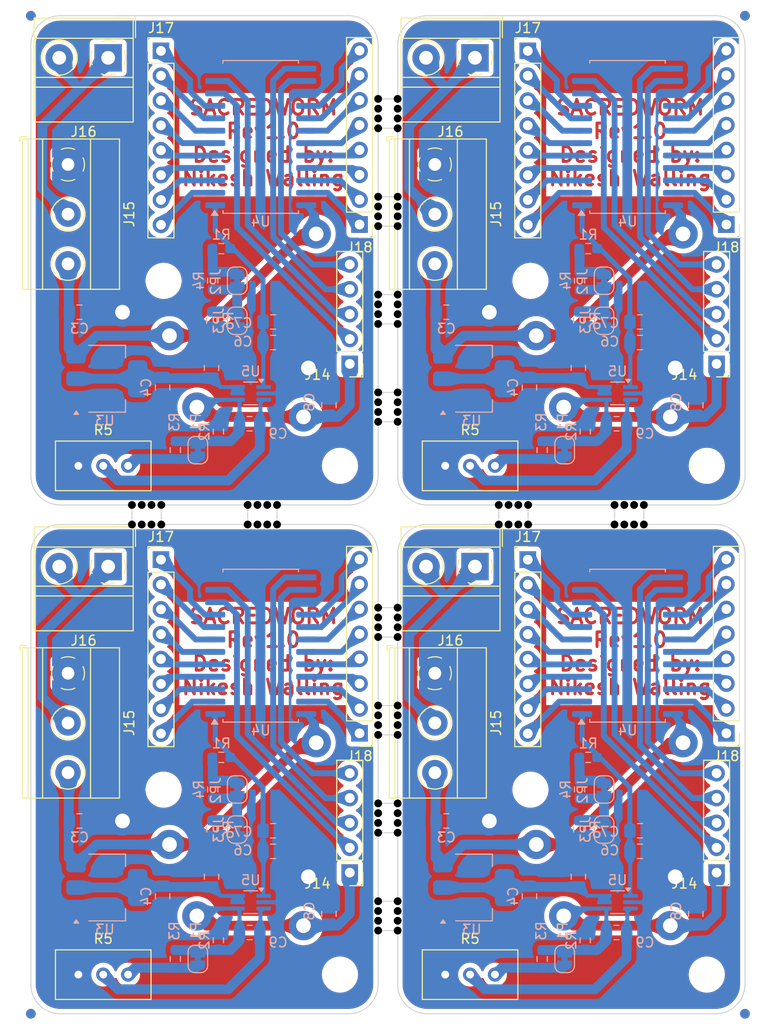
<source format=kicad_pcb>
(kicad_pcb (version 20240108) (generator "pcbnew") (generator_version "8.0")
  (layers (0 "F.Cu" signal) (31 "B.Cu" signal) (34 "B.Paste" user) (35 "F.Paste" user) (36 "B.SilkS" user "B.Silkscreen") (37 "F.SilkS" user "F.Silkscreen") (38 "B.Mask" user) (39 "F.Mask" user) (44 "Edge.Cuts" user))
  (net 0 "")
  (net 1 "Board_0-+12V")
  (net 2 "Board_0-+3.3V")
  (net 3 "Board_0-+5V")
  (net 4 "Board_0-/Analog_0")
  (net 5 "Board_0-/MUX_0")
  (net 6 "Board_0-/MUX_1")
  (net 7 "Board_0-/MUX_2")
  (net 8 "Board_0-/MUX_3")
  (net 9 "Board_0-GND")
  (net 10 "Board_0-Net-(J17-Pin_1)")
  (net 11 "Board_0-Net-(J17-Pin_2)")
  (net 12 "Board_0-Net-(J17-Pin_3)")
  (net 13 "Board_0-Net-(J17-Pin_4)")
  (net 14 "Board_0-Net-(J17-Pin_5)")
  (net 15 "Board_0-Net-(J17-Pin_6)")
  (net 16 "Board_0-Net-(J17-Pin_7)")
  (net 17 "Board_0-Net-(J17-Pin_8)")
  (net 18 "Board_0-Net-(J18-Pin_1)")
  (net 19 "Board_0-Net-(J18-Pin_2)")
  (net 20 "Board_0-Net-(J18-Pin_3)")
  (net 21 "Board_0-Net-(J18-Pin_4)")
  (net 22 "Board_0-Net-(J18-Pin_5)")
  (net 23 "Board_0-Net-(J18-Pin_6)")
  (net 24 "Board_0-Net-(J18-Pin_7)")
  (net 25 "Board_0-Net-(J18-Pin_8)")
  (net 26 "Board_0-Net-(JP1-B)")
  (net 27 "Board_0-Net-(JP2-A)")
  (net 28 "Board_0-Net-(JP2-B)")
  (net 29 "Board_0-Net-(U4-COM)")
  (net 30 "Board_0-Net-(U5--)")
  (net 31 "Board_1-+12V")
  (net 32 "Board_1-+3.3V")
  (net 33 "Board_1-+5V")
  (net 34 "Board_1-/Analog_0")
  (net 35 "Board_1-/MUX_0")
  (net 36 "Board_1-/MUX_1")
  (net 37 "Board_1-/MUX_2")
  (net 38 "Board_1-/MUX_3")
  (net 39 "Board_1-GND")
  (net 40 "Board_1-Net-(J17-Pin_1)")
  (net 41 "Board_1-Net-(J17-Pin_2)")
  (net 42 "Board_1-Net-(J17-Pin_3)")
  (net 43 "Board_1-Net-(J17-Pin_4)")
  (net 44 "Board_1-Net-(J17-Pin_5)")
  (net 45 "Board_1-Net-(J17-Pin_6)")
  (net 46 "Board_1-Net-(J17-Pin_7)")
  (net 47 "Board_1-Net-(J17-Pin_8)")
  (net 48 "Board_1-Net-(J18-Pin_1)")
  (net 49 "Board_1-Net-(J18-Pin_2)")
  (net 50 "Board_1-Net-(J18-Pin_3)")
  (net 51 "Board_1-Net-(J18-Pin_4)")
  (net 52 "Board_1-Net-(J18-Pin_5)")
  (net 53 "Board_1-Net-(J18-Pin_6)")
  (net 54 "Board_1-Net-(J18-Pin_7)")
  (net 55 "Board_1-Net-(J18-Pin_8)")
  (net 56 "Board_1-Net-(JP1-B)")
  (net 57 "Board_1-Net-(JP2-A)")
  (net 58 "Board_1-Net-(JP2-B)")
  (net 59 "Board_1-Net-(U4-COM)")
  (net 60 "Board_1-Net-(U5--)")
  (net 61 "Board_2-+12V")
  (net 62 "Board_2-+3.3V")
  (net 63 "Board_2-+5V")
  (net 64 "Board_2-/Analog_0")
  (net 65 "Board_2-/MUX_0")
  (net 66 "Board_2-/MUX_1")
  (net 67 "Board_2-/MUX_2")
  (net 68 "Board_2-/MUX_3")
  (net 69 "Board_2-GND")
  (net 70 "Board_2-Net-(J17-Pin_1)")
  (net 71 "Board_2-Net-(J17-Pin_2)")
  (net 72 "Board_2-Net-(J17-Pin_3)")
  (net 73 "Board_2-Net-(J17-Pin_4)")
  (net 74 "Board_2-Net-(J17-Pin_5)")
  (net 75 "Board_2-Net-(J17-Pin_6)")
  (net 76 "Board_2-Net-(J17-Pin_7)")
  (net 77 "Board_2-Net-(J17-Pin_8)")
  (net 78 "Board_2-Net-(J18-Pin_1)")
  (net 79 "Board_2-Net-(J18-Pin_2)")
  (net 80 "Board_2-Net-(J18-Pin_3)")
  (net 81 "Board_2-Net-(J18-Pin_4)")
  (net 82 "Board_2-Net-(J18-Pin_5)")
  (net 83 "Board_2-Net-(J18-Pin_6)")
  (net 84 "Board_2-Net-(J18-Pin_7)")
  (net 85 "Board_2-Net-(J18-Pin_8)")
  (net 86 "Board_2-Net-(JP1-B)")
  (net 87 "Board_2-Net-(JP2-A)")
  (net 88 "Board_2-Net-(JP2-B)")
  (net 89 "Board_2-Net-(U4-COM)")
  (net 90 "Board_2-Net-(U5--)")
  (net 91 "Board_3-+12V")
  (net 92 "Board_3-+3.3V")
  (net 93 "Board_3-+5V")
  (net 94 "Board_3-/Analog_0")
  (net 95 "Board_3-/MUX_0")
  (net 96 "Board_3-/MUX_1")
  (net 97 "Board_3-/MUX_2")
  (net 98 "Board_3-/MUX_3")
  (net 99 "Board_3-GND")
  (net 100 "Board_3-Net-(J17-Pin_1)")
  (net 101 "Board_3-Net-(J17-Pin_2)")
  (net 102 "Board_3-Net-(J17-Pin_3)")
  (net 103 "Board_3-Net-(J17-Pin_4)")
  (net 104 "Board_3-Net-(J17-Pin_5)")
  (net 105 "Board_3-Net-(J17-Pin_6)")
  (net 106 "Board_3-Net-(J17-Pin_7)")
  (net 107 "Board_3-Net-(J17-Pin_8)")
  (net 108 "Board_3-Net-(J18-Pin_1)")
  (net 109 "Board_3-Net-(J18-Pin_2)")
  (net 110 "Board_3-Net-(J18-Pin_3)")
  (net 111 "Board_3-Net-(J18-Pin_4)")
  (net 112 "Board_3-Net-(J18-Pin_5)")
  (net 113 "Board_3-Net-(J18-Pin_6)")
  (net 114 "Board_3-Net-(J18-Pin_7)")
  (net 115 "Board_3-Net-(J18-Pin_8)")
  (net 116 "Board_3-Net-(JP1-B)")
  (net 117 "Board_3-Net-(JP2-A)")
  (net 118 "Board_3-Net-(JP2-B)")
  (net 119 "Board_3-Net-(U4-COM)")
  (net 120 "Board_3-Net-(U5--)")
  (footprint "Connector_PinHeader_2.54mm:PinHeader_1x05_P2.54mm_Vertical" (layer "F.Cu") (at 182.1 107.58 180)
    (property "Reference" "J14")
    (property "Value" "Analog 0")
  )
  (footprint "NPTH" (layer "F.Cu") (at 147.5 101.5)
    (property "Reference" "KiKit_MB_15_2" (hide yes))
    (property "Value" "NPTH" (hide yes))
  )
  (footprint "NPTH" (layer "F.Cu") (at 147.5 102.5)
    (property "Reference" "KiKit_MB_15_3" (hide yes))
    (property "Value" "NPTH" (hide yes))
  )
  (footprint "NPTH" (layer "F.Cu") (at 147.5 38.5)
    (property "Reference" "KiKit_MB_2_1" (hide yes))
    (property "Value" "NPTH" (hide yes))
  )
  (footprint "NPTH" (layer "F.Cu") (at 147.5 91.5)
    (property "Reference" "KiKit_MB_14_2" (hide yes))
    (property "Value" "NPTH" (hide yes))
  )
  (footprint "Potentiometer_THT:Potentiometer_Bourns_3296W_Vertical" (layer "F.Cu") (at 159.44 118)
    (property "Reference" "R5")
    (property "Value" "R_Trim")
  )
  (footprint "TerminalBlock_MetzConnect:TerminalBlock_MetzConnect_Type011_RT05502HBWC_1x02_P5.00mm_Horizontal" (layer "F.Cu") (at 119.9 76.3 180)
    (property "Reference" "J16")
    (property "Value" "Screw_Terminal_01x02")
  )
  (footprint "NPTH" (layer "F.Cu") (at 149.5 111.5)
    (property "Reference" "KiKit_MB_22_3" (hide yes))
    (property "Value" "NPTH" (hide yes))
  )
  (footprint "NPTH" (layer "F.Cu") (at 149.5 81.5)
    (property "Reference" "KiKit_MB_19_3" (hide yes))
    (property "Value" "NPTH" (hide yes))
  )
  (footprint "TerminalBlock_Phoenix:TerminalBlock_Phoenix_MKDS-1,5-3-5.08_1x03_P5.08mm_Horizontal" (layer "F.Cu") (at 153.3 87.2 -90)
    (property "Reference" "J15")
    (property "Value" "Screw_Terminal_01x04")
  )
  (footprint "NPTH" (layer "F.Cu") (at 147.5 28.5)
    (property "Reference" "KiKit_MB_1_1" (hide yes))
    (property "Value" "NPTH" (hide yes))
  )
  (footprint "NPTH" (layer "F.Cu") (at 149.5 51.5)
    (property "Reference" "KiKit_MB_9_1" (hide yes))
    (property "Value" "NPTH" (hide yes))
  )
  (footprint "TerminalBlock_MetzConnect:TerminalBlock_MetzConnect_Type011_RT05502HBWC_1x02_P5.00mm_Horizontal" (layer "F.Cu") (at 157.4 76.3 180)
    (property "Reference" "J16")
    (property "Value" "Screw_Terminal_01x02")
  )
  (footprint "NPTH" (layer "F.Cu") (at 134.166666 72)
    (property "Reference" "KiKit_MB_18_1" (hide yes))
    (property "Value" "NPTH" (hide yes))
  )
  (footprint "NPTH" (layer "F.Cu") (at 135.166666 72)
    (property "Reference" "KiKit_MB_18_2" (hide yes))
    (property "Value" "NPTH" (hide yes))
  )
  (footprint "NPTH" (layer "F.Cu") (at 147.5 49.5)
    (property "Reference" "KiKit_MB_3_2" (hide yes))
    (property "Value" "NPTH" (hide yes))
  )
  (footprint "NPTH" (layer "F.Cu") (at 137.166666 70)
    (property "Reference" "KiKit_MB_6_1" (hide yes))
    (property "Value" "NPTH" (hide yes))
  )
  (footprint "MountingHole:MountingHole_3.2mm_M3" (layer "F.Cu") (at 163.07 47.1)
    (property "Reference" "H5" (hide yes))
    (property "Value" "MountingHole")
  )
  (footprint "TerminalBlock_Phoenix:TerminalBlock_Phoenix_MKDS-1,5-3-5.08_1x03_P5.08mm_Horizontal" (layer "F.Cu") (at 153.3 35.2 -90)
    (property "Reference" "J15")
    (property "Value" "Screw_Terminal_01x04")
  )
  (footprint "NPTH" (layer "F.Cu") (at 149.5 61.5)
    (property "Reference" "KiKit_MB_10_1" (hide yes))
    (property "Value" "NPTH" (hide yes))
  )
  (footprint "NPTH" (layer "F.Cu") (at 149.5 91.5)
    (property "Reference" "KiKit_MB_20_3" (hide yes))
    (property "Value" "NPTH" (hide yes))
  )
  (footprint "NPTH" (layer "F.Cu") (at 149.5 48.5)
    (property "Reference" "KiKit_MB_9_4" (hide yes))
    (property "Value" "NPTH" (hide yes))
  )
  (footprint "NPTH" (layer "F.Cu") (at 149.5 50.5)
    (property "Reference" "KiKit_MB_9_2" (hide yes))
    (property "Value" "NPTH" (hide yes))
  )
  (footprint "Fiducial" (layer "F.Cu") (at 112 122)
    (property "Reference" "KiKit_FID_T_3" (hide yes))
    (property "Value" "Fiducial" (hide yes))
  )
  (footprint "Connector_PinHeader_2.54mm:PinHeader_1x08_P2.54mm_Vertical" (layer "F.Cu") (at 183.1 93.34 180)
    (property "Reference" "J18")
    (property "Value" "Conn_01x08")
  )
  (footprint "NPTH" (layer "F.Cu") (at 149.5 41.5)
    (property "Reference" "KiKit_MB_8_1" (hide yes))
    (property "Value" "NPTH" (hide yes))
  )
  (footprint "NPTH" (layer "F.Cu") (at 149.5 92.5)
    (property "Reference" "KiKit_MB_20_2" (hide yes))
    (property "Value" "NPTH" (hide yes))
  )
  (footprint "NPTH" (layer "F.Cu") (at 147.5 50.5)
    (property "Reference" "KiKit_MB_3_3" (hide yes))
    (property "Value" "NPTH" (hide yes))
  )
  (footprint "NPTH" (layer "F.Cu") (at 174.666666 72)
    (property "Reference" "KiKit_MB_24_4" (hide yes))
    (property "Value" "NPTH" (hide yes))
  )
  (footprint "Connector_PinHeader_2.54mm:PinHeader_1x08_P2.54mm_Vertical" (layer "F.Cu") (at 162.8 75.59)
    (property "Reference" "J17")
    (property "Value" "Conn_01x08" (hide yes))
  )
  (footprint "Connector_PinHeader_2.54mm:PinHeader_1x05_P2.54mm_Vertical" (layer "F.Cu") (at 144.6 107.58 180)
    (property "Reference" "J14")
    (property "Value" "Analog 0")
  )
  (footprint "NPTH" (layer "F.Cu") (at 147.5 60.5)
    (property "Reference" "KiKit_MB_4_3" (hide yes))
    (property "Value" "NPTH" (hide yes))
  )
  (footprint "NPTH" (layer "F.Cu") (at 149.5 59.5)
    (property "Reference" "KiKit_MB_10_3" (hide yes))
    (property "Value" "NPTH" (hide yes))
  )
  (footprint "NPTH" (layer "F.Cu") (at 173.666666 72)
    (property "Reference" "KiKit_MB_24_3" (hide yes))
    (property "Value" "NPTH" (hide yes))
  )
  (footprint "MountingHole:MountingHole_3.2mm_M3" (layer "F.Cu") (at 143.6 66)
    (property "Reference" "H4" (hide yes))
    (property "Value" "MountingHole")
  )
  (footprint "NPTH" (layer "F.Cu") (at 125.333334 72)
    (property "Reference" "KiKit_MB_17_4" (hide yes))
    (property "Value" "NPTH" (hide yes))
  )
  (footprint "NPTH" (layer "F.Cu") (at 171.666666 72)
    (property "Reference" "KiKit_MB_24_1" (hide yes))
    (property "Value" "NPTH" (hide yes))
  )
  (footprint "NPTH" (layer "F.Cu") (at 147.5 81.5)
    (property "Reference" "KiKit_MB_13_2" (hide yes))
    (property "Value" "NPTH" (hide yes))
  )
  (footprint "MountingHole:MountingHole_3.2mm_M3" (layer "F.Cu") (at 143.6 118)
    (property "Reference" "H4" (hide yes))
    (property "Value" "MountingHole")
  )
  (footprint "NPTH" (layer "F.Cu") (at 149.5 93.5)
    (property "Reference" "KiKit_MB_20_1" (hide yes))
    (property "Value" "NPTH" (hide yes))
  )
  (footprint "NPTH" (layer "F.Cu") (at 149.5 40.5)
    (property "Reference" "KiKit_MB_8_2" (hide yes))
    (property "Value" "NPTH" (hide yes))
  )
  (footprint "NPTH" (layer "F.Cu") (at 149.5 60.5)
    (property "Reference" "KiKit_MB_10_2" (hide yes))
    (property "Value" "NPTH" (hide yes))
  )
  (footprint "NPTH" (layer "F.Cu") (at 172.666666 70)
    (property "Reference" "KiKit_MB_12_3" (hide yes))
    (property "Value" "NPTH" (hide yes))
  )
  (footprint "NPTH" (layer "F.Cu") (at 147.5 31.5)
    (property "Reference" "KiKit_MB_1_4" (hide yes))
    (property "Value" "NPTH" (hide yes))
  )
  (footprint "Connector_PinHeader_2.54mm:PinHeader_1x08_P2.54mm_Vertical" (layer "F.Cu") (at 125.3 75.59)
    (property "Reference" "J17")
    (property "Value" "Conn_01x08" (hide yes))
  )
  (footprint "NPTH" (layer "F.Cu") (at 125.333334 70)
    (property "Reference" "KiKit_MB_5_1" (hide yes))
    (property "Value" "NPTH" (hide yes))
  )
  (footprint "Potentiometer_THT:Potentiometer_Bourns_3296W_Vertical" (layer "F.Cu") (at 121.94 66)
    (property "Reference" "R5")
    (property "Value" "R_Trim")
  )
  (footprint "NPTH" (layer "F.Cu") (at 122.333334 70)
    (property "Reference" "KiKit_MB_5_4" (hide yes))
    (property "Value" "NPTH" (hide yes))
  )
  (footprint "Connector_PinHeader_2.54mm:PinHeader_1x08_P2.54mm_Vertical" (layer "F.Cu") (at 162.8 23.59)
    (property "Reference" "J17")
    (property "Value" "Conn_01x08" (hide yes))
  )
  (footprint "NPTH" (layer "F.Cu") (at 137.166666 72)
    (property "Reference" "KiKit_MB_18_4" (hide yes))
    (property "Value" "NPTH" (hide yes))
  )
  (footprint "NPTH" (layer "F.Cu") (at 147.5 48.5)
    (property "Reference" "KiKit_MB_3_1" (hide yes))
    (property "Value" "NPTH" (hide yes))
  )
  (footprint "NPTH" (layer "F.Cu") (at 147.5 103.5)
    (property "Reference" "KiKit_MB_15_4" (hide yes))
    (property "Value" "NPTH" (hide yes))
  )
  (footprint "NPTH" (layer "F.Cu") (at 173.666666 70)
    (property "Reference" "KiKit_MB_12_2" (hide yes))
    (property "Value" "NPTH" (hide yes))
  )
  (footprint "TerminalBlock_MetzConnect:TerminalBlock_MetzConnect_Type011_RT05502HBWC_1x02_P5.00mm_Horizontal" (layer "F.Cu") (at 157.4 24.3 180)
    (property "Reference" "J16")
    (property "Value" "Screw_Terminal_01x02")
  )
  (footprint "NPTH" (layer "F.Cu") (at 171.666666 70)
    (property "Reference" "KiKit_MB_12_4" (hide yes))
    (property "Value" "NPTH" (hide yes))
  )
  (footprint "NPTH" (layer "F.Cu") (at 149.5 49.5)
    (property "Reference" "KiKit_MB_9_3" (hide yes))
    (property "Value" "NPTH" (hide yes))
  )
  (footprint "Fiducial" (layer "F.Cu") (at 112 20)
    (property "Reference" "KiKit_FID_T_1" (hide yes))
    (property "Value" "Fiducial" (hide yes))
  )
  (footprint "NPTH" (layer "F.Cu") (at 149.5 29.5)
    (property "Reference" "KiKit_MB_7_3" (hide yes))
    (property "Value" "NPTH" (hide yes))
  )
  (footprint "NPTH" (layer "F.Cu") (at 149.5 39.5)
    (property "Reference" "KiKit_MB_8_3" (hide yes))
    (property "Value" "NPTH" (hide yes))
  )
  (footprint "NPTH" (layer "F.Cu") (at 149.5 80.5)
    (property "Reference" "KiKit_MB_19_4" (hide yes))
    (property "Value" "NPTH" (hide yes))
  )
  (footprint "TerminalBlock_Phoenix:TerminalBlock_Phoenix_MKDS-1,5-3-5.08_1x03_P5.08mm_Horizontal" (layer "F.Cu") (at 115.8 35.2 -90)
    (property "Reference" "J15")
    (property "Value" "Screw_Terminal_01x04")
  )
  (footprint "NPTH" (layer "F.Cu") (at 135.166666 70)
    (property "Reference" "KiKit_MB_6_3" (hide yes))
    (property "Value" "NPTH" (hide yes))
  )
  (footprint "NPTH" (layer "F.Cu") (at 162.833333 72)
    (property "Reference" "KiKit_MB_23_4" (hide yes))
    (property "Value" "NPTH" (hide yes))
  )
  (footprint "NPTH" (layer "F.Cu") (at 147.5 92.5)
    (property "Reference" "KiKit_MB_14_3" (hide yes))
    (property "Value" "NPTH" (hide yes))
  )
  (footprint "NPTH" (layer "F.Cu") (at 147.5 83.5)
    (property "Reference" "KiKit_MB_13_4" (hide yes))
    (property "Value" "NPTH" (hide yes))
  )
  (footprint "NPTH" (layer "F.Cu") (at 147.5 30.5)
    (property "Reference" "KiKit_MB_1_3" (hide yes))
    (property "Value" "NPTH" (hide yes))
  )
  (footprint "NPTH" (layer "F.Cu") (at 161.833333 72)
    (property "Reference" "KiKit_MB_23_3" (hide yes))
    (property "Value" "NPTH" (hide yes))
  )
  (footprint "NPTH" (layer "F.Cu") (at 149.5 110.5)
    (property "Reference" "KiKit_MB_22_4" (hide yes))
    (property "Value" "NPTH" (hide yes))
  )
  (footprint "NPTH" (layer "F.Cu") (at 149.5 101.5)
    (property "Reference" "KiKit_MB_21_3" (hide yes))
    (property "Value" "NPTH" (hide yes))
  )
  (footprint "NPTH" (layer "F.Cu") (at 123.333334 70)
    (property "Reference" "KiKit_MB_5_3" (hide yes))
    (property "Value" "NPTH" (hide yes))
  )
  (footprint "NPTH" (layer "F.Cu") (at 147.5 29.5)
    (property "Reference" "KiKit_MB_1_2" (hide yes))
    (property "Value" "NPTH" (hide yes))
  )
  (footprint "NPTH" (layer "F.Cu") (at 149.5 38.5)
    (property "Reference" "KiKit_MB_8_4" (hide yes))
    (property "Value" "NPTH" (hide yes))
  )
  (footprint "NPTH" (layer "F.Cu") (at 122.333334 72)
    (property "Reference" "KiKit_MB_17_1" (hide yes))
    (property "Value" "NPTH" (hide yes))
  )
  (footprint "NPTH" (layer "F.Cu") (at 172.666666 72)
    (property "Reference" "KiKit_MB_24_2" (hide yes))
    (property "Value" "NPTH" (hide yes))
  )
  (footprint "NPTH" (layer "F.Cu") (at 147.5 61.5)
    (property "Reference" "KiKit_MB_4_4" (hide yes))
    (property "Value" "NPTH" (hide yes))
  )
  (footprint "NPTH" (layer "F.Cu") (at 147.5 112.5)
    (property "Reference" "KiKit_MB_16_3" (hide yes))
    (property "Value" "NPTH" (hide yes))
  )
  (footprint "Potentiometer_THT:Potentiometer_Bourns_3296W_Vertical" (layer "F.Cu") (at 121.94 118)
    (property "Reference" "R5")
    (property "Value" "R_Trim")
  )
  (footprint "NPTH" (layer "F.Cu") (at 136.166666 70)
    (property "Reference" "KiKit_MB_6_2" (hide yes))
    (property "Value" "NPTH" (hide yes))
  )
  (footprint "NPTH" (layer "F.Cu") (at 174.666666 70)
    (property "Reference" "KiKit_MB_12_1" (hide yes))
    (property "Value" "NPTH" (hide yes))
  )
  (footprint "NPTH" (layer "F.Cu") (at 147.5 51.5)
    (property "Reference" "KiKit_MB_3_4" (hide yes))
    (property "Value" "NPTH" (hide yes))
  )
  (footprint "NPTH" (layer "F.Cu") (at 147.5 80.5)
    (property "Reference" "KiKit_MB_13_1" (hide yes))
    (property "Value" "NPTH" (hide yes))
  )
  (footprint "NPTH" (layer "F.Cu") (at 147.5 82.5)
    (property "Reference" "KiKit_MB_13_3" (hide yes))
    (property "Value" "NPTH" (hide yes))
  )
  (footprint "NPTH" (layer "F.Cu") (at 161.833333 70)
    (property "Reference" "KiKit_MB_11_2" (hide yes))
    (property "Value" "NPTH" (hide yes))
  )
  (footprint "NPTH" (layer "F.Cu") (at 147.5 100.5)
    (property "Reference" "KiKit_MB_15_1" (hide yes))
    (property "Value" "NPTH" (hide yes))
  )
  (footprint "NPTH" (layer "F.Cu") (at 147.5 39.5)
    (property "Reference" "KiKit_MB_2_2" (hide yes))
    (property "Value" "NPTH" (hide yes))
  )
  (footprint "NPTH" (layer "F.Cu") (at 149.5 82.5)
    (property "Reference" "KiKit_MB_19_2" (hide yes))
    (property "Value" "NPTH" (hide yes))
  )
  (footprint "Connector_PinHeader_2.54mm:PinHeader_1x08_P2.54mm_Vertical" (layer "F.Cu") (at 125.3 23.59)
    (property "Reference" "J17")
    (property "Value" "Conn_01x08" (hide yes))
  )
  (footprint "NPTH" (layer "F.Cu") (at 149.5 28.5)
    (property "Reference" "KiKit_MB_7_4" (hide yes))
    (property "Value" "NPTH" (hide yes))
  )
  (footprint "NPTH" (layer "F.Cu") (at 149.5 30.5)
    (property "Reference" "KiKit_MB_7_2" (hide yes))
    (property "Value" "NPTH" (hide yes))
  )
  (footprint "NPTH" (layer "F.Cu") (at 147.5 111.5)
    (property "Reference" "KiKit_MB_16_2" (hide yes))
    (property "Value" "NPTH" (hide yes))
  )
  (footprint "Connector_PinHeader_2.54mm:PinHeader_1x05_P2.54mm_Vertical" (layer "F.Cu") (at 144.6 55.58 180)
    (property "Reference" "J14")
    (property "Value" "Analog 0")
  )
  (footprint "Connector_PinHeader_2.54mm:PinHeader_1x08_P2.54mm_Vertical" (layer "F.Cu") (at 145.6 93.34 180)
    (property "Reference" "J18")
    (property "Value" "Conn_01x08")
  )
  (footprint "NPTH" (layer "F.Cu") (at 149.5 83.5)
    (property "Reference" "KiKit_MB_19_1" (hide yes))
    (property "Value" "NPTH" (hide yes))
  )
  (footprint "NPTH" (layer "F.Cu") (at 147.5 59.5)
    (property "Reference" "KiKit_MB_4_2" (hide yes))
    (property "Value" "NPTH" (hide yes))
  )
  (footprint "NPTH" (layer "F.Cu") (at 147.5 58.5)
    (property "Reference" "KiKit_MB_4_1" (hide yes))
    (property "Value" "NPTH" (hide yes))
  )
  (footprint "MountingHole:MountingHole_3.2mm_M3" (layer "F.Cu") (at 125.57 99.1)
    (property "Reference" "H5" (hide yes))
    (property "Value" "MountingHole")
  )
  (footprint "MountingHole:MountingHole_3.2mm_M3" (layer "F.Cu") (at 181.1 66)
    (property "Reference" "H4" (hide yes))
    (property "Value" "MountingHole")
  )
  (footprint "NPTH" (layer "F.Cu") (at 147.5 110.5)
    (property "Reference" "KiKit_MB_16_1" (hide yes))
    (property "Value" "NPTH" (hide yes))
  )
  (footprint "NPTH" (layer "F.Cu") (at 149.5 100.5)
    (property "Reference" "KiKit_MB_21_4" (hide yes))
    (property "Value" "NPTH" (hide yes))
  )
  (footprint "NPTH" (layer "F.Cu") (at 149.5 58.5)
    (property "Reference" "KiKit_MB_10_4" (hide yes))
    (property "Value" "NPTH" (hide yes))
  )
  (footprint "NPTH" (layer "F.Cu") (at 149.5 103.5)
    (property "Reference" "KiKit_MB_21_1" (hide yes))
    (property "Value" "NPTH" (hide yes))
  )
  (footprint "NPTH" (layer "F.Cu") (at 147.5 113.5)
    (property "Reference" "KiKit_MB_16_4" (hide yes))
    (property "Value" "NPTH" (hide yes))
  )
  (footprint "NPTH" (layer "F.Cu") (at 160.833333 72)
    (property "Reference" "KiKit_MB_23_2" (hide yes))
    (property "Value" "NPTH" (hide yes))
  )
  (footprint "Potentiometer_THT:Potentiometer_Bourns_3296W_Vertical" (layer "F.Cu") (at 159.44 66)
    (property "Reference" "R5")
    (property "Value" "R_Trim")
  )
  (footprint "TerminalBlock_MetzConnect:TerminalBlock_MetzConnect_Type011_RT05502HBWC_1x02_P5.00mm_Horizontal" (layer "F.Cu") (at 119.9 24.3 180)
    (property "Reference" "J16")
    (property "Value" "Screw_Terminal_01x02")
  )
  (footprint "NPTH" (layer "F.Cu") (at 147.5 40.5)
    (property "Reference" "KiKit_MB_2_3" (hide yes))
    (property "Value" "NPTH" (hide yes))
  )
  (footprint "NPTH" (layer "F.Cu") (at 160.833333 70)
    (property "Reference" "KiKit_MB_11_3" (hide yes))
    (property "Value" "NPTH" (hide yes))
  )
  (footprint "NPTH" (layer "F.Cu") (at 149.5 31.5)
    (property "Reference" "KiKit_MB_7_1" (hide yes))
    (property "Value" "NPTH" (hide yes))
  )
  (footprint "Fiducial" (layer "F.Cu") (at 185 122)
    (property "Reference" "KiKit_FID_T_4" (hide yes))
    (property "Value" "Fiducial" (hide yes))
  )
  (footprint "NPTH" (layer "F.Cu") (at 149.5 113.5)
    (property "Reference" "KiKit_MB_22_1" (hide yes))
    (property "Value" "NPTH" (hide yes))
  )
  (footprint "NPTH" (layer "F.Cu") (at 149.5 102.5)
    (property "Reference" "KiKit_MB_21_2" (hide yes))
    (property "Value" "NPTH" (hide yes))
  )
  (footprint "NPTH" (layer "F.Cu") (at 124.333334 70)
    (property "Reference" "KiKit_MB_5_2" (hide yes))
    (property "Value" "NPTH" (hide yes))
  )
  (footprint "MountingHole:MountingHole_3.2mm_M3" (layer "F.Cu") (at 125.57 47.1)
    (property "Reference" "H5" (hide yes))
    (property "Value" "MountingHole")
  )
  (footprint "NPTH" (layer "F.Cu") (at 147.5 90.5)
    (property "Reference" "KiKit_MB_14_1" (hide yes))
    (property "Value" "NPTH" (hide yes))
  )
  (footprint "NPTH" (layer "F.Cu") (at 149.5 90.5)
    (property "Reference" "KiKit_MB_20_4" (hide yes))
    (property "Value" "NPTH" (hide yes))
  )
  (footprint "Connector_PinHeader_2.54mm:PinHeader_1x08_P2.54mm_Vertical" (layer "F.Cu") (at 145.6 41.34 180)
    (property "Reference" "J18")
    (property "Value" "Conn_01x08")
  )
  (footprint "NPTH" (layer "F.Cu") (at 123.333334 72)
    (property "Reference" "KiKit_MB_17_2" (hide yes))
    (property "Value" "NPTH" (hide yes))
  )
  (footprint "NPTH" (layer "F.Cu") (at 147.5 41.5)
    (property "Reference" "KiKit_MB_2_4" (hide yes))
    (property "Value" "NPTH" (hide yes))
  )
  (footprint "NPTH" (layer "F.Cu") (at 159.833333 72)
    (property "Reference" "KiKit_MB_23_1" (hide yes))
    (property "Value" "NPTH" (hide yes))
  )
  (footprint "NPTH" (layer "F.Cu") (at 147.5 93.5)
    (property "Reference" "KiKit_MB_14_4" (hide yes))
    (property "Value" "NPTH" (hide yes))
  )
  (footprint "NPTH" (layer "F.Cu") (at 149.5 112.5)
    (property "Reference" "KiKit_MB_22_2" (hide yes))
    (property "Value" "NPTH" (hide yes))
  )
  (footprint "NPTH" (layer "F.Cu") (at 136.166666 72)
    (property "Reference" "KiKit_MB_18_3" (hide yes))
    (property "Value" "NPTH" (hide yes))
  )
  (footprint "Connector_PinHeader_2.54mm:PinHeader_1x05_P2.54mm_Vertical" (layer "F.Cu") (at 182.1 55.58 180)
    (property "Reference" "J14")
    (property "Value" "Analog 0")
  )
  (footprint "Fiducial" (layer "F.Cu") (at 185 20)
    (property "Reference" "KiKit_FID_T_2" (hide yes))
    (property "Value" "Fiducial" (hide yes))
  )
  (footprint "TerminalBlock_Phoenix:TerminalBlock_Phoenix_MKDS-1,5-3-5.08_1x03_P5.08mm_Horizontal" (layer "F.Cu") (at 115.8 87.2 -90)
    (property "Reference" "J15")
    (property "Value" "Screw_Terminal_01x04")
  )
  (footprint "NPTH" (layer "F.Cu") (at 159.833333 70)
    (property "Reference" "KiKit_MB_11_4" (hide yes))
    (property "Value" "NPTH" (hide yes))
  )
  (footprint "Connector_PinHeader_2.54mm:PinHeader_1x08_P2.54mm_Vertical" (layer "F.Cu") (at 183.1 41.34 180)
    (property "Reference" "J18")
    (property "Value" "Conn_01x08")
  )
  (footprint "NPTH" (layer "F.Cu") (at 124.333334 72)
    (property "Reference" "KiKit_MB_17_3" (hide yes))
    (property "Value" "NPTH" (hide yes))
  )
  (footprint "NPTH" (layer "F.Cu") (at 162.833333 70)
    (property "Reference" "KiKit_MB_11_1" (hide yes))
    (property "Value" "NPTH" (hide yes))
  )
  (footprint "MountingHole:MountingHole_3.2mm_M3" (layer "F.Cu") (at 163.07 99.1)
    (property "Reference" "H5" (hide yes))
    (property "Value" "MountingHole")
  )
  (footprint "NPTH" (layer "F.Cu") (at 134.166666 70)
    (property "Reference" "KiKit_MB_6_4" (hide yes))
    (property "Value" "NPTH" (hide yes))
  )
  (footprint "MountingHole:MountingHole_3.2mm_M3" (layer "F.Cu") (at 181.1 118)
    (property "Reference" "H4" (hide yes))
    (property "Value" "MountingHole")
  )
  (footprint "Package_TO_SOT_SMD:SOT-223-3_TabPin2" (layer "B.Cu") (at 157.27 109.1)
    (property "Reference" "U3")
    (property "Value" "AMS1117-3.3")
  )
  (footprint "Package_SO:SOIC-24W_7.5x15.4mm_P1.27mm" (layer "B.Cu") (at 135.5 32.385)
    (property "Reference" "U4")
    (property "Value" "CD74HCT4067QM96Q")
  )
  (footprint "Capacitor_SMD:C_0805_2012Metric_Pad1.18x1.45mm_HandSolder" (layer "B.Cu") (at 179.97 59.8 90)
    (property "Reference" "C8")
    (property "Value" "10uF")
  )
  (footprint "Capacitor_SMD:C_0805_2012Metric_Pad1.18x1.45mm_HandSolder" (layer "B.Cu") (at 174.27 105.4)
    (property "Reference" "C6")
    (property "Value" "10uF")
  )
  (footprint "Resistor_SMD:R_0603_1608Metric_Pad0.98x0.95mm_HandSolder" (layer "B.Cu") (at 168 103.180708 -90)
    (property "Reference" "R6")
    (property "Value" "100k")
  )
  (footprint "Package_TO_SOT_SMD:SOT-363_SC-70-6_Handsoldering" (layer "B.Cu") (at 134.47 110.6 180)
    (property "Reference" "U5")
    (property "Value" "OPA607Q1")
  )
  (footprint "Jumper:SolderJumper-2_P1.3mm_Bridged_RoundedPad1.0x1.5mm" (layer "B.Cu") (at 170.595 99.080708 90)
    (property "Reference" "JP2")
    (property "Value" "Solder _Bridge")
  )
  (footprint "Resistor_SMD:R_0603_1608Metric_Pad0.98x0.95mm_HandSolder" (layer "B.Cu") (at 168.97 95.8 180)
    (property "Reference" "R1")
    (property "Value" "100k")
  )
  (footprint "Capacitor_SMD:C_0805_2012Metric_Pad1.18x1.45mm_HandSolder" (layer "B.Cu") (at 125.47 110 -90)
    (property "Reference" "C4")
    (property "Value" "10uF")
  )
  (footprint "Capacitor_SMD:C_0805_2012Metric_Pad1.18x1.45mm_HandSolder" (layer "B.Cu") (at 130.47 108 -90)
    (property "Reference" "C5" (hide yes))
    (property "Value" "100nF")
  )
  (footprint "Resistor_SMD:R_0603_1608Metric_Pad0.98x0.95mm_HandSolder" (layer "B.Cu") (at 130.595 99.080708 -90)
    (property "Reference" "R4")
    (property "Value" "100k")
  )
  (footprint "Capacitor_SMD:C_0805_2012Metric_Pad1.18x1.45mm_HandSolder" (layer "B.Cu") (at 162.97 110 -90)
    (property "Reference" "C4")
    (property "Value" "10uF")
  )
  (footprint "Capacitor_SMD:C_0805_2012Metric_Pad1.18x1.45mm_HandSolder" (layer "B.Cu") (at 134.37 61.7 180)
    (property "Reference" "C9")
    (property "Value" "1pF")
  )
  (footprint "Capacitor_SMD:C_0805_2012Metric_Pad1.18x1.45mm_HandSolder" (layer "B.Cu") (at 167.97 108 -90)
    (property "Reference" "C5" (hide yes))
    (property "Value" "100nF")
  )
  (footprint "Resistor_SMD:R_0603_1608Metric_Pad0.98x0.95mm_HandSolder" (layer "B.Cu") (at 131.47 95.8 180)
    (property "Reference" "R1")
    (property "Value" "100k")
  )
  (footprint "Capacitor_SMD:C_0805_2012Metric_Pad1.18x1.45mm_HandSolder" (layer "B.Cu") (at 136.77 105.4)
    (property "Reference" "C6")
    (property "Value" "10uF")
  )
  (footprint "Capacitor_SMD:C_0805_2012Metric_Pad1.18x1.45mm_HandSolder" (layer "B.Cu") (at 174.27 51.3)
    (property "Reference" "C7")
    (property "Value" "100nF")
  )
  (footprint "Package_TO_SOT_SMD:SOT-363_SC-70-6_Handsoldering" (layer "B.Cu") (at 171.97 110.6 180)
    (property "Reference" "U5")
    (property "Value" "OPA607Q1")
  )
  (footprint "Capacitor_SMD:C_0805_2012Metric_Pad1.18x1.45mm_HandSolder" (layer "B.Cu") (at 179.97 111.8 90)
    (property "Reference" "C8")
    (property "Value" "10uF")
  )
  (footprint "Resistor_SMD:R_0603_1608Metric_Pad0.98x0.95mm_HandSolder" (layer "B.Cu") (at 164.27 116.4 -90)
    (property "Reference" "R3")
    (property "Value" "100k")
  )
  (footprint "Resistor_SMD:R_0603_1608Metric_Pad0.98x0.95mm_HandSolder" (layer "B.Cu") (at 168.095 47.080708 -90)
    (property "Reference" "R4")
    (property "Value" "100k")
  )
  (footprint "Resistor_SMD:R_0603_1608Metric_Pad0.98x0.95mm_HandSolder" (layer "B.Cu") (at 131.17 62.5 -90)
    (property "Reference" "R2")
    (property "Value" "10k")
  )
  (footprint "Capacitor_SMD:C_0805_2012Metric_Pad1.18x1.45mm_HandSolder" (layer "B.Cu") (at 134.37 113.7 180)
    (property "Reference" "C9")
    (property "Value" "1pF")
  )
  (footprint "Resistor_SMD:R_0603_1608Metric_Pad0.98x0.95mm_HandSolder" (layer "B.Cu") (at 168.095 99.080708 -90)
    (property "Reference" "R4")
    (property "Value" "100k")
  )
  (footprint "Resistor_SMD:R_0603_1608Metric_Pad0.98x0.95mm_HandSolder" (layer "B.Cu") (at 126.77 64.4 -90)
    (property "Reference" "R3")
    (property "Value" "100k")
  )
  (footprint "Capacitor_SMD:C_0805_2012Metric_Pad1.18x1.45mm_HandSolder" (layer "B.Cu") (at 167.97 56 -90)
    (property "Reference" "C5" (hide yes))
    (property "Value" "100nF")
  )
  (footprint "Resistor_SMD:R_0603_1608Metric_Pad0.98x0.95mm_HandSolder" (layer "B.Cu") (at 131.17 114.5 -90)
    (property "Reference" "R2")
    (property "Value" "10k")
  )
  (footprint "Resistor_SMD:R_0603_1608Metric_Pad0.98x0.95mm_HandSolder" (layer "B.Cu") (at 164.27 64.4 -90)
    (property "Reference" "R3")
    (property "Value" "100k")
  )
  (footprint "Capacitor_SMD:C_0805_2012Metric_Pad1.18x1.45mm_HandSolder" (layer "B.Cu") (at 154.47 50.3)
    (property "Reference" "C3")
    (property "Value" "10uF")
  )
  (footprint "Resistor_SMD:R_0603_1608Metric_Pad0.98x0.95mm_HandSolder" (layer "B.Cu") (at 168.67 62.5 -90)
    (property "Reference" "R2")
    (property "Value" "10k")
  )
  (footprint "Jumper:SolderJumper-2_P1.3mm_Bridged_RoundedPad1.0x1.5mm" (layer "B.Cu") (at 133.095 99.080708 90)
    (property "Reference" "JP2")
    (property "Value" "Solder _Bridge")
  )
  (footprint "Jumper:SolderJumper-2_P1.3mm_Bridged_RoundedPad1.0x1.5mm" (layer "B.Cu") (at 129.07 116.4 -90)
    (property "Reference" "JP1")
    (property "Value" "Solder _Bridge")
  )
  (footprint "Resistor_SMD:R_0603_1608Metric_Pad0.98x0.95mm_HandSolder" (layer "B.Cu") (at 130.5 103.180708 -90)
    (property "Reference" "R6")
    (property "Value" "100k")
  )
  (footprint "Package_TO_SOT_SMD:SOT-363_SC-70-6_Handsoldering" (layer "B.Cu") (at 134.47 58.6 180)
    (property "Reference" "U5")
    (property "Value" "OPA607Q1")
  )
  (footprint "Resistor_SMD:R_0603_1608Metric_Pad0.98x0.95mm_HandSolder" (layer "B.Cu") (at 168 51.180708 -90)
    (property "Reference" "R6")
    (property "Value" "100k")
  )
  (footprint "Package_TO_SOT_SMD:SOT-363_SC-70-6_Handsoldering" (layer "B.Cu") (at 171.97 58.6 180)
    (property "Reference" "U5")
    (property "Value" "OPA607Q1")
  )
  (footprint "Capacitor_SMD:C_0805_2012Metric_Pad1.18x1.45mm_HandSolder" (layer "B.Cu") (at 142.47 59.8 90)
    (property "Reference" "C8")
    (property "Value" "10uF")
  )
  (footprint "Jumper:SolderJumper-2_P1.3mm_Bridged_RoundedPad1.0x1.5mm" (layer "B.Cu") (at 133.095 47.080708 90)
    (property "Reference" "JP2")
    (property "Value" "Solder _Bridge")
  )
  (footprint "Resistor_SMD:R_0603_1608Metric_Pad0.98x0.95mm_HandSolder" (layer "B.Cu") (at 131.47 43.8 180)
    (property "Reference" "R1")
    (property "Value" "100k")
  )
  (footprint "Capacitor_SMD:C_0805_2012Metric_Pad1.18x1.45mm_HandSolder" (layer "B.Cu") (at 174.27 103.3)
    (property "Reference" "C7")
    (property "Value" "100nF")
  )
  (footprint "Capacitor_SMD:C_0805_2012Metric_Pad1.18x1.45mm_HandSolder" (layer "B.Cu") (at 142.47 111.8 90)
    (property "Reference" "C8")
    (property "Value" "10uF")
  )
  (footprint "Package_TO_SOT_SMD:SOT-223-3_TabPin2" (layer "B.Cu") (at 119.77 57.1)
    (property "Reference" "U3")
    (property "Value" "AMS1117-3.3")
  )
  (footprint "Package_SO:SOIC-24W_7.5x15.4mm_P1.27mm" (layer "B.Cu") (at 173 84.385)
    (property "Reference" "U4")
    (property "Value" "CD74HCT4067QM96Q")
  )
  (footprint "Capacitor_SMD:C_0805_2012Metric_Pad1.18x1.45mm_HandSolder" (layer "B.Cu") (at 154.47 102.3)
    (property "Reference" "C3")
    (property "Value" "10uF")
  )
  (footprint "Jumper:SolderJumper-2_P1.3mm_Bridged_RoundedPad1.0x1.5mm" (layer "B.Cu") (at 170.595 51.180708 90)
    (property "Reference" "JP3")
    (property "Value" "Solder _Bridge")
  )
  (footprint "Package_SO:SOIC-24W_7.5x15.4mm_P1.27mm" (layer "B.Cu") (at 173 32.385)
    (property "Reference" "U4")
    (property "Value" "CD74HCT4067QM96Q")
  )
  (footprint "Fiducial" (layer "B.Cu") (at 112 20)
    (property "Reference" "KiKit_FID_B_1" (hide yes))
    (property "Value" "Fiducial" (hide yes))
  )
  (footprint "Jumper:SolderJumper-2_P1.3mm_Bridged_RoundedPad1.0x1.5mm" (layer "B.Cu") (at 166.57 64.4 -90)
    (property "Reference" "JP1")
    (property "Value" "Solder _Bridge")
  )
  (footprint "Package_SO:SOIC-24W_7.5x15.4mm_P1.27mm" (layer "B.Cu") (at 135.5 84.385)
    (property "Reference" "U4")
    (property "Value" "CD74HCT4067QM96Q")
  )
  (footprint "Resistor_SMD:R_0603_1608Metric_Pad0.98x0.95mm_HandSolder" (layer "B.Cu") (at 126.77 116.4 -90)
    (property "Reference" "R3")
    (property "Value" "100k")
  )
  (footprint "Resistor_SMD:R_0603_1608Metric_Pad0.98x0.95mm_HandSolder" (layer "B.Cu") (at 168.97 43.8 180)
    (property "Reference" "R1")
    (property "Value" "100k")
  )
  (footprint "Capacitor_SMD:C_0805_2012Metric_Pad1.18x1.45mm_HandSolder" (layer "B.Cu") (at 125.47 58 -90)
    (property "Reference" "C4")
    (property "Value" "10uF")
  )
  (footprint "Jumper:SolderJumper-2_P1.3mm_Bridged_RoundedPad1.0x1.5mm" (layer "B.Cu") (at 133.095 103.180708 90)
    (property "Reference" "JP3")
    (property "Value" "Solder _Bridge")
  )
  (footprint "Capacitor_SMD:C_0805_2012Metric_Pad1.18x1.45mm_HandSolder" (layer "B.Cu") (at 174.27 53.4)
    (property "Reference" "C6")
    (property "Value" "10uF")
  )
  (footprint "Package_TO_SOT_SMD:SOT-223-3_TabPin2" (layer "B.Cu") (at 157.27 57.1)
    (property "Reference" "U3")
    (property "Value" "AMS1117-3.3")
  )
  (footprint "Capacitor_SMD:C_0805_2012Metric_Pad1.18x1.45mm_HandSolder" (layer "B.Cu") (at 116.97 102.3)
    (property "Reference" "C3")
    (property "Value" "10uF")
  )
  (footprint "Fiducial" (layer "B.Cu") (at 185 20)
    (property "Reference" "KiKit_FID_B_2" (hide yes))
    (property "Value" "Fiducial" (hide yes))
  )
  (footprint "Capacitor_SMD:C_0805_2012Metric_Pad1.18x1.45mm_HandSolder" (layer "B.Cu") (at 116.97 50.3)
    (property "Reference" "C3")
    (property "Value" "10uF")
  )
  (footprint "Jumper:SolderJumper-2_P1.3mm_Bridged_RoundedPad1.0x1.5mm" (layer "B.Cu") (at 129.07 64.4 -90)
    (property "Reference" "JP1")
    (property "Value" "Solder _Bridge")
  )
  (footprint "Package_TO_SOT_SMD:SOT-223-3_TabPin2" (layer "B.Cu") (at 119.77 109.1)
    (property "Reference" "U3")
    (property "Value" "AMS1117-3.3")
  )
  (footprint "Resistor_SMD:R_0603_1608Metric_Pad0.98x0.95mm_HandSolder" (layer "B.Cu") (at 130.5 51.180708 -90)
    (property "Reference" "R6")
    (property "Value" "100k")
  )
  (footprint "Capacitor_SMD:C_0805_2012Metric_Pad1.18x1.45mm_HandSolder" (layer "B.Cu") (at 136.77 103.3)
    (property "Reference" "C7")
    (property "Value" "100nF")
  )
  (footprint "Capacitor_SMD:C_0805_2012Metric_Pad1.18x1.45mm_HandSolder" (layer "B.Cu") (at 171.87 61.7 180)
    (property "Reference" "C9")
    (property "Value" "1pF")
  )
  (footprint "Fiducial" (layer "B.Cu") (at 185 122)
    (property "Reference" "KiKit_FID_B_4" (hide yes))
    (property "Value" "Fiducial" (hide yes))
  )
  (footprint "Jumper:SolderJumper-2_P1.3mm_Bridged_RoundedPad1.0x1.5mm" (layer "B.Cu") (at 170.595 103.180708 90)
    (property "Reference" "JP3")
    (property "Value" "Solder _Bridge")
  )
  (footprint "Capacitor_SMD:C_0805_2012Metric_Pad1.18x1.45mm_HandSolder" (layer "B.Cu") (at 171.87 113.7 180)
    (property "Reference" "C9")
    (property "Value" "1pF")
  )
  (footprint "Jumper:SolderJumper-2_P1.3mm_Bridged_RoundedPad1.0x1.5mm" (layer "B.Cu") (at 133.095 51.180708 90)
    (property "Reference" "JP3")
    (property "Value" "Solder _Bridge")
  )
  (footprint "Capacitor_SMD:C_0805_2012Metric_Pad1.18x1.45mm_HandSolder" (layer "B.Cu") (at 130.47 56 -90)
    (property "Reference" "C5" (hide yes))
    (property "Value" "100nF")
  )
  (footprint "Fiducial" (layer "B.Cu") (at 112 122)
    (property "Reference" "KiKit_FID_B_3" (hide yes))
    (property "Value" "Fiducial" (hide yes))
  )
  (footprint "Resistor_SMD:R_0603_1608Metric_Pad0.98x0.95mm_HandSolder" (layer "B.Cu") (at 168.67 114.5 -90)
    (property "Reference" "R2")
    (property "Value" "10k")
  )
  (footprint "Capacitor_SMD:C_0805_2012Metric_Pad1.18x1.45mm_HandSolder" (layer "B.Cu") (at 136.77 51.3)
    (property "Reference" "C7")
    (property "Value" "100nF")
  )
  (footprint "Jumper:SolderJumper-2_P1.3mm_Bridged_RoundedPad1.0x1.5mm" (layer "B.Cu") (at 170.595 47.080708 90)
    (property "Reference" "JP2")
    (property "Value" "Solder _Bridge")
  )
  (footprint "Capacitor_SMD:C_0805_2012Metric_Pad1.18x1.45mm_HandSolder" (layer "B.Cu") (at 162.97 58 -90)
    (property "Reference" "C4")
    (property "Value" "10uF")
  )
  (footprint "Capacitor_SMD:C_0805_2012Metric_Pad1.18x1.45mm_HandSolder" (layer "B.Cu") (at 136.77 53.4)
    (property "Reference" "C6")
    (property "Value" "10uF")
  )
  (footprint "Jumper:SolderJumper-2_P1.3mm_Bridged_RoundedPad1.0x1.5mm" (layer "B.Cu") (at 166.57 116.4 -90)
    (property "Reference" "JP1")
    (property "Value" "Solder _Bridge")
  )
  (footprint "Resistor_SMD:R_0603_1608Metric_Pad0.98x0.95mm_HandSolder" (layer "B.Cu") (at 130.595 47.080708 -90)
    (property "Reference" "R4")
    (property "Value" "100k")
  )
  (gr_line (start 134.166666 72) (end 125.333333 72) (stroke (width 0.1)) (layer "Edge.Cuts"))
  (gr_line (start 184.965404 74.545716) (end 184.938589 74.396104) (stroke (width 0.1)) (layer "Edge.Cuts"))
  (gr_line (start 184.904231 22.248042) (end 184.862417 22.10191) (stroke (width 0.1)) (layer "Edge.Cuts"))
  (gr_line (start 146.454117 121.276274) (end 146.5669 121.174378) (stroke (width 0.1)) (layer "Edge.Cuts"))
  (gr_line (start 149.743126 68.183067) (end 149.806586 68.321182) (stroke (width 0.1)) (layer "Edge.Cuts"))
  (gr_line (start 184.938589 119.603895) (end 184.965404 119.454283) (stroke (width 0.1)) (layer "Edge.Cuts"))
  (gr_line (start 147.484607 119.303504) (end 147.496149 119.151947) (stroke (width 0.1)) (layer "Edge.Cuts"))
  (gr_line (start 183.455905 121.623039) (end 183.586892 121.545932) (stroke (width 0.1)) (layer "Edge.Cuts"))
  (gr_line (start 147.5 58.5) (end 147.5 51.5) (stroke (width 0.1)) (layer "Edge.Cuts"))
  (gr_line (start 184.623039 120.455905) (end 184.693413 120.321182) (stroke (width 0.1)) (layer "Edge.Cuts"))
  (gr_line (start 150.786195 121.46229) (end 150.913107 121.545932) (stroke (width 0.1)) (layer "Edge.Cuts"))
  (gr_line (start 114.545716 72.034595) (end 114.396104 72.06141) (stroke (width 0.1)) (layer "Edge.Cuts"))
  (gr_line (start 147.5 67) (end 147.5 61.5) (stroke (width 0.1)) (layer "Edge.Cuts"))
  (gr_line (start 150.037709 120.713804) (end 150.127672 120.836317) (stroke (width 0.1)) (layer "Edge.Cuts"))
  (gr_line (start 148.499 110.5) (end 147.5 110.5) (stroke (width 0.1)) (layer "Edge.Cuts"))
  (gr_line (start 183.183067 69.756873) (end 183.321182 69.693413) (stroke (width 0.1)) (layer "Edge.Cuts"))
  (gr_line (start 149.5 41.5) (end 149.5 48.5) (stroke (width 0.1)) (layer "Edge.Cuts"))
  (gr_line (start 112.137582 119.898089) (end 112.186743 120.041915) (stroke (width 0.1)) (layer "Edge.Cuts"))
  (gr_line (start 145.541915 69.813256) (end 145.683067 69.756873) (stroke (width 0.1)) (layer "Edge.Cuts"))
  (gr_line (start 148.499 41.5) (end 148.501 41.5) (stroke (width 0.1)) (layer "Edge.Cuts"))
  (gr_line (start 150.223725 120.954117) (end 150.325621 121.0669) (stroke (width 0.1)) (layer "Edge.Cuts"))
  (gr_line (start 152.196495 20.015392) (end 152.045716 20.034595) (stroke (width 0.1)) (layer "Edge.Cuts"))
  (gr_line (start 151.60191 69.862417) (end 151.748042 69.904231) (stroke (width 0.1)) (layer "Edge.Cuts"))
  (gr_line (start 148.499 58.5) (end 147.5 58.5) (stroke (width 0.1)) (layer "Edge.Cuts"))
  (gr_line (start 113.413107 69.545932) (end 113.544094 69.623039) (stroke (width 0.1)) (layer "Edge.Cuts"))
  (gr_line (start 112 119) (end 112.00385 119.151947) (stroke (width 0.1)) (layer "Edge.Cuts"))
  (gr_line (start 146.5669 121.174378) (end 146.674378 121.0669) (stroke (width 0.1)) (layer "Edge.Cuts"))
  (gr_line (start 147.313256 120.041915) (end 147.362417 119.898089) (stroke (width 0.1)) (layer "Edge.Cuts"))
  (gr_line (start 149.5 48.5) (end 148.501 48.5) (stroke (width 0.1)) (layer "Edge.Cuts"))
  (gr_line (start 145.955905 72.37696) (end 145.821182 72.306586) (stroke (width 0.1)) (layer "Edge.Cuts"))
  (gr_line (start 147.123039 21.544094) (end 147.045932 21.413107) (stroke (width 0.1)) (layer "Edge.Cuts"))
  (gr_line (start 145.251957 20.095768) (end 145.103895 20.06141) (stroke (width 0.1)) (layer "Edge.Cuts"))
  (gr_line (start 148.501 48.5) (end 148.499 48.5) (stroke (width 0.1)) (layer "Edge.Cuts"))
  (gr_line (start 184.276274 73.045882) (end 184.174378 72.933099) (stroke (width 0.1)) (layer "Edge.Cuts"))
  (gr_line (start 183.041915 69.813256) (end 183.183067 69.756873) (stroke (width 0.1)) (layer "Edge.Cuts"))
  (gr_line (start 147.5 83.5) (end 148.499 83.5) (stroke (width 0.1)) (layer "Edge.Cuts"))
  (gr_line (start 147.193413 73.678817) (end 147.123039 73.544094) (stroke (width 0.1)) (layer "Edge.Cuts"))
  (gr_line (start 113.413107 72.454067) (end 113.286195 72.537709) (stroke (width 0.1)) (layer "Edge.Cuts"))
  (gr_line (start 183.713804 69.46229) (end 183.836317 69.372327) (stroke (width 0.1)) (layer "Edge.Cuts"))
  (gr_line (start 151.316932 121.756873) (end 151.458084 121.813256) (stroke (width 0.1)) (layer "Edge.Cuts"))
  (gr_line (start 152.5 20) (end 152.348052 20.00385) (stroke (width 0.1)) (layer "Edge.Cuts"))
  (gr_line (start 146.213804 121.46229) (end 146.336317 121.372327) (stroke (width 0.1)) (layer "Edge.Cuts"))
  (gr_line (start 148.501 110.5) (end 148.499 110.5) (stroke (width 0.1)) (layer "Edge.Cuts"))
  (gr_line (start 150.127672 68.836317) (end 150.223725 68.954117) (stroke (width 0.1)) (layer "Edge.Cuts"))
  (gr_line (start 113.163682 20.627672) (end 113.045882 20.723725) (stroke (width 0.1)) (layer "Edge.Cuts"))
  (gr_line (start 185 67) (end 185 23) (stroke (width 0.1)) (layer "Edge.Cuts"))
  (gr_line (start 184.0669 72.825621) (end 183.954117 72.723725) (stroke (width 0.1)) (layer "Edge.Cuts"))
  (gr_line (start 184.372327 21.163682) (end 184.276274 21.045882) (stroke (width 0.1)) (layer "Edge.Cuts"))
  (gr_line (start 147.465404 67.454283) (end 147.484607 67.303504) (stroke (width 0.1)) (layer "Edge.Cuts"))
  (gr_line (start 112.186743 21.958084) (end 112.137582 22.10191) (stroke (width 0.1)) (layer "Edge.Cuts"))
  (gr_line (start 149.515392 119.303504) (end 149.534595 119.454283) (stroke (width 0.1)) (layer "Edge.Cuts"))
  (gr_line (start 149.515392 67.303504) (end 149.534595 67.454283) (stroke (width 0.1)) (layer "Edge.Cuts"))
  (gr_line (start 113.678817 72.306586) (end 113.544094 72.37696) (stroke (width 0.1)) (layer "Edge.Cuts"))
  (gr_line (start 184.46229 120.713804) (end 184.545932 120.586892) (stroke (width 0.1)) (layer "Edge.Cuts"))
  (gr_line (start 114.696495 69.984607) (end 114.848052 69.996149) (stroke (width 0.1)) (layer "Edge.Cuts"))
  (gr_line (start 113.816932 69.756873) (end 113.958084 69.813256) (stroke (width 0.1)) (layer "Edge.Cuts"))
  (gr_line (start 147.256873 73.816932) (end 147.193413 73.678817) (stroke (width 0.1)) (layer "Edge.Cuts"))
  (gr_line (start 137.166666 71.0015) (end 137.166666 70.9995) (stroke (width 0.1)) (layer "Edge.Cuts"))
  (gr_line (start 114.396104 69.938589) (end 114.545716 69.965404) (stroke (width 0.1)) (layer "Edge.Cuts"))
  (gr_line (start 149.806586 73.678817) (end 149.743126 73.816932) (stroke (width 0.1)) (layer "Edge.Cuts"))
  (gr_line (start 149.637582 74.10191) (end 149.595768 74.248042) (stroke (width 0.1)) (layer "Edge.Cuts"))
  (gr_line (start 150.663682 20.627672) (end 150.545882 20.723725) (stroke (width 0.1)) (layer "Edge.Cuts"))
  (gr_line (start 147.045932 120.586892) (end 147.123039 120.455905) (stroke (width 0.1)) (layer "Edge.Cuts"))
  (gr_line (start 149.56141 119.603895) (end 149.595768 119.751957) (stroke (width 0.1)) (layer "Edge.Cuts"))
  (gr_line (start 112.627672 68.836317) (end 112.723725 68.954117) (stroke (width 0.1)) (layer "Edge.Cuts"))
  (gr_line (start 149.806586 120.321182) (end 149.87696 120.455905) (stroke (width 0.1)) (layer "Edge.Cuts"))
  (gr_line (start 112.243126 120.183067) (end 112.306586 120.321182) (stroke (width 0.1)) (layer "Edge.Cuts"))
  (gr_line (start 148.499 100.5) (end 147.5 100.5) (stroke (width 0.1)) (layer "Edge.Cuts"))
  (gr_line (start 183.183067 20.243126) (end 183.041915 20.186743) (stroke (width 0.1)) (layer "Edge.Cuts"))
  (gr_line (start 147.045932 21.413107) (end 146.96229 21.286195) (stroke (width 0.1)) (layer "Edge.Cuts"))
  (gr_line (start 146.086892 72.454067) (end 145.955905 72.37696) (stroke (width 0.1)) (layer "Edge.Cuts"))
  (gr_line (start 137.166666 70.9995) (end 137.166666 70) (stroke (width 0.1)) (layer "Edge.Cuts"))
  (gr_line (start 114.545716 121.965404) (end 114.696495 121.984607) (stroke (width 0.1)) (layer "Edge.Cuts"))
  (gr_line (start 114.10191 69.862417) (end 114.248042 69.904231) (stroke (width 0.1)) (layer "Edge.Cuts"))
  (gr_line (start 147.484607 22.696495) (end 147.465404 22.545716) (stroke (width 0.1)) (layer "Edge.Cuts"))
  (gr_line (start 147.404231 67.751957) (end 147.438589 67.603895) (stroke (width 0.1)) (layer "Edge.Cuts"))
  (gr_line (start 112.06141 74.396104) (end 112.034595 74.545716) (stroke (width 0.1)) (layer "Edge.Cuts"))
  (gr_line (start 146.336317 121.372327) (end 146.454117 121.276274) (stroke (width 0.1)) (layer "Edge.Cuts"))
  (gr_line (start 144.651947 72.00385) (end 144.5 72) (stroke (width 0.1)) (layer "Edge.Cuts"))
  (gr_line (start 147.5 90.5) (end 147.5 83.5) (stroke (width 0.1)) (layer "Edge.Cuts"))
  (gr_line (start 149.87696 120.455905) (end 149.954067 120.586892) (stroke (width 0.1)) (layer "Edge.Cuts"))
  (gr_line (start 151.044094 69.623039) (end 151.178817 69.693413) (stroke (width 0.1)) (layer "Edge.Cuts"))
  (gr_line (start 151.316932 20.243126) (end 151.178817 20.306586) (stroke (width 0.1)) (layer "Edge.Cuts"))
  (gr_line (start 144.803504 72.015392) (end 144.651947 72.00385) (stroke (width 0.1)) (layer "Edge.Cuts"))
  (gr_line (start 145.103895 121.938589) (end 145.251957 121.904231) (stroke (width 0.1)) (layer "Edge.Cuts"))
  (gr_line (start 149.5 93.5) (end 149.5 100.5) (stroke (width 0.1)) (layer "Edge.Cuts"))
  (gr_line (start 152.5 72) (end 152.348052 72.00385) (stroke (width 0.1)) (layer "Edge.Cuts"))
  (gr_line (start 146.776274 120.954117) (end 146.872327 120.836317) (stroke (width 0.1)) (layer "Edge.Cuts"))
  (gr_line (start 162.833333 71.0015) (end 162.833333 70.9995) (stroke (width 0.1)) (layer "Edge.Cuts"))
  (gr_line (start 151.458084 72.186743) (end 151.316932 72.243126) (stroke (width 0.1)) (layer "Edge.Cuts"))
  (gr_line (start 113.816932 121.756873) (end 113.958084 121.813256) (stroke (width 0.1)) (layer "Edge.Cuts"))
  (gr_line (start 145.955905 20.37696) (end 145.821182 20.306586) (stroke (width 0.1)) (layer "Edge.Cuts"))
  (gr_line (start 149.87696 73.544094) (end 149.806586 73.678817) (stroke (width 0.1)) (layer "Edge.Cuts"))
  (gr_line (start 148.501 38.5) (end 148.499 38.5) (stroke (width 0.1)) (layer "Edge.Cuts"))
  (gr_line (start 182 20) (end 152.5 20) (stroke (width 0.1)) (layer "Edge.Cuts"))
  (gr_line (start 148.499 48.5) (end 147.5 48.5) (stroke (width 0.1)) (layer "Edge.Cuts"))
  (gr_line (start 151.458084 20.186743) (end 151.316932 20.243126) (stroke (width 0.1)) (layer "Edge.Cuts"))
  (gr_line (start 112.306586 120.321182) (end 112.37696 120.455905) (stroke (width 0.1)) (layer "Edge.Cuts"))
  (gr_line (start 148.501 93.5) (end 149.5 93.5) (stroke (width 0.1)) (layer "Edge.Cuts"))
  (gr_line (start 113.286195 20.537709) (end 113.163682 20.627672) (stroke (width 0.1)) (layer "Edge.Cuts"))
  (gr_line (start 145.251957 69.904231) (end 145.398089 69.862417) (stroke (width 0.1)) (layer "Edge.Cuts"))
  (gr_line (start 183.836317 20.627672) (end 183.713804 20.537709) (stroke (width 0.1)) (layer "Edge.Cuts"))
  (gr_line (start 184.862417 67.898089) (end 184.904231 67.751957) (stroke (width 0.1)) (layer "Edge.Cuts"))
  (gr_line (start 144.803504 69.984607) (end 144.954283 69.965404) (stroke (width 0.1)) (layer "Edge.Cuts"))
  (gr_line (start 112.034595 22.545716) (end 112.015392 22.696495) (stroke (width 0.1)) (layer "Edge.Cuts"))
  (gr_line (start 184.174378 121.0669) (end 184.276274 120.954117) (stroke (width 0.1)) (layer "Edge.Cuts"))
  (gr_line (start 112.00385 74.848052) (end 112 75) (stroke (width 0.1)) (layer "Edge.Cuts"))
  (gr_line (start 150.545882 69.276274) (end 150.663682 69.372327) (stroke (width 0.1)) (layer "Edge.Cuts"))
  (gr_line (start 184.862417 22.10191) (end 184.813256 21.958084) (stroke (width 0.1)) (layer "Edge.Cuts"))
  (gr_line (start 184.984607 74.696495) (end 184.965404 74.545716) (stroke (width 0.1)) (layer "Edge.Cuts"))
  (gr_line (start 113.286195 121.46229) (end 113.413107 121.545932) (stroke (width 0.1)) (layer "Edge.Cuts"))
  (gr_line (start 147.484607 67.303504) (end 147.496149 67.151947) (stroke (width 0.1)) (layer "Edge.Cuts"))
  (gr_line (start 112.137582 74.10191) (end 112.095768 74.248042) (stroke (width 0.1)) (layer "Edge.Cuts"))
  (gr_line (start 146.213804 72.537709) (end 146.086892 72.454067) (stroke (width 0.1)) (layer "Edge.Cuts"))
  (gr_line (start 114.396104 121.938589) (end 114.545716 121.965404) (stroke (width 0.1)) (layer "Edge.Cuts"))
  (gr_line (start 146.872327 21.163682) (end 146.776274 21.045882) (stroke (width 0.1)) (layer "Edge.Cuts"))
  (gr_line (start 183.713804 72.537709) (end 183.586892 72.454067) (stroke (width 0.1)) (layer "Edge.Cuts"))
  (gr_line (start 183.041915 72.186743) (end 182.898089 72.137582) (stroke (width 0.1)) (layer "Edge.Cuts"))
  (gr_line (start 147.438589 74.396104) (end 147.404231 74.248042) (stroke (width 0.1)) (layer "Edge.Cuts"))
  (gr_line (start 151.748042 121.904231) (end 151.896104 121.938589) (stroke (width 0.1)) (layer "Edge.Cuts"))
  (gr_line (start 114.10191 20.137582) (end 113.958084 20.186743) (stroke (width 0.1)) (layer "Edge.Cuts"))
  (gr_line (start 112.723725 21.045882) (end 112.627672 21.163682) (stroke (width 0.1)) (layer "Edge.Cuts"))
  (gr_line (start 114.10191 72.137582) (end 113.958084 72.186743) (stroke (width 0.1)) (layer "Edge.Cuts"))
  (gr_line (start 151.896104 72.06141) (end 151.748042 72.095768) (stroke (width 0.1)) (layer "Edge.Cuts"))
  (gr_line (start 183.586892 121.545932) (end 183.713804 121.46229) (stroke (width 0.1)) (layer "Edge.Cuts"))
  (gr_line (start 114.848052 69.996149) (end 115 70) (stroke (width 0.1)) (layer "Edge.Cuts"))
  (gr_line (start 113.163682 72.627672) (end 113.045882 72.723725) (stroke (width 0.1)) (layer "Edge.Cuts"))
  (gr_line (start 149.5 51.5) (end 149.5 58.5) (stroke (width 0.1)) (layer "Edge.Cuts"))
  (gr_line (start 150.223725 68.954117) (end 150.325621 69.0669) (stroke (width 0.1)) (layer "Edge.Cuts"))
  (gr_line (start 149.954067 120.586892) (end 150.037709 120.713804) (stroke (width 0.1)) (layer "Edge.Cuts"))
  (gr_line (start 184.174378 20.933099) (end 184.0669 20.825621) (stroke (width 0.1)) (layer "Edge.Cuts"))
  (gr_line (start 150.223725 73.045882) (end 150.127672 73.163682) (stroke (width 0.1)) (layer "Edge.Cuts"))
  (gr_line (start 149.50385 22.848052) (end 149.5 23) (stroke (width 0.1)) (layer "Edge.Cuts"))
  (gr_line (start 182.303504 20.015392) (end 182.151947 20.00385) (stroke (width 0.1)) (layer "Edge.Cuts"))
  (gr_line (start 146.872327 68.836317) (end 146.96229 68.713804) (stroke (width 0.1)) (layer "Edge.Cuts"))
  (gr_line (start 149.534595 67.454283) (end 149.56141 67.603895) (stroke (width 0.1)) (layer "Edge.Cuts"))
  (gr_line (start 146.086892 20.454067) (end 145.955905 20.37696) (stroke (width 0.1)) (layer "Edge.Cuts"))
  (gr_line (start 149.595768 74.248042) (end 149.56141 74.396104) (stroke (width 0.1)) (layer "Edge.Cuts"))
  (gr_line (start 182.603895 20.06141) (end 182.454283 20.034595) (stroke (width 0.1)) (layer "Edge.Cuts"))
  (gr_line (start 145.398089 20.137582) (end 145.251957 20.095768) (stroke (width 0.1)) (layer "Edge.Cuts"))
  (gr_line (start 184.46229 21.286195) (end 184.372327 21.163682) (stroke (width 0.1)) (layer "Edge.Cuts"))
  (gr_line (start 114.696495 72.015392) (end 114.545716 72.034595) (stroke (width 0.1)) (layer "Edge.Cuts"))
  (gr_line (start 112 75) (end 112 119) (stroke (width 0.1)) (layer "Edge.Cuts"))
  (gr_line (start 182.454283 121.965404) (end 182.603895 121.938589) (stroke (width 0.1)) (layer "Edge.Cuts"))
  (gr_line (start 148.501 83.5) (end 149.5 83.5) (stroke (width 0.1)) (layer "Edge.Cuts"))
  (gr_line (start 182.898089 69.862417) (end 183.041915 69.813256) (stroke (width 0.1)) (layer "Edge.Cuts"))
  (gr_line (start 149.5 28.5) (end 148.501 28.5) (stroke (width 0.1)) (layer "Edge.Cuts"))
  (gr_line (start 184.813256 68.041915) (end 184.862417 67.898089) (stroke (width 0.1)) (layer "Edge.Cuts"))
  (gr_line (start 182.898089 72.137582) (end 182.751957 72.095768) (stroke (width 0.1)) (layer "Edge.Cuts"))
  (gr_line (start 182.303504 72.015392) (end 182.151947 72.00385) (stroke (width 0.1)) (layer "Edge.Cuts"))
  (gr_line (start 150.786195 20.537709) (end 150.663682 20.627672) (stroke (width 0.1)) (layer "Edge.Cuts"))
  (gr_line (start 183.041915 20.186743) (end 182.898089 20.137582) (stroke (width 0.1)) (layer "Edge.Cuts"))
  (gr_line (start 147.313256 21.958084) (end 147.256873 21.816932) (stroke (width 0.1)) (layer "Edge.Cuts"))
  (gr_line (start 151.458084 121.813256) (end 151.60191 121.862417) (stroke (width 0.1)) (layer "Edge.Cuts"))
  (gr_line (start 147.465404 74.545716) (end 147.438589 74.396104) (stroke (width 0.1)) (layer "Edge.Cuts"))
  (gr_line (start 183.836317 72.627672) (end 183.713804 72.537709) (stroke (width 0.1)) (layer "Edge.Cuts"))
  (gr_line (start 147.5 80.5) (end 147.5 75) (stroke (width 0.1)) (layer "Edge.Cuts"))
  (gr_line (start 145.683067 72.243126) (end 145.541915 72.186743) (stroke (width 0.1)) (layer "Edge.Cuts"))
  (gr_line (start 147.313256 73.958084) (end 147.256873 73.816932) (stroke (width 0.1)) (layer "Edge.Cuts"))
  (gr_line (start 147.193413 21.678817) (end 147.123039 21.544094) (stroke (width 0.1)) (layer "Edge.Cuts"))
  (gr_line (start 112.00385 67.151947) (end 112.015392 67.303504) (stroke (width 0.1)) (layer "Edge.Cuts"))
  (gr_line (start 112.825621 69.0669) (end 112.933099 69.174378) (stroke (width 0.1)) (layer "Edge.Cuts"))
  (gr_line (start 150.127672 120.836317) (end 150.223725 120.954117) (stroke (width 0.1)) (layer "Edge.Cuts"))
  (gr_line (start 146.5669 72.825621) (end 146.454117 72.723725) (stroke (width 0.1)) (layer "Edge.Cuts"))
  (gr_line (start 114.248042 121.904231) (end 114.396104 121.938589) (stroke (width 0.1)) (layer "Edge.Cuts"))
  (gr_line (start 147.465404 22.545716) (end 147.438589 22.396104) (stroke (width 0.1)) (layer "Edge.Cuts"))
  (gr_line (start 159.833333 70) (end 159.833333 70.9995) (stroke (width 0.1)) (layer "Edge.Cuts"))
  (gr_line (start 150.127672 73.163682) (end 150.037709 73.286195) (stroke (width 0.1)) (layer "Edge.Cuts"))
  (gr_line (start 145.683067 20.243126) (end 145.541915 20.186743) (stroke (width 0.1)) (layer "Edge.Cuts"))
  (gr_line (start 151.178817 121.693413) (end 151.316932 121.756873) (stroke (width 0.1)) (layer "Edge.Cuts"))
  (gr_line (start 149.5 90.5) (end 148.501 90.5) (stroke (width 0.1)) (layer "Edge.Cuts"))
  (gr_line (start 112.034595 119.454283) (end 112.06141 119.603895) (stroke (width 0.1)) (layer "Edge.Cuts"))
  (gr_line (start 162.833333 70) (end 171.666666 70) (stroke (width 0.1)) (layer "Edge.Cuts"))
  (gr_line (start 184.623039 73.544094) (end 184.545932 73.413107) (stroke (width 0.1)) (layer "Edge.Cuts"))
  (gr_line (start 147.5 61.5) (end 148.499 61.5) (stroke (width 0.1)) (layer "Edge.Cuts"))
  (gr_line (start 147.438589 22.396104) (end 147.404231 22.248042) (stroke (width 0.1)) (layer "Edge.Cuts"))
  (gr_line (start 149.5 23) (end 149.5 28.5) (stroke (width 0.1)) (layer "Edge.Cuts"))
  (gr_line (start 113.544094 121.623039) (end 113.678817 121.693413) (stroke (width 0.1)) (layer "Edge.Cuts"))
  (gr_line (start 150.663682 121.372327) (end 150.786195 121.46229) (stroke (width 0.1)) (layer "Edge.Cuts"))
  (gr_line (start 145.251957 121.904231) (end 145.398089 121.862417) (stroke (width 0.1)) (layer "Edge.Cuts"))
  (gr_line (start 159.833333 72) (end 152.5 72) (stroke (width 0.1)) (layer "Edge.Cuts"))
  (gr_line (start 146.336317 20.627672) (end 146.213804 20.537709) (stroke (width 0.1)) (layer "Edge.Cuts"))
  (gr_line (start 112.933099 121.174378) (end 113.045882 121.276274) (stroke (width 0.1)) (layer "Edge.Cuts"))
  (gr_line (start 113.816932 20.243126) (end 113.678817 20.306586) (stroke (width 0.1)) (layer "Edge.Cuts"))
  (gr_line (start 146.336317 69.372327) (end 146.454117 69.276274) (stroke (width 0.1)) (layer "Edge.Cuts"))
  (gr_line (start 149.5 31.5) (end 149.5 38.5) (stroke (width 0.1)) (layer "Edge.Cuts"))
  (gr_line (start 184.996149 67.151947) (end 185 67) (stroke (width 0.1)) (layer "Edge.Cuts"))
  (gr_line (start 150.913107 20.454067) (end 150.786195 20.537709) (stroke (width 0.1)) (layer "Edge.Cuts"))
  (gr_line (start 150.325621 121.0669) (end 150.433099 121.174378) (stroke (width 0.1)) (layer "Edge.Cuts"))
  (gr_line (start 182.751957 69.904231) (end 182.898089 69.862417) (stroke (width 0.1)) (layer "Edge.Cuts"))
  (gr_line (start 113.544094 69.623039) (end 113.678817 69.693413) (stroke (width 0.1)) (layer "Edge.Cuts"))
  (gr_line (start 112.015392 67.303504) (end 112.034595 67.454283) (stroke (width 0.1)) (layer "Edge.Cuts"))
  (gr_line (start 146.086892 69.545932) (end 146.213804 69.46229) (stroke (width 0.1)) (layer "Edge.Cuts"))
  (gr_line (start 147.256873 120.183067) (end 147.313256 120.041915) (stroke (width 0.1)) (layer "Edge.Cuts"))
  (gr_line (start 183.954117 20.723725) (end 183.836317 20.627672) (stroke (width 0.1)) (layer "Edge.Cuts"))
  (gr_line (start 182.603895 69.938589) (end 182.751957 69.904231) (stroke (width 0.1)) (layer "Edge.Cuts"))
  (gr_line (start 112.186743 73.958084) (end 112.137582 74.10191) (stroke (width 0.1)) (layer "Edge.Cuts"))
  (gr_line (start 184.372327 68.836317) (end 184.46229 68.713804) (stroke (width 0.1)) (layer "Edge.Cuts"))
  (gr_line (start 112.723725 120.954117) (end 112.825621 121.0669) (stroke (width 0.1)) (layer "Edge.Cuts"))
  (gr_line (start 149.806586 21.678817) (end 149.743126 21.816932) (stroke (width 0.1)) (layer "Edge.Cuts"))
  (gr_line (start 184.372327 120.836317) (end 184.46229 120.713804) (stroke (width 0.1)) (layer "Edge.Cuts"))
  (gr_line (start 184.996149 119.151947) (end 185 119) (stroke (width 0.1)) (layer "Edge.Cuts"))
  (gr_line (start 149.806586 68.321182) (end 149.87696 68.455905) (stroke (width 0.1)) (layer "Edge.Cuts"))
  (gr_line (start 149.595768 67.751957) (end 149.637582 67.898089) (stroke (width 0.1)) (layer "Edge.Cuts"))
  (gr_line (start 146.776274 73.045882) (end 146.674378 72.933099) (stroke (width 0.1)) (layer "Edge.Cuts"))
  (gr_line (start 151.748042 72.095768) (end 151.60191 72.137582) (stroke (width 0.1)) (layer "Edge.Cuts"))
  (gr_line (start 152.045716 121.965404) (end 152.196495 121.984607) (stroke (width 0.1)) (layer "Edge.Cuts"))
  (gr_line (start 147.496149 119.151947) (end 147.5 119) (stroke (width 0.1)) (layer "Edge.Cuts"))
  (gr_line (start 112.137582 67.898089) (end 112.186743 68.041915) (stroke (width 0.1)) (layer "Edge.Cuts"))
  (gr_line (start 184.545932 68.586892) (end 184.623039 68.455905) (stroke (width 0.1)) (layer "Edge.Cuts"))
  (gr_line (start 159.833333 70.9995) (end 159.833333 71.0015) (stroke (width 0.1)) (layer "Edge.Cuts"))
  (gr_line (start 182.151947 72.00385) (end 182 72) (stroke (width 0.1)) (layer "Edge.Cuts"))
  (gr_line (start 115 70) (end 122.333333 70) (stroke (width 0.1)) (layer "Edge.Cuts"))
  (gr_line (start 159.833333 71.0015) (end 159.833333 72) (stroke (width 0.1)) (layer "Edge.Cuts"))
  (gr_line (start 184.623039 21.544094) (end 184.545932 21.413107) (stroke (width 0.1)) (layer "Edge.Cuts"))
  (gr_line (start 183.954117 72.723725) (end 183.836317 72.627672) (stroke (width 0.1)) (layer "Edge.Cuts"))
  (gr_line (start 147.362417 74.10191) (end 147.313256 73.958084) (stroke (width 0.1)) (layer "Edge.Cuts"))
  (gr_line (start 125.333333 70.9995) (end 125.333333 70) (stroke (width 0.1)) (layer "Edge.Cuts"))
  (gr_line (start 151.178817 20.306586) (end 151.044094 20.37696) (stroke (width 0.1)) (layer "Edge.Cuts"))
  (gr_line (start 144.651947 69.996149) (end 144.803504 69.984607) (stroke (width 0.1)) (layer "Edge.Cuts"))
  (gr_line (start 145.541915 20.186743) (end 145.398089 20.137582) (stroke (width 0.1)) (layer "Edge.Cuts"))
  (gr_line (start 112.825621 20.933099) (end 112.723725 21.045882) (stroke (width 0.1)) (layer "Edge.Cuts"))
  (gr_line (start 148.499 31.5) (end 148.501 31.5) (stroke (width 0.1)) (layer "Edge.Cuts"))
  (gr_line (start 149.50385 67.151947) (end 149.515392 67.303504) (stroke (width 0.1)) (layer "Edge.Cuts"))
  (gr_line (start 183.836317 69.372327) (end 183.954117 69.276274) (stroke (width 0.1)) (layer "Edge.Cuts"))
  (gr_line (start 114.10191 121.862417) (end 114.248042 121.904231) (stroke (width 0.1)) (layer "Edge.Cuts"))
  (gr_line (start 146.674378 121.0669) (end 146.776274 120.954117) (stroke (width 0.1)) (layer "Edge.Cuts"))
  (gr_line (start 184.965404 22.545716) (end 184.938589 22.396104) (stroke (width 0.1)) (layer "Edge.Cuts"))
  (gr_line (start 182.898089 20.137582) (end 182.751957 20.095768) (stroke (width 0.1)) (layer "Edge.Cuts"))
  (gr_line (start 112.627672 73.163682) (end 112.537709 73.286195) (stroke (width 0.1)) (layer "Edge.Cuts"))
  (gr_line (start 184.813256 73.958084) (end 184.756873 73.816932) (stroke (width 0.1)) (layer "Edge.Cuts"))
  (gr_line (start 113.544094 20.37696) (end 113.413107 20.454067) (stroke (width 0.1)) (layer "Edge.Cuts"))
  (gr_line (start 152.5 122) (end 182 122) (stroke (width 0.1)) (layer "Edge.Cuts"))
  (gr_line (start 114.696495 20.015392) (end 114.545716 20.034595) (stroke (width 0.1)) (layer "Edge.Cuts"))
  (gr_line (start 112.095768 22.248042) (end 112.06141 22.396104) (stroke (width 0.1)) (layer "Edge.Cuts"))
  (gr_line (start 152.196495 72.015392) (end 152.045716 72.034595) (stroke (width 0.1)) (layer "Edge.Cuts"))
  (gr_line (start 147.484607 74.696495) (end 147.465404 74.545716) (stroke (width 0.1)) (layer "Edge.Cuts"))
  (gr_line (start 145.821182 69.693413) (end 145.955905 69.623039) (stroke (width 0.1)) (layer "Edge.Cuts"))
  (gr_line (start 151.044094 121.623039) (end 151.178817 121.693413) (stroke (width 0.1)) (layer "Edge.Cuts"))
  (gr_line (start 146.454117 69.276274) (end 146.5669 69.174378) (stroke (width 0.1)) (layer "Edge.Cuts"))
  (gr_line (start 114.248042 72.095768) (end 114.10191 72.137582) (stroke (width 0.1)) (layer "Edge.Cuts"))
  (gr_line (start 112.933099 72.825621) (end 112.825621 72.933099) (stroke (width 0.1)) (layer "Edge.Cuts"))
  (gr_line (start 148.501 100.5) (end 148.499 100.5) (stroke (width 0.1)) (layer "Edge.Cuts"))
  (gr_line (start 134.166666 70) (end 134.166666 70.9995) (stroke (width 0.1)) (layer "Edge.Cuts"))
  (gr_line (start 147.496149 22.848052) (end 147.484607 22.696495) (stroke (width 0.1)) (layer "Edge.Cuts"))
  (gr_line (start 183.586892 72.454067) (end 183.455905 72.37696) (stroke (width 0.1)) (layer "Edge.Cuts"))
  (gr_line (start 148.501 103.5) (end 149.5 103.5) (stroke (width 0.1)) (layer "Edge.Cuts"))
  (gr_line (start 149.954067 73.413107) (end 149.87696 73.544094) (stroke (width 0.1)) (layer "Edge.Cuts"))
  (gr_line (start 149.5 75) (end 149.5 80.5) (stroke (width 0.1)) (layer "Edge.Cuts"))
  (gr_line (start 112 23) (end 112 67) (stroke (width 0.1)) (layer "Edge.Cuts"))
  (gr_line (start 184.693413 68.321182) (end 184.756873 68.183067) (stroke (width 0.1)) (layer "Edge.Cuts"))
  (gr_line (start 184.623039 68.455905) (end 184.693413 68.321182) (stroke (width 0.1)) (layer "Edge.Cuts"))
  (gr_line (start 148.499 51.5) (end 148.501 51.5) (stroke (width 0.1)) (layer "Edge.Cuts"))
  (gr_line (start 147.404231 119.751957) (end 147.438589 119.603895) (stroke (width 0.1)) (layer "Edge.Cuts"))
  (gr_line (start 149.56141 74.396104) (end 149.534595 74.545716) (stroke (width 0.1)) (layer "Edge.Cuts"))
  (gr_line (start 152.348052 69.996149) (end 152.5 70) (stroke (width 0.1)) (layer "Edge.Cuts"))
  (gr_line (start 150.786195 69.46229) (end 150.913107 69.545932) (stroke (width 0.1)) (layer "Edge.Cuts"))
  (gr_line (start 112.454067 68.586892) (end 112.537709 68.713804) (stroke (width 0.1)) (layer "Edge.Cuts"))
  (gr_line (start 144.651947 20.00385) (end 144.5 20) (stroke (width 0.1)) (layer "Edge.Cuts"))
  (gr_line (start 151.748042 69.904231) (end 151.896104 69.938589) (stroke (width 0.1)) (layer "Edge.Cuts"))
  (gr_line (start 113.816932 72.243126) (end 113.678817 72.306586) (stroke (width 0.1)) (layer "Edge.Cuts"))
  (gr_line (start 151.178817 72.306586) (end 151.044094 72.37696) (stroke (width 0.1)) (layer "Edge.Cuts"))
  (gr_line (start 184.545932 21.413107) (end 184.46229 21.286195) (stroke (width 0.1)) (layer "Edge.Cuts"))
  (gr_line (start 149.5 58.5) (end 148.501 58.5) (stroke (width 0.1)) (layer "Edge.Cuts"))
  (gr_line (start 182.898089 121.862417) (end 183.041915 121.813256) (stroke (width 0.1)) (layer "Edge.Cuts"))
  (gr_line (start 152.5 70) (end 159.833333 70) (stroke (width 0.1)) (layer "Edge.Cuts"))
  (gr_line (start 183.183067 121.756873) (end 183.321182 121.693413) (stroke (width 0.1)) (layer "Edge.Cuts"))
  (gr_line (start 145.683067 69.756873) (end 145.821182 69.693413) (stroke (width 0.1)) (layer "Edge.Cuts"))
  (gr_line (start 149.515392 74.696495) (end 149.50385 74.848052) (stroke (width 0.1)) (layer "Edge.Cuts"))
  (gr_line (start 113.045882 69.276274) (end 113.163682 69.372327) (stroke (width 0.1)) (layer "Edge.Cuts"))
  (gr_line (start 114.248042 20.095768) (end 114.10191 20.137582) (stroke (width 0.1)) (layer "Edge.Cuts"))
  (gr_line (start 148.499 38.5) (end 147.5 38.5) (stroke (width 0.1)) (layer "Edge.Cuts"))
  (gr_line (start 183.321182 20.306586) (end 183.183067 20.243126) (stroke (width 0.1)) (layer "Edge.Cuts"))
  (gr_line (start 152.045716 72.034595) (end 151.896104 72.06141) (stroke (width 0.1)) (layer "Edge.Cuts"))
  (gr_line (start 112.37696 120.455905) (end 112.454067 120.586892) (stroke (width 0.1)) (layer "Edge.Cuts"))
  (gr_line (start 112.015392 74.696495) (end 112.00385 74.848052) (stroke (width 0.1)) (layer "Edge.Cuts"))
  (gr_line (start 146.872327 73.163682) (end 146.776274 73.045882) (stroke (width 0.1)) (layer "Edge.Cuts"))
  (gr_line (start 150.545882 72.723725) (end 150.433099 72.825621) (stroke (width 0.1)) (layer "Edge.Cuts"))
  (gr_line (start 147.123039 120.455905) (end 147.193413 120.321182) (stroke (width 0.1)) (layer "Edge.Cuts"))
  (gr_line (start 114.545716 69.965404) (end 114.696495 69.984607) (stroke (width 0.1)) (layer "Edge.Cuts"))
  (gr_line (start 122.333333 71.0015) (end 122.333333 72) (stroke (width 0.1)) (layer "Edge.Cuts"))
  (gr_line (start 114.696495 121.984607) (end 114.848052 121.996149) (stroke (width 0.1)) (layer "Edge.Cuts"))
  (gr_line (start 112.243126 73.816932) (end 112.186743 73.958084) (stroke (width 0.1)) (layer "Edge.Cuts"))
  (gr_line (start 185 75) (end 184.996149 74.848052) (stroke (width 0.1)) (layer "Edge.Cuts"))
  (gr_line (start 183.455905 69.623039) (end 183.586892 69.545932) (stroke (width 0.1)) (layer "Edge.Cuts"))
  (gr_line (start 147.438589 67.603895) (end 147.465404 67.454283) (stroke (width 0.1)) (layer "Edge.Cuts"))
  (gr_line (start 144.5 70) (end 144.651947 69.996149) (stroke (width 0.1)) (layer "Edge.Cuts"))
  (gr_line (start 122.333333 70.9995) (end 122.333333 71.0015) (stroke (width 0.1)) (layer "Edge.Cuts"))
  (gr_line (start 150.663682 72.627672) (end 150.545882 72.723725) (stroke (width 0.1)) (layer "Edge.Cuts"))
  (gr_line (start 113.413107 20.454067) (end 113.286195 20.537709) (stroke (width 0.1)) (layer "Edge.Cuts"))
  (gr_line (start 113.958084 69.813256) (end 114.10191 69.862417) (stroke (width 0.1)) (layer "Edge.Cuts"))
  (gr_line (start 122.333333 72) (end 115 72) (stroke (width 0.1)) (layer "Edge.Cuts"))
  (gr_line (start 183.713804 20.537709) (end 183.586892 20.454067) (stroke (width 0.1)) (layer "Edge.Cuts"))
  (gr_line (start 184.0669 20.825621) (end 183.954117 20.723725) (stroke (width 0.1)) (layer "Edge.Cuts"))
  (gr_line (start 113.163682 121.372327) (end 113.286195 121.46229) (stroke (width 0.1)) (layer "Edge.Cuts"))
  (gr_line (start 183.321182 72.306586) (end 183.183067 72.243126) (stroke (width 0.1)) (layer "Edge.Cuts"))
  (gr_line (start 113.286195 72.537709) (end 113.163682 72.627672) (stroke (width 0.1)) (layer "Edge.Cuts"))
  (gr_line (start 125.333333 70) (end 134.166666 70) (stroke (width 0.1)) (layer "Edge.Cuts"))
  (gr_line (start 145.683067 121.756873) (end 145.821182 121.693413) (stroke (width 0.1)) (layer "Edge.Cuts"))
  (gr_line (start 171.666666 70) (end 171.666666 70.9995) (stroke (width 0.1)) (layer "Edge.Cuts"))
  (gr_line (start 182.751957 72.095768) (end 182.603895 72.06141) (stroke (width 0.1)) (layer "Edge.Cuts"))
  (gr_line (start 150.545882 121.276274) (end 150.663682 121.372327) (stroke (width 0.1)) (layer "Edge.Cuts"))
  (gr_line (start 146.674378 20.933099) (end 146.5669 20.825621) (stroke (width 0.1)) (layer "Edge.Cuts"))
  (gr_line (start 112.186743 68.041915) (end 112.243126 68.183067) (stroke (width 0.1)) (layer "Edge.Cuts"))
  (gr_line (start 112.627672 21.163682) (end 112.537709 21.286195) (stroke (width 0.1)) (layer "Edge.Cuts"))
  (gr_line (start 182.454283 72.034595) (end 182.303504 72.015392) (stroke (width 0.1)) (layer "Edge.Cuts"))
  (gr_line (start 184.904231 119.751957) (end 184.938589 119.603895) (stroke (width 0.1)) (layer "Edge.Cuts"))
  (gr_line (start 112.37696 21.544094) (end 112.306586 21.678817) (stroke (width 0.1)) (layer "Edge.Cuts"))
  (gr_line (start 147.362417 22.10191) (end 147.313256 21.958084) (stroke (width 0.1)) (layer "Edge.Cuts"))
  (gr_line (start 147.362417 67.898089) (end 147.404231 67.751957) (stroke (width 0.1)) (layer "Edge.Cuts"))
  (gr_line (start 149.686743 73.958084) (end 149.637582 74.10191) (stroke (width 0.1)) (layer "Edge.Cuts"))
  (gr_line (start 112.243126 68.183067) (end 112.306586 68.321182) (stroke (width 0.1)) (layer "Edge.Cuts"))
  (gr_line (start 183.183067 72.243126) (end 183.041915 72.186743) (stroke (width 0.1)) (layer "Edge.Cuts"))
  (gr_line (start 134.166666 70.9995) (end 134.166666 71.0015) (stroke (width 0.1)) (layer "Edge.Cuts"))
  (gr_line (start 145.541915 121.813256) (end 145.683067 121.756873) (stroke (width 0.1)) (layer "Edge.Cuts"))
  (gr_line (start 150.037709 68.713804) (end 150.127672 68.836317) (stroke (width 0.1)) (layer "Edge.Cuts"))
  (gr_line (start 149.534595 74.545716) (end 149.515392 74.696495) (stroke (width 0.1)) (layer "Edge.Cuts"))
  (gr_line (start 112.933099 69.174378) (end 113.045882 69.276274) (stroke (width 0.1)) (layer "Edge.Cuts"))
  (gr_line (start 112.723725 68.954117) (end 112.825621 69.0669) (stroke (width 0.1)) (layer "Edge.Cuts"))
  (gr_line (start 112.137582 22.10191) (end 112.095768 22.248042) (stroke (width 0.1)) (layer "Edge.Cuts"))
  (gr_line (start 148.501 90.5) (end 148.499 90.5) (stroke (width 0.1)) (layer "Edge.Cuts"))
  (gr_line (start 146.213804 69.46229) (end 146.336317 69.372327) (stroke (width 0.1)) (layer "Edge.Cuts"))
  (gr_line (start 182.454283 20.034595) (end 182.303504 20.015392) (stroke (width 0.1)) (layer "Edge.Cuts"))
  (gr_line (start 147.5 41.5) (end 148.499 41.5) (stroke (width 0.1)) (layer "Edge.Cuts"))
  (gr_line (start 137.166666 72) (end 137.166666 71.0015) (stroke (width 0.1)) (layer "Edge.Cuts"))
  (gr_line (start 148.499 103.5) (end 148.501 103.5) (stroke (width 0.1)) (layer "Edge.Cuts"))
  (gr_line (start 184.46229 68.713804) (end 184.545932 68.586892) (stroke (width 0.1)) (layer "Edge.Cuts"))
  (gr_line (start 112.537709 68.713804) (end 112.627672 68.836317) (stroke (width 0.1)) (layer "Edge.Cuts"))
  (gr_line (start 112.186743 120.041915) (end 112.243126 120.183067) (stroke (width 0.1)) (layer "Edge.Cuts"))
  (gr_line (start 147.5 103.5) (end 148.499 103.5) (stroke (width 0.1)) (layer "Edge.Cuts"))
  (gr_line (start 112.015392 22.696495) (end 112.00385 22.848052) (stroke (width 0.1)) (layer "Edge.Cuts"))
  (gr_line (start 150.913107 121.545932) (end 151.044094 121.623039) (stroke (width 0.1)) (layer "Edge.Cuts"))
  (gr_line (start 151.60191 72.137582) (end 151.458084 72.186743) (stroke (width 0.1)) (layer "Edge.Cuts"))
  (gr_line (start 184.984607 22.696495) (end 184.965404 22.545716) (stroke (width 0.1)) (layer "Edge.Cuts"))
  (gr_line (start 112.06141 22.396104) (end 112.034595 22.545716) (stroke (width 0.1)) (layer "Edge.Cuts"))
  (gr_line (start 147.193413 120.321182) (end 147.256873 120.183067) (stroke (width 0.1)) (layer "Edge.Cuts"))
  (gr_line (start 183.455905 20.37696) (end 183.321182 20.306586) (stroke (width 0.1)) (layer "Edge.Cuts"))
  (gr_line (start 114.396104 20.06141) (end 114.248042 20.095768) (stroke (width 0.1)) (layer "Edge.Cuts"))
  (gr_line (start 145.103895 69.938589) (end 145.251957 69.904231) (stroke (width 0.1)) (layer "Edge.Cuts"))
  (gr_line (start 112.015392 119.303504) (end 112.034595 119.454283) (stroke (width 0.1)) (layer "Edge.Cuts"))
  (gr_line (start 112.627672 120.836317) (end 112.723725 120.954117) (stroke (width 0.1)) (layer "Edge.Cuts"))
  (gr_line (start 151.458084 69.813256) (end 151.60191 69.862417) (stroke (width 0.1)) (layer "Edge.Cuts"))
  (gr_line (start 147.404231 74.248042) (end 147.362417 74.10191) (stroke (width 0.1)) (layer "Edge.Cuts"))
  (gr_line (start 184.0669 69.174378) (end 184.174378 69.0669) (stroke (width 0.1)) (layer "Edge.Cuts"))
  (gr_line (start 184.996149 74.848052) (end 184.984607 74.696495) (stroke (width 0.1)) (layer "Edge.Cuts"))
  (gr_line (start 149.686743 21.958084) (end 149.637582 22.10191) (stroke (width 0.1)) (layer "Edge.Cuts"))
  (gr_line (start 184.996149 22.848052) (end 184.984607 22.696495) (stroke (width 0.1)) (layer "Edge.Cuts"))
  (gr_line (start 184.46229 73.286195) (end 184.372327 73.163682) (stroke (width 0.1)) (layer "Edge.Cuts"))
  (gr_line (start 149.5 103.5) (end 149.5 110.5) (stroke (width 0.1)) (layer "Edge.Cuts"))
  (gr_line (start 184.0669 121.174378) (end 184.174378 121.0669) (stroke (width 0.1)) (layer "Edge.Cuts"))
  (gr_line (start 152.348052 20.00385) (end 152.196495 20.015392) (stroke (width 0.1)) (layer "Edge.Cuts"))
  (gr_line (start 112.00385 22.848052) (end 112 23) (stroke (width 0.1)) (layer "Edge.Cuts"))
  (gr_line (start 149.5 113.5) (end 149.5 119) (stroke (width 0.1)) (layer "Edge.Cuts"))
  (gr_line (start 149.5 80.5) (end 148.501 80.5) (stroke (width 0.1)) (layer "Edge.Cuts"))
  (gr_line (start 144.954283 20.034595) (end 144.803504 20.015392) (stroke (width 0.1)) (layer "Edge.Cuts"))
  (gr_line (start 185 119) (end 185 75) (stroke (width 0.1)) (layer "Edge.Cuts"))
  (gr_line (start 182.751957 20.095768) (end 182.603895 20.06141) (stroke (width 0.1)) (layer "Edge.Cuts"))
  (gr_line (start 112.306586 21.678817) (end 112.243126 21.816932) (stroke (width 0.1)) (layer "Edge.Cuts"))
  (gr_line (start 184.965404 119.454283) (end 184.984607 119.303504) (stroke (width 0.1)) (layer "Edge.Cuts"))
  (gr_line (start 146.96229 21.286195) (end 146.872327 21.163682) (stroke (width 0.1)) (layer "Edge.Cuts"))
  (gr_line (start 184.174378 72.933099) (end 184.0669 72.825621) (stroke (width 0.1)) (layer "Edge.Cuts"))
  (gr_line (start 182.303504 121.984607) (end 182.454283 121.965404) (stroke (width 0.1)) (layer "Edge.Cuts"))
  (gr_line (start 184.938589 22.396104) (end 184.904231 22.248042) (stroke (width 0.1)) (layer "Edge.Cuts"))
  (gr_line (start 182.603895 72.06141) (end 182.454283 72.034595) (stroke (width 0.1)) (layer "Edge.Cuts"))
  (gr_line (start 184.756873 120.183067) (end 184.813256 120.041915) (stroke (width 0.1)) (layer "Edge.Cuts"))
  (gr_line (start 184.904231 74.248042) (end 184.862417 74.10191) (stroke (width 0.1)) (layer "Edge.Cuts"))
  (gr_line (start 171.666666 70.9995) (end 171.666666 71.0015) (stroke (width 0.1)) (layer "Edge.Cuts"))
  (gr_line (start 182.454283 69.965404) (end 182.603895 69.938589) (stroke (width 0.1)) (layer "Edge.Cuts"))
  (gr_line (start 122.333333 70) (end 122.333333 70.9995) (stroke (width 0.1)) (layer "Edge.Cuts"))
  (gr_line (start 146.96229 68.713804) (end 147.045932 68.586892) (stroke (width 0.1)) (layer "Edge.Cuts"))
  (gr_line (start 113.045882 121.276274) (end 113.163682 121.372327) (stroke (width 0.1)) (layer "Edge.Cuts"))
  (gr_line (start 150.663682 69.372327) (end 150.786195 69.46229) (stroke (width 0.1)) (layer "Edge.Cuts"))
  (gr_line (start 184.372327 73.163682) (end 184.276274 73.045882) (stroke (width 0.1)) (layer "Edge.Cuts"))
  (gr_line (start 184.756873 21.816932) (end 184.693413 21.678817) (stroke (width 0.1)) (layer "Edge.Cuts"))
  (gr_line (start 171.666666 71.0015) (end 171.666666 72) (stroke (width 0.1)) (layer "Edge.Cuts"))
  (gr_line (start 147.5 113.5) (end 148.499 113.5) (stroke (width 0.1)) (layer "Edge.Cuts"))
  (gr_line (start 113.678817 20.306586) (end 113.544094 20.37696) (stroke (width 0.1)) (layer "Edge.Cuts"))
  (gr_line (start 150.433099 69.174378) (end 150.545882 69.276274) (stroke (width 0.1)) (layer "Edge.Cuts"))
  (gr_line (start 151.60191 121.862417) (end 151.748042 121.904231) (stroke (width 0.1)) (layer "Edge.Cuts"))
  (gr_line (start 145.821182 72.306586) (end 145.683067 72.243126) (stroke (width 0.1)) (layer "Edge.Cuts"))
  (gr_line (start 147.045932 73.413107) (end 146.96229 73.286195) (stroke (width 0.1)) (layer "Edge.Cuts"))
  (gr_line (start 146.454117 72.723725) (end 146.336317 72.627672) (stroke (width 0.1)) (layer "Edge.Cuts"))
  (gr_line (start 145.103895 72.06141) (end 144.954283 72.034595) (stroke (width 0.1)) (layer "Edge.Cuts"))
  (gr_line (start 112.933099 20.825621) (end 112.825621 20.933099) (stroke (width 0.1)) (layer "Edge.Cuts"))
  (gr_line (start 149.686743 120.041915) (end 149.743126 120.183067) (stroke (width 0.1)) (layer "Edge.Cuts"))
  (gr_line (start 113.958084 20.186743) (end 113.816932 20.243126) (stroke (width 0.1)) (layer "Edge.Cuts"))
  (gr_line (start 146.872327 120.836317) (end 146.96229 120.713804) (stroke (width 0.1)) (layer "Edge.Cuts"))
  (gr_line (start 146.96229 120.713804) (end 147.045932 120.586892) (stroke (width 0.1)) (layer "Edge.Cuts"))
  (gr_line (start 151.316932 69.756873) (end 151.458084 69.813256) (stroke (width 0.1)) (layer "Edge.Cuts"))
  (gr_line (start 150.325621 69.0669) (end 150.433099 69.174378) (stroke (width 0.1)) (layer "Edge.Cuts"))
  (gr_line (start 184.984607 119.303504) (end 184.996149 119.151947) (stroke (width 0.1)) (layer "Edge.Cuts"))
  (gr_line (start 149.534595 119.454283) (end 149.56141 119.603895) (stroke (width 0.1)) (layer "Edge.Cuts"))
  (gr_line (start 150.325621 20.933099) (end 150.223725 21.045882) (stroke (width 0.1)) (layer "Edge.Cuts"))
  (gr_line (start 112.723725 73.045882) (end 112.627672 73.163682) (stroke (width 0.1)) (layer "Edge.Cuts"))
  (gr_line (start 112.537709 21.286195) (end 112.454067 21.413107) (stroke (width 0.1)) (layer "Edge.Cuts"))
  (gr_line (start 174.666666 70) (end 182 70) (stroke (width 0.1)) (layer "Edge.Cuts"))
  (gr_line (start 149.595768 119.751957) (end 149.637582 119.898089) (stroke (width 0.1)) (layer "Edge.Cuts"))
  (gr_line (start 182.151947 121.996149) (end 182.303504 121.984607) (stroke (width 0.1)) (layer "Edge.Cuts"))
  (gr_line (start 183.713804 121.46229) (end 183.836317 121.372327) (stroke (width 0.1)) (layer "Edge.Cuts"))
  (gr_line (start 148.499 61.5) (end 148.501 61.5) (stroke (width 0.1)) (layer "Edge.Cuts"))
  (gr_line (start 147.5 28.5) (end 147.5 23) (stroke (width 0.1)) (layer "Edge.Cuts"))
  (gr_line (start 147.5 100.5) (end 147.5 93.5) (stroke (width 0.1)) (layer "Edge.Cuts"))
  (gr_line (start 150.223725 21.045882) (end 150.127672 21.163682) (stroke (width 0.1)) (layer "Edge.Cuts"))
  (gr_line (start 182.751957 121.904231) (end 182.898089 121.862417) (stroke (width 0.1)) (layer "Edge.Cuts"))
  (gr_line (start 145.398089 69.862417) (end 145.541915 69.813256) (stroke (width 0.1)) (layer "Edge.Cuts"))
  (gr_line (start 146.776274 68.954117) (end 146.872327 68.836317) (stroke (width 0.1)) (layer "Edge.Cuts"))
  (gr_line (start 113.045882 72.723725) (end 112.933099 72.825621) (stroke (width 0.1)) (layer "Edge.Cuts"))
  (gr_line (start 184.276274 21.045882) (end 184.174378 20.933099) (stroke (width 0.1)) (layer "Edge.Cuts"))
  (gr_line (start 112.034595 74.545716) (end 112.015392 74.696495) (stroke (width 0.1)) (layer "Edge.Cuts"))
  (gr_line (start 151.896104 121.938589) (end 152.045716 121.965404) (stroke (width 0.1)) (layer "Edge.Cuts"))
  (gr_line (start 150.037709 21.286195) (end 149.954067 21.413107) (stroke (width 0.1)) (layer "Edge.Cuts"))
  (gr_line (start 151.60191 20.137582) (end 151.458084 20.186743) (stroke (width 0.1)) (layer "Edge.Cuts"))
  (gr_line (start 146.5669 69.174378) (end 146.674378 69.0669) (stroke (width 0.1)) (layer "Edge.Cuts"))
  (gr_line (start 112.454067 120.586892) (end 112.537709 120.713804) (stroke (width 0.1)) (layer "Edge.Cuts"))
  (gr_line (start 182 72) (end 174.666666 72) (stroke (width 0.1)) (layer "Edge.Cuts"))
  (gr_line (start 112.243126 21.816932) (end 112.186743 21.958084) (stroke (width 0.1)) (layer "Edge.Cuts"))
  (gr_line (start 145.398089 121.862417) (end 145.541915 121.813256) (stroke (width 0.1)) (layer "Edge.Cuts"))
  (gr_line (start 183.586892 69.545932) (end 183.713804 69.46229) (stroke (width 0.1)) (layer "Edge.Cuts"))
  (gr_line (start 145.955905 121.623039) (end 146.086892 121.545932) (stroke (width 0.1)) (layer "Edge.Cuts"))
  (gr_line (start 151.896104 20.06141) (end 151.748042 20.095768) (stroke (width 0.1)) (layer "Edge.Cuts"))
  (gr_line (start 151.748042 20.095768) (end 151.60191 20.137582) (stroke (width 0.1)) (layer "Edge.Cuts"))
  (gr_line (start 145.103895 20.06141) (end 144.954283 20.034595) (stroke (width 0.1)) (layer "Edge.Cuts"))
  (gr_line (start 150.433099 20.825621) (end 150.325621 20.933099) (stroke (width 0.1)) (layer "Edge.Cuts"))
  (gr_line (start 113.413107 121.545932) (end 113.544094 121.623039) (stroke (width 0.1)) (layer "Edge.Cuts"))
  (gr_line (start 150.325621 72.933099) (end 150.223725 73.045882) (stroke (width 0.1)) (layer "Edge.Cuts"))
  (gr_line (start 134.166666 71.0015) (end 134.166666 72) (stroke (width 0.1)) (layer "Edge.Cuts"))
  (gr_line (start 150.433099 121.174378) (end 150.545882 121.276274) (stroke (width 0.1)) (layer "Edge.Cuts"))
  (gr_line (start 112.37696 73.544094) (end 112.306586 73.678817) (stroke (width 0.1)) (layer "Edge.Cuts"))
  (gr_line (start 112.37696 68.455905) (end 112.454067 68.586892) (stroke (width 0.1)) (layer "Edge.Cuts"))
  (gr_line (start 113.678817 69.693413) (end 113.816932 69.756873) (stroke (width 0.1)) (layer "Edge.Cuts"))
  (gr_line (start 148.499 90.5) (end 147.5 90.5) (stroke (width 0.1)) (layer "Edge.Cuts"))
  (gr_line (start 184.938589 74.396104) (end 184.904231 74.248042) (stroke (width 0.1)) (layer "Edge.Cuts"))
  (gr_line (start 149.56141 22.396104) (end 149.534595 22.545716) (stroke (width 0.1)) (layer "Edge.Cuts"))
  (gr_line (start 112.095768 67.751957) (end 112.137582 67.898089) (stroke (width 0.1)) (layer "Edge.Cuts"))
  (gr_line (start 184.862417 74.10191) (end 184.813256 73.958084) (stroke (width 0.1)) (layer "Edge.Cuts"))
  (gr_line (start 151.044094 72.37696) (end 150.913107 72.454067) (stroke (width 0.1)) (layer "Edge.Cuts"))
  (gr_line (start 152.196495 69.984607) (end 152.348052 69.996149) (stroke (width 0.1)) (layer "Edge.Cuts"))
  (gr_line (start 146.5669 20.825621) (end 146.454117 20.723725) (stroke (width 0.1)) (layer "Edge.Cuts"))
  (gr_line (start 112.454067 73.413107) (end 112.37696 73.544094) (stroke (width 0.1)) (layer "Edge.Cuts"))
  (gr_line (start 147.404231 22.248042) (end 147.362417 22.10191) (stroke (width 0.1)) (layer "Edge.Cuts"))
  (gr_line (start 146.454117 20.723725) (end 146.336317 20.627672) (stroke (width 0.1)) (layer "Edge.Cuts"))
  (gr_line (start 182.151947 69.996149) (end 182.303504 69.984607) (stroke (width 0.1)) (layer "Edge.Cuts"))
  (gr_line (start 185 23) (end 184.996149 22.848052) (stroke (width 0.1)) (layer "Edge.Cuts"))
  (gr_line (start 148.501 31.5) (end 149.5 31.5) (stroke (width 0.1)) (layer "Edge.Cuts"))
  (gr_line (start 112 67) (end 112.00385 67.151947) (stroke (width 0.1)) (layer "Edge.Cuts"))
  (gr_line (start 147.5 23) (end 147.496149 22.848052) (stroke (width 0.1)) (layer "Edge.Cuts"))
  (gr_line (start 149.5 38.5) (end 148.501 38.5) (stroke (width 0.1)) (layer "Edge.Cuts"))
  (gr_line (start 150.786195 72.537709) (end 150.663682 72.627672) (stroke (width 0.1)) (layer "Edge.Cuts"))
  (gr_line (start 148.501 28.5) (end 148.499 28.5) (stroke (width 0.1)) (layer "Edge.Cuts"))
  (gr_line (start 144.954283 72.034595) (end 144.803504 72.015392) (stroke (width 0.1)) (layer "Edge.Cuts"))
  (gr_line (start 184.862417 119.898089) (end 184.904231 119.751957) (stroke (width 0.1)) (layer "Edge.Cuts"))
  (gr_line (start 182.603895 121.938589) (end 182.751957 121.904231) (stroke (width 0.1)) (layer "Edge.Cuts"))
  (gr_line (start 146.674378 69.0669) (end 146.776274 68.954117) (stroke (width 0.1)) (layer "Edge.Cuts"))
  (gr_line (start 144.5 72) (end 137.166666 72) (stroke (width 0.1)) (layer "Edge.Cuts"))
  (gr_line (start 182.303504 69.984607) (end 182.454283 69.965404) (stroke (width 0.1)) (layer "Edge.Cuts"))
  (gr_line (start 184.813256 120.041915) (end 184.862417 119.898089) (stroke (width 0.1)) (layer "Edge.Cuts"))
  (gr_line (start 149.743126 21.816932) (end 149.686743 21.958084) (stroke (width 0.1)) (layer "Edge.Cuts"))
  (gr_line (start 162.833333 70.9995) (end 162.833333 70) (stroke (width 0.1)) (layer "Edge.Cuts"))
  (gr_line (start 114.248042 69.904231) (end 114.396104 69.938589) (stroke (width 0.1)) (layer "Edge.Cuts"))
  (gr_line (start 149.595768 22.248042) (end 149.56141 22.396104) (stroke (width 0.1)) (layer "Edge.Cuts"))
  (gr_line (start 151.896104 69.938589) (end 152.045716 69.965404) (stroke (width 0.1)) (layer "Edge.Cuts"))
  (gr_line (start 112.095768 74.248042) (end 112.06141 74.396104) (stroke (width 0.1)) (layer "Edge.Cuts"))
  (gr_line (start 184.545932 120.586892) (end 184.623039 120.455905) (stroke (width 0.1)) (layer "Edge.Cuts"))
  (gr_line (start 149.50385 119.151947) (end 149.515392 119.303504) (stroke (width 0.1)) (layer "Edge.Cuts"))
  (gr_line (start 114.848052 121.996149) (end 115 122) (stroke (width 0.1)) (layer "Edge.Cuts"))
  (gr_line (start 144.954283 69.965404) (end 145.103895 69.938589) (stroke (width 0.1)) (layer "Edge.Cuts"))
  (gr_line (start 113.045882 20.723725) (end 112.933099 20.825621) (stroke (width 0.1)) (layer "Edge.Cuts"))
  (gr_line (start 149.5 61.5) (end 149.5 67) (stroke (width 0.1)) (layer "Edge.Cuts"))
  (gr_line (start 125.333333 71.0015) (end 125.333333 70.9995) (stroke (width 0.1)) (layer "Edge.Cuts"))
  (gr_line (start 147.256873 68.183067) (end 147.313256 68.041915) (stroke (width 0.1)) (layer "Edge.Cuts"))
  (gr_line (start 147.5 48.5) (end 147.5 41.5) (stroke (width 0.1)) (layer "Edge.Cuts"))
  (gr_line (start 152.196495 121.984607) (end 152.348052 121.996149) (stroke (width 0.1)) (layer "Edge.Cuts"))
  (gr_line (start 162.833333 72) (end 162.833333 71.0015) (stroke (width 0.1)) (layer "Edge.Cuts"))
  (gr_line (start 150.127672 21.163682) (end 150.037709 21.286195) (stroke (width 0.1)) (layer "Edge.Cuts"))
  (gr_line (start 149.637582 119.898089) (end 149.686743 120.041915) (stroke (width 0.1)) (layer "Edge.Cuts"))
  (gr_line (start 148.501 51.5) (end 149.5 51.5) (stroke (width 0.1)) (layer "Edge.Cuts"))
  (gr_line (start 149.515392 22.696495) (end 149.50385 22.848052) (stroke (width 0.1)) (layer "Edge.Cuts"))
  (gr_line (start 149.637582 67.898089) (end 149.686743 68.041915) (stroke (width 0.1)) (layer "Edge.Cuts"))
  (gr_line (start 184.938589 67.603895) (end 184.965404 67.454283) (stroke (width 0.1)) (layer "Edge.Cuts"))
  (gr_line (start 184.174378 69.0669) (end 184.276274 68.954117) (stroke (width 0.1)) (layer "Edge.Cuts"))
  (gr_line (start 183.321182 69.693413) (end 183.455905 69.623039) (stroke (width 0.1)) (layer "Edge.Cuts"))
  (gr_line (start 148.501 41.5) (end 149.5 41.5) (stroke (width 0.1)) (layer "Edge.Cuts"))
  (gr_line (start 149.5 119) (end 149.50385 119.151947) (stroke (width 0.1)) (layer "Edge.Cuts"))
  (gr_line (start 148.501 80.5) (end 148.499 80.5) (stroke (width 0.1)) (layer "Edge.Cuts"))
  (gr_line (start 183.455905 72.37696) (end 183.321182 72.306586) (stroke (width 0.1)) (layer "Edge.Cuts"))
  (gr_line (start 114.848052 72.00385) (end 114.696495 72.015392) (stroke (width 0.1)) (layer "Edge.Cuts"))
  (gr_line (start 147.123039 68.455905) (end 147.193413 68.321182) (stroke (width 0.1)) (layer "Edge.Cuts"))
  (gr_line (start 146.674378 72.933099) (end 146.5669 72.825621) (stroke (width 0.1)) (layer "Edge.Cuts"))
  (gr_line (start 147.5 93.5) (end 148.499 93.5) (stroke (width 0.1)) (layer "Edge.Cuts"))
  (gr_line (start 183.954117 121.276274) (end 184.0669 121.174378) (stroke (width 0.1)) (layer "Edge.Cuts"))
  (gr_line (start 184.756873 68.183067) (end 184.813256 68.041915) (stroke (width 0.1)) (layer "Edge.Cuts"))
  (gr_line (start 112.537709 120.713804) (end 112.627672 120.836317) (stroke (width 0.1)) (layer "Edge.Cuts"))
  (gr_line (start 184.813256 21.958084) (end 184.756873 21.816932) (stroke (width 0.1)) (layer "Edge.Cuts"))
  (gr_line (start 144.803504 20.015392) (end 144.651947 20.00385) (stroke (width 0.1)) (layer "Edge.Cuts"))
  (gr_line (start 112.00385 119.151947) (end 112.015392 119.303504) (stroke (width 0.1)) (layer "Edge.Cuts"))
  (gr_line (start 149.5 67) (end 149.50385 67.151947) (stroke (width 0.1)) (layer "Edge.Cuts"))
  (gr_line (start 150.913107 69.545932) (end 151.044094 69.623039) (stroke (width 0.1)) (layer "Edge.Cuts"))
  (gr_line (start 182 70) (end 182.151947 69.996149) (stroke (width 0.1)) (layer "Edge.Cuts"))
  (gr_line (start 145.541915 72.186743) (end 145.398089 72.137582) (stroke (width 0.1)) (layer "Edge.Cuts"))
  (gr_line (start 147.5 119) (end 147.5 113.5) (stroke (width 0.1)) (layer "Edge.Cuts"))
  (gr_line (start 183.321182 121.693413) (end 183.455905 121.623039) (stroke (width 0.1)) (layer "Edge.Cuts"))
  (gr_line (start 149.637582 22.10191) (end 149.595768 22.248042) (stroke (width 0.1)) (layer "Edge.Cuts"))
  (gr_line (start 152.045716 20.034595) (end 151.896104 20.06141) (stroke (width 0.1)) (layer "Edge.Cuts"))
  (gr_line (start 147.5 110.5) (end 147.5 103.5) (stroke (width 0.1)) (layer "Edge.Cuts"))
  (gr_line (start 147.5 75) (end 147.496149 74.848052) (stroke (width 0.1)) (layer "Edge.Cuts"))
  (gr_line (start 171.666666 72) (end 162.833333 72) (stroke (width 0.1)) (layer "Edge.Cuts"))
  (gr_line (start 147.496149 67.151947) (end 147.5 67) (stroke (width 0.1)) (layer "Edge.Cuts"))
  (gr_line (start 146.96229 73.286195) (end 146.872327 73.163682) (stroke (width 0.1)) (layer "Edge.Cuts"))
  (gr_line (start 137.166666 70) (end 144.5 70) (stroke (width 0.1)) (layer "Edge.Cuts"))
  (gr_line (start 182 122) (end 182.151947 121.996149) (stroke (width 0.1)) (layer "Edge.Cuts"))
  (gr_line (start 147.362417 119.898089) (end 147.404231 119.751957) (stroke (width 0.1)) (layer "Edge.Cuts"))
  (gr_line (start 174.666666 71.0015) (end 174.666666 70.9995) (stroke (width 0.1)) (layer "Edge.Cuts"))
  (gr_line (start 115 72) (end 114.848052 72.00385) (stroke (width 0.1)) (layer "Edge.Cuts"))
  (gr_line (start 145.955905 69.623039) (end 146.086892 69.545932) (stroke (width 0.1)) (layer "Edge.Cuts"))
  (gr_line (start 149.954067 68.586892) (end 150.037709 68.713804) (stroke (width 0.1)) (layer "Edge.Cuts"))
  (gr_line (start 149.87696 21.544094) (end 149.806586 21.678817) (stroke (width 0.1)) (layer "Edge.Cuts"))
  (gr_line (start 152.045716 69.965404) (end 152.196495 69.984607) (stroke (width 0.1)) (layer "Edge.Cuts"))
  (gr_line (start 144.5 20) (end 115 20) (stroke (width 0.1)) (layer "Edge.Cuts"))
  (gr_line (start 112.825621 121.0669) (end 112.933099 121.174378) (stroke (width 0.1)) (layer "Edge.Cuts"))
  (gr_line (start 112.095768 119.751957) (end 112.137582 119.898089) (stroke (width 0.1)) (layer "Edge.Cuts"))
  (gr_line (start 144.5 122) (end 144.651947 121.996149) (stroke (width 0.1)) (layer "Edge.Cuts"))
  (gr_line (start 144.651947 121.996149) (end 144.803504 121.984607) (stroke (width 0.1)) (layer "Edge.Cuts"))
  (gr_line (start 147.496149 74.848052) (end 147.484607 74.696495) (stroke (width 0.1)) (layer "Edge.Cuts"))
  (gr_line (start 184.276274 68.954117) (end 184.372327 68.836317) (stroke (width 0.1)) (layer "Edge.Cuts"))
  (gr_line (start 151.178817 69.693413) (end 151.316932 69.756873) (stroke (width 0.1)) (layer "Edge.Cuts"))
  (gr_line (start 145.821182 121.693413) (end 145.955905 121.623039) (stroke (width 0.1)) (layer "Edge.Cuts"))
  (gr_line (start 125.333333 72) (end 125.333333 71.0015) (stroke (width 0.1)) (layer "Edge.Cuts"))
  (gr_line (start 184.756873 73.816932) (end 184.693413 73.678817) (stroke (width 0.1)) (layer "Edge.Cuts"))
  (gr_line (start 150.545882 20.723725) (end 150.433099 20.825621) (stroke (width 0.1)) (layer "Edge.Cuts"))
  (gr_line (start 112.06141 119.603895) (end 112.095768 119.751957) (stroke (width 0.1)) (layer "Edge.Cuts"))
  (gr_line (start 145.821182 20.306586) (end 145.683067 20.243126) (stroke (width 0.1)) (layer "Edge.Cuts"))
  (gr_line (start 149.954067 21.413107) (end 149.87696 21.544094) (stroke (width 0.1)) (layer "Edge.Cuts"))
  (gr_line (start 144.803504 121.984607) (end 144.954283 121.965404) (stroke (width 0.1)) (layer "Edge.Cuts"))
  (gr_line (start 148.501 113.5) (end 149.5 113.5) (stroke (width 0.1)) (layer "Edge.Cuts"))
  (gr_line (start 112.306586 73.678817) (end 112.243126 73.816932) (stroke (width 0.1)) (layer "Edge.Cuts"))
  (gr_line (start 147.045932 68.586892) (end 147.123039 68.455905) (stroke (width 0.1)) (layer "Edge.Cuts"))
  (gr_line (start 147.465404 119.454283) (end 147.484607 119.303504) (stroke (width 0.1)) (layer "Edge.Cuts"))
  (gr_line (start 113.544094 72.37696) (end 113.413107 72.454067) (stroke (width 0.1)) (layer "Edge.Cuts"))
  (gr_line (start 146.776274 21.045882) (end 146.674378 20.933099) (stroke (width 0.1)) (layer "Edge.Cuts"))
  (gr_line (start 115 122) (end 144.5 122) (stroke (width 0.1)) (layer "Edge.Cuts"))
  (gr_line (start 174.666666 72) (end 174.666666 71.0015) (stroke (width 0.1)) (layer "Edge.Cuts"))
  (gr_line (start 182.151947 20.00385) (end 182 20) (stroke (width 0.1)) (layer "Edge.Cuts"))
  (gr_line (start 148.499 80.5) (end 147.5 80.5) (stroke (width 0.1)) (layer "Edge.Cuts"))
  (gr_line (start 146.336317 72.627672) (end 146.213804 72.537709) (stroke (width 0.1)) (layer "Edge.Cuts"))
  (gr_line (start 184.984607 67.303504) (end 184.996149 67.151947) (stroke (width 0.1)) (layer "Edge.Cuts"))
  (gr_line (start 147.123039 73.544094) (end 147.045932 73.413107) (stroke (width 0.1)) (layer "Edge.Cuts"))
  (gr_line (start 147.5 38.5) (end 147.5 31.5) (stroke (width 0.1)) (layer "Edge.Cuts"))
  (gr_line (start 112.454067 21.413107) (end 112.37696 21.544094) (stroke (width 0.1)) (layer "Edge.Cuts"))
  (gr_line (start 184.693413 120.321182) (end 184.756873 120.183067) (stroke (width 0.1)) (layer "Edge.Cuts"))
  (gr_line (start 113.163682 69.372327) (end 113.286195 69.46229) (stroke (width 0.1)) (layer "Edge.Cuts"))
  (gr_line (start 183.041915 121.813256) (end 183.183067 121.756873) (stroke (width 0.1)) (layer "Edge.Cuts"))
  (gr_line (start 112.034595 67.454283) (end 112.06141 67.603895) (stroke (width 0.1)) (layer "Edge.Cuts"))
  (gr_line (start 184.693413 21.678817) (end 184.623039 21.544094) (stroke (width 0.1)) (layer "Edge.Cuts"))
  (gr_line (start 115 20) (end 114.848052 20.00385) (stroke (width 0.1)) (layer "Edge.Cuts"))
  (gr_line (start 113.958084 121.813256) (end 114.10191 121.862417) (stroke (width 0.1)) (layer "Edge.Cuts"))
  (gr_line (start 149.5 83.5) (end 149.5 90.5) (stroke (width 0.1)) (layer "Edge.Cuts"))
  (gr_line (start 148.499 113.5) (end 148.501 113.5) (stroke (width 0.1)) (layer "Edge.Cuts"))
  (gr_line (start 150.913107 72.454067) (end 150.786195 72.537709) (stroke (width 0.1)) (layer "Edge.Cuts"))
  (gr_line (start 149.534595 22.545716) (end 149.515392 22.696495) (stroke (width 0.1)) (layer "Edge.Cuts"))
  (gr_line (start 184.276274 120.954117) (end 184.372327 120.836317) (stroke (width 0.1)) (layer "Edge.Cuts"))
  (gr_line (start 113.286195 69.46229) (end 113.413107 69.545932) (stroke (width 0.1)) (layer "Edge.Cuts"))
  (gr_line (start 149.743126 120.183067) (end 149.806586 120.321182) (stroke (width 0.1)) (layer "Edge.Cuts"))
  (gr_line (start 184.965404 67.454283) (end 184.984607 67.303504) (stroke (width 0.1)) (layer "Edge.Cuts"))
  (gr_line (start 112.06141 67.603895) (end 112.095768 67.751957) (stroke (width 0.1)) (layer "Edge.Cuts"))
  (gr_line (start 149.50385 74.848052) (end 149.5 75) (stroke (width 0.1)) (layer "Edge.Cuts"))
  (gr_line (start 144.954283 121.965404) (end 145.103895 121.938589) (stroke (width 0.1)) (layer "Edge.Cuts"))
  (gr_line (start 149.743126 73.816932) (end 149.686743 73.958084) (stroke (width 0.1)) (layer "Edge.Cuts"))
  (gr_line (start 147.438589 119.603895) (end 147.465404 119.454283) (stroke (width 0.1)) (layer "Edge.Cuts"))
  (gr_line (start 174.666666 70.9995) (end 174.666666 70) (stroke (width 0.1)) (layer "Edge.Cuts"))
  (gr_line (start 151.316932 72.243126) (end 151.178817 72.306586) (stroke (width 0.1)) (layer "Edge.Cuts"))
  (gr_line (start 183.586892 20.454067) (end 183.455905 20.37696) (stroke (width 0.1)) (layer "Edge.Cuts"))
  (gr_line (start 114.848052 20.00385) (end 114.696495 20.015392) (stroke (width 0.1)) (layer "Edge.Cuts"))
  (gr_line (start 149.56141 67.603895) (end 149.595768 67.751957) (stroke (width 0.1)) (layer "Edge.Cuts"))
  (gr_line (start 112.306586 68.321182) (end 112.37696 68.455905) (stroke (width 0.1)) (layer "Edge.Cuts"))
  (gr_line (start 147.256873 21.816932) (end 147.193413 21.678817) (stroke (width 0.1)) (layer "Edge.Cuts"))
  (gr_line (start 146.086892 121.545932) (end 146.213804 121.46229) (stroke (width 0.1)) (layer "Edge.Cuts"))
  (gr_line (start 150.433099 72.825621) (end 150.325621 72.933099) (stroke (width 0.1)) (layer "Edge.Cuts"))
  (gr_line (start 145.251957 72.095768) (end 145.103895 72.06141) (stroke (width 0.1)) (layer "Edge.Cuts"))
  (gr_line (start 148.499 28.5) (end 147.5 28.5) (stroke (width 0.1)) (layer "Edge.Cuts"))
  (gr_line (start 147.193413 68.321182) (end 147.256873 68.183067) (stroke (width 0.1)) (layer "Edge.Cuts"))
  (gr_line (start 149.5 110.5) (end 148.501 110.5) (stroke (width 0.1)) (layer "Edge.Cuts"))
  (gr_line (start 113.678817 121.693413) (end 113.816932 121.756873) (stroke (width 0.1)) (layer "Edge.Cuts"))
  (gr_line (start 152.348052 121.996149) (end 152.5 122) (stroke (width 0.1)) (layer "Edge.Cuts"))
  (gr_line (start 150.037709 73.286195) (end 149.954067 73.413107) (stroke (width 0.1)) (layer "Edge.Cuts"))
  (gr_line (start 148.501 58.5) (end 148.499 58.5) (stroke (width 0.1)) (layer "Edge.Cuts"))
  (gr_line (start 147.5 51.5) (end 148.499 51.5) (stroke (width 0.1)) (layer "Edge.Cuts"))
  (gr_line (start 148.499 93.5) (end 148.501 93.5) (stroke (width 0.1)) (layer "Edge.Cuts"))
  (gr_line (start 147.313256 68.041915) (end 147.362417 67.898089) (stroke (width 0.1)) (layer "Edge.Cuts"))
  (gr_line (start 148.501 61.5) (end 149.5 61.5) (stroke (width 0.1)) (layer "Edge.Cuts"))
  (gr_line (start 112.537709 73.286195) (end 112.454067 73.413107) (stroke (width 0.1)) (layer "Edge.Cuts"))
  (gr_line (start 152.348052 72.00385) (end 152.196495 72.015392) (stroke (width 0.1)) (layer "Edge.Cuts"))
  (gr_line (start 183.954117 69.276274) (end 184.0669 69.174378) (stroke (width 0.1)) (layer "Edge.Cuts"))
  (gr_line (start 149.87696 68.455905) (end 149.954067 68.586892) (stroke (width 0.1)) (layer "Edge.Cuts"))
  (gr_line (start 114.545716 20.034595) (end 114.396104 20.06141) (stroke (width 0.1)) (layer "Edge.Cuts"))
  (gr_line (start 148.499 83.5) (end 148.501 83.5) (stroke (width 0.1)) (layer "Edge.Cuts"))
  (gr_line (start 146.213804 20.537709) (end 146.086892 20.454067) (stroke (width 0.1)) (layer "Edge.Cuts"))
  (gr_line (start 184.545932 73.413107) (end 184.46229 73.286195) (stroke (width 0.1)) (layer "Edge.Cuts"))
  (gr_line (start 145.398089 72.137582) (end 145.251957 72.095768) (stroke (width 0.1)) (layer "Edge.Cuts"))
  (gr_line (start 147.5 31.5) (end 148.499 31.5) (stroke (width 0.1)) (layer "Edge.Cuts"))
  (gr_line (start 184.693413 73.678817) (end 184.623039 73.544094) (stroke (width 0.1)) (layer "Edge.Cuts"))
  (gr_line (start 112.825621 72.933099) (end 112.723725 73.045882) (stroke (width 0.1)) (layer "Edge.Cuts"))
  (gr_line (start 183.836317 121.372327) (end 183.954117 121.276274) (stroke (width 0.1)) (layer "Edge.Cuts"))
  (gr_line (start 149.686743 68.041915) (end 149.743126 68.183067) (stroke (width 0.1)) (layer "Edge.Cuts"))
  (gr_line (start 114.396104 72.06141) (end 114.248042 72.095768) (stroke (width 0.1)) (layer "Edge.Cuts"))
  (gr_line (start 184.904231 67.751957) (end 184.938589 67.603895) (stroke (width 0.1)) (layer "Edge.Cuts"))
  (gr_line (start 151.044094 20.37696) (end 150.913107 20.454067) (stroke (width 0.1)) (layer "Edge.Cuts"))
  (gr_line (start 113.958084 72.186743) (end 113.816932 72.243126) (stroke (width 0.1)) (layer "Edge.Cuts"))
  (gr_line (start 149.5 100.5) (end 148.501 100.5) (stroke (width 0.1)) (layer "Edge.Cuts"))
  (gr_text "SACREDWORM\nRev1.0\nDesigned by:\nNikesh Walling" (at 173.27 37.5 0) (layer "F.Cu") (effects (font (size 1.5 1.5) (thickness 0.3) (bold yes)) (justify bottom)))
  (gr_text "SACREDWORM\nRev1.0\nDesigned by:\nNikesh Walling" (at 135.77 89.5 0) (layer "F.Cu") (effects (font (size 1.5 1.5) (thickness 0.3) (bold yes)) (justify bottom)))
  (gr_text "SACREDWORM\nRev1.0\nDesigned by:\nNikesh Walling" (at 135.77 37.5 0) (layer "F.Cu") (effects (font (size 1.5 1.5) (thickness 0.3) (bold yes)) (justify bottom)))
  (gr_text "SACREDWORM\nRev1.0\nDesigned by:\nNikesh Walling" (at 173.27 89.5 0) (layer "F.Cu") (effects (font (size 1.5 1.5) (thickness 0.3) (bold yes)) (justify bottom)))
  (segment (start 113.17 37.65) (end 113.17 31.23) (width 1) (layer "B.Cu") (net 1))
  (segment (start 120.4 24) (end 117 27.4) (width 1) (layer "B.Cu") (net 1))
  (segment (start 117 27.4) (end 115.4 25.8) (width 1) (layer "B.Cu") (net 1))
  (segment (start 115.8 40.28) (end 113.17 37.65) (width 1) (layer "B.Cu") (net 1))
  (segment (start 113.17 31.23) (end 117 27.4) (width 1) (layer "B.Cu") (net 1))
  (segment (start 115.4 25.8) (end 115.4 23.55) (width 1) (layer "B.Cu") (net 1))
  (segment (start 130.47 57.0375) (end 122.9825 57.0375) (width 1) (layer "B.Cu") (net 2))
  (segment (start 116.62 57.1) (end 122.92 57.1) (width 1) (layer "B.Cu") (net 2))
  (segment (start 131.3825 57.95) (end 133.14 57.95) (width 0.4) (layer "B.Cu") (net 2))
  (segment (start 130.47 57.0375) (end 131.3825 57.95) (width 0.4) (layer "B.Cu") (net 2))
  (segment (start 126.17 52.7) (end 129.37 52.7) (width 1) (layer "F.Cu") (net 3))
  (segment (start 129.37 52.7) (end 139.77 42.3) (width 1) (layer "F.Cu") (net 3))
  (segment (start 139.77 42.3) (end 141.17 42.3) (width 1) (layer "F.Cu") (net 3))
  (via (at 141.17 42.3) (size 3) (drill 1.5) (layers "F.Cu" "B.Cu") (net 3))
  (via (at 126.17 52.7) (size 3) (drill 1.5) (layers "F.Cu" "B.Cu") (net 3))
  (segment (start 118.72 52.7) (end 116.62 54.8) (width 1) (layer "B.Cu") (net 3))
  (segment (start 141.17 42.3) (end 141.17 40.39) (width 0.6) (layer "B.Cu") (net 3))
  (segment (start 126.17 52.7) (end 118.72 52.7) (width 1) (layer "B.Cu") (net 3))
  (segment (start 141.17 40.39) (end 140.15 39.37) (width 0.6) (layer "B.Cu") (net 3))
  (segment (start 115.87 54.05) (end 115.87 45.43) (width 1) (layer "B.Cu") (net 3))
  (segment (start 116.62 54.8) (end 115.87 54.05) (width 1) (layer "B.Cu") (net 3))
  (segment (start 115.87 45.43) (end 115.8 45.36) (width 1) (layer "B.Cu") (net 3))
  (segment (start 139.87 61) (end 129.97 61) (width 1) (layer "F.Cu") (net 4))
  (segment (start 129.97 61) (end 128.97 60) (width 1) (layer "F.Cu") (net 4))
  (via (at 139.87 61) (size 3) (drill 1.5) (layers "F.Cu" "B.Cu") (net 4))
  (via (at 128.97 60) (size 3) (drill 1.5) (layers "F.Cu" "B.Cu") (net 4))
  (segment (start 132.3825 63.4875) (end 126.77 63.4875) (width 1) (layer "B.Cu") (net 4))
  (segment (start 129.72 59.25) (end 133.14 59.25) (width 0.4) (layer "B.Cu") (net 4))
  (segment (start 139.87 61) (end 143.37 61) (width 1) (layer "B.Cu") (net 4))
  (segment (start 133.3325 62.5375) (end 132.3825 63.4875) (width 1) (layer "B.Cu") (net 4))
  (segment (start 128.97 60) (end 129.72 59.25) (width 0.4) (layer "B.Cu") (net 4))
  (segment (start 133.3325 61.7) (end 133.3325 62.5375) (width 1) (layer "B.Cu") (net 4))
  (segment (start 133.3325 59.4425) (end 133.3325 61.7) (width 0.4) (layer "B.Cu") (net 4))
  (segment (start 144.6 59.77) (end 144.6 55.58) (width 1) (layer "B.Cu") (net 4))
  (segment (start 133.14 59.25) (end 133.3325 59.4425) (width 0.4) (layer "B.Cu") (net 4))
  (segment (start 143.37 61) (end 144.6 59.77) (width 1) (layer "B.Cu") (net 4))
  (segment (start 131.81 27.94) (end 133.07 29.2) (width 0.6) (layer "B.Cu") (net 5))
  (segment (start 133.07 29.2) (end 133.07 41.615685) (width 0.6) (layer "B.Cu") (net 5))
  (segment (start 131.457684 27.94) (end 131.81 27.94) (width 0.6) (layer "B.Cu") (net 5))
  (segment (start 144.494315 53.04) (end 144.6 53.04) (width 0.6) (layer "B.Cu") (net 5))
  (segment (start 133.07 41.615685) (end 144.494315 53.04) (width 0.6) (layer "B.Cu") (net 5))
  (segment (start 134.17 28.7) (end 134.17 41.4) (width 0.6) (layer "B.Cu") (net 6))
  (segment (start 143.27 50.5) (end 144.6 50.5) (width 0.6) (layer "B.Cu") (net 6))
  (segment (start 134.17 41.4) (end 143.27 50.5) (width 0.6) (layer "B.Cu") (net 6))
  (segment (start 131.457684 26.67) (end 132.14 26.67) (width 0.6) (layer "B.Cu") (net 6))
  (segment (start 132.14 26.67) (end 134.17 28.7) (width 0.6) (layer "B.Cu") (net 6))
  (segment (start 140.15 26.67) (end 138.4 26.67) (width 0.6) (layer "B.Cu") (net 7))
  (segment (start 138.4 26.67) (end 137.57 27.5) (width 0.6) (layer "B.Cu") (net 7))
  (segment (start 140.79 45.42) (end 144.6 45.42) (width 0.6) (layer "B.Cu") (net 7))
  (segment (start 137.57 42.2) (end 140.79 45.42) (width 0.6) (layer "B.Cu") (net 7))
  (segment (start 137.57 27.5) (end 137.57 42.2) (width 0.6) (layer "B.Cu") (net 7))
  (segment (start 142.13 47.96) (end 144.6 47.96) (width 0.6) (layer "B.Cu") (net 8))
  (segment (start 137.97 25.4) (end 136.77 26.6) (width 0.6) (layer "B.Cu") (net 8))
  (segment (start 140.15 25.4) (end 137.97 25.4) (width 0.6) (layer "B.Cu") (net 8))
  (segment (start 136.77 42.6) (end 142.13 47.96) (width 0.6) (layer "B.Cu") (net 8))
  (segment (start 136.77 26.6) (end 136.77 42.6) (width 0.6) (layer "B.Cu") (net 8))
  (via (at 140.37 56) (size 3) (drill 1.5) (layers "F.Cu" "B.Cu") (net 9))
  (via (at 121.37 50.3) (size 3) (drill 1.5) (layers "F.Cu" "B.Cu") (net 9))
  (segment (start 135.6075 58.6) (end 138.07 58.6) (width 0.4) (layer "B.Cu") (net 9))
  (segment (start 142.47 26.7) (end 142.47 24.3) (width 0.6) (layer "B.Cu") (net 9))
  (segment (start 140.15 27.94) (end 141.23 27.94) (width 0.6) (layer "B.Cu") (net 9))
  (segment (start 141.23 27.94) (end 142.47 26.7) (width 0.6) (layer "B.Cu") (net 9))
  (segment (start 133.0075 52.093208) (end 130.5 52.093208) (width 1) (layer "B.Cu") (net 9))
  (segment (start 128.27 26.6) (end 125.3 23.63) (width 0.6) (layer "B.Cu") (net 10))
  (segment (start 125.3 23.63) (end 125.3 23.53) (width 0.6) (layer "B.Cu") (net 10))
  (segment (start 129.78 29.21) (end 128.27 27.7) (width 0.6) (layer "B.Cu") (net 10))
  (segment (start 130.242316 29.21) (end 129.78 29.21) (width 0.6) (layer "B.Cu") (net 10))
  (segment (start 128.27 27.7) (end 128.27 26.6) (width 0.6) (layer "B.Cu") (net 10))
  (segment (start 129.71 30.48) (end 125.3 26.07) (width 0.6) (layer "B.Cu") (net 11))
  (segment (start 130.85 30.48) (end 129.71 30.48) (width 0.6) (layer "B.Cu") (net 11))
  (segment (start 128.83995 31.75) (end 130.85 31.75) (width 0.6) (layer "B.Cu") (net 12))
  (segment (start 125.69995 28.61) (end 128.83995 31.75) (width 0.6) (layer "B.Cu") (net 12))
  (segment (start 130.85 33.02) (end 127.49 33.02) (width 0.6) (layer "B.Cu") (net 13))
  (segment (start 125.62 31.15) (end 125.3 31.15) (width 0.6) (layer "B.Cu") (net 13))
  (segment (start 127.49 33.02) (end 125.62 31.15) (width 0.6) (layer "B.Cu") (net 13))
  (segment (start 125.91 34.3) (end 125.3 33.69) (width 0.6) (layer "B.Cu") (net 14))
  (segment (start 130.85 34.29) (end 130.84 34.3) (width 0.6) (layer "B.Cu") (net 14))
  (segment (start 130.84 34.3) (end 125.91 34.3) (width 0.6) (layer "B.Cu") (net 14))
  (segment (start 125.3 36.29) (end 126.03 35.56) (width 0.6) (layer "B.Cu") (net 15))
  (segment (start 126.03 35.56) (end 130.85 35.56) (width 0.6) (layer "B.Cu") (net 15))
  (segment (start 125.3 36.23) (end 125.3 36.29) (width 0.6) (layer "B.Cu") (net 15))
  (segment (start 130.85 36.83) (end 127.24 36.83) (width 0.6) (layer "B.Cu") (net 16))
  (segment (start 127.24 36.83) (end 125.3 38.77) (width 0.6) (layer "B.Cu") (net 16))
  (segment (start 130.85 38.1) (end 128.51 38.1) (width 0.6) (layer "B.Cu") (net 17))
  (segment (start 128.51 38.1) (end 125.3 41.31) (width 0.6) (layer "B.Cu") (net 17))
  (segment (start 142.36 38.1) (end 145.6 41.34) (width 0.6) (layer "B.Cu") (net 18))
  (segment (start 140.15 38.1) (end 142.36 38.1) (width 0.6) (layer "B.Cu") (net 18))
  (segment (start 140.15 36.83) (end 143.63 36.83) (width 0.6) (layer "B.Cu") (net 19))
  (segment (start 143.63 36.83) (end 145.6 38.8) (width 0.6) (layer "B.Cu") (net 19))
  (segment (start 144.9 35.56) (end 145.6 36.26) (width 0.6) (layer "B.Cu") (net 20))
  (segment (start 140.15 35.56) (end 144.9 35.56) (width 0.6) (layer "B.Cu") (net 20))
  (segment (start 140.15 34.29) (end 145.03 34.29) (width 0.6) (layer "B.Cu") (net 21))
  (segment (start 145.03 34.29) (end 145.6 33.72) (width 0.6) (layer "B.Cu") (net 21))
  (segment (start 140.15 33.02) (end 143.76 33.02) (width 0.6) (layer "B.Cu") (net 22))
  (segment (start 143.76 33.02) (end 145.6 31.18) (width 0.6) (layer "B.Cu") (net 22))
  (segment (start 140.15 31.75) (end 142.32 31.75) (width 0.6) (layer "B.Cu") (net 23))
  (segment (start 142.32 31.75) (end 145.43 28.64) (width 0.6) (layer "B.Cu") (net 23))
  (segment (start 140.15 30.48) (end 141.69 30.48) (width 0.6) (layer "B.Cu") (net 24))
  (segment (start 141.69 30.48) (end 145.6 26.57) (width 0.6) (layer "B.Cu") (net 24))
  (segment (start 143.77 26.94005) (end 143.77 25.39) (width 0.6) (layer "B.Cu") (net 25))
  (segment (start 143.77 25.39) (end 145.6 23.56) (width 0.6) (layer "B.Cu") (net 25))
  (segment (start 140.15 29.21) (end 141.50005 29.21) (width 0.6) (layer "B.Cu") (net 25))
  (segment (start 141.50005 29.21) (end 143.77 26.94005) (width 0.6) (layer "B.Cu") (net 25))
  (segment (start 126.77 65.3125) (end 128.8075 65.3125) (width 1) (layer "B.Cu") (net 26))
  (segment (start 128.8075 65.3125) (end 129.07 65.05) (width 1) (layer "B.Cu") (net 26))
  (segment (start 126.7575 65.3) (end 122.64 65.3) (width 1) (layer "B.Cu") (net 26))
  (segment (start 122.64 65.3) (end 121.94 66) (width 1) (layer "B.Cu") (net 26))
  (segment (start 126.77 65.3125) (end 126.7575 65.3) (width 1) (layer "B.Cu") (net 26))
  (segment (start 130.568208 50.2) (end 130.5 50.268208) (width 1) (layer "B.Cu") (net 27))
  (segment (start 132.825708 48) (end 133.095 47.730708) (width 1) (layer "B.Cu") (net 27))
  (segment (start 132.764292 50.2) (end 130.568208 50.2) (width 1) (layer "B.Cu") (net 27))
  (segment (start 133.095 47.730708) (end 133.095 50.530708) (width 1) (layer "B.Cu") (net 27))
  (segment (start 133.095 50.530708) (end 132.764292 50.2) (width 1) (layer "B.Cu") (net 27))
  (segment (start 130.601792 48) (end 132.825708 48) (width 1) (layer "B.Cu") (net 27))
  (segment (start 130.595 47.993208) (end 130.601792 48) (width 1) (layer "B.Cu") (net 27))
  (segment (start 132.8325 46.168208) (end 133.095 46.430708) (width 1) (layer "B.Cu") (net 28))
  (segment (start 130.595 44.475) (end 130.595 46.168208) (width 1) (layer "B.Cu") (net 28))
  (segment (start 130.595 46.168208) (end 132.8325 46.168208) (width 1) (layer "B.Cu") (net 28))
  (segment (start 130.5575 43.8) (end 130.5575 44.4375) (width 1) (layer "B.Cu") (net 28))
  (segment (start 130.5575 44.4375) (end 130.595 44.475) (width 1) (layer "B.Cu") (net 28))
  (segment (start 130.85 39.37) (end 130.85 41.98) (width 0.5) (layer "B.Cu") (net 29))
  (segment (start 130.85 41.98) (end 135.7325 46.8625) (width 0.5) (layer "B.Cu") (net 29))
  (segment (start 135.7325 46.8625) (end 135.7325 53.4) (width 0.5) (layer "B.Cu") (net 29))
  (segment (start 135.77 53.4375) (end 135.77 57.92) (width 0.4) (layer "B.Cu") (net 29))
  (segment (start 135.47 59.58) (end 135.8 59.25) (width 0.4) (layer "B.Cu") (net 30))
  (segment (start 135.47 61.2625) (end 135.47 59.58) (width 0.4) (layer "B.Cu") (net 30))
  (segment (start 120.9 67.5) (end 132.17 67.5) (width 1) (layer "B.Cu") (net 30))
  (segment (start 119.4 66) (end 120.9 67.5) (width 1) (layer "B.Cu") (net 30))
  (segment (start 132.17 67.5) (end 135.4075 64.2625) (width 1) (layer "B.Cu") (net 30))
  (segment (start 135.4075 64.2625) (end 135.4075 61.7) (width 1) (layer "B.Cu") (net 30))
  (segment (start 150.67 37.65) (end 150.67 31.23) (width 1) (layer "B.Cu") (net 31))
  (segment (start 152.9 25.8) (end 152.9 23.55) (width 1) (layer "B.Cu") (net 31))
  (segment (start 153.3 40.28) (end 150.67 37.65) (width 1) (layer "B.Cu") (net 31))
  (segment (start 154.5 27.4) (end 152.9 25.8) (width 1) (layer "B.Cu") (net 31))
  (segment (start 157.9 24) (end 154.5 27.4) (width 1) (layer "B.Cu") (net 31))
  (segment (start 150.67 31.23) (end 154.5 27.4) (width 1) (layer "B.Cu") (net 31))
  (segment (start 167.97 57.0375) (end 168.8825 57.95) (width 0.4) (layer "B.Cu") (net 32))
  (segment (start 168.8825 57.95) (end 170.64 57.95) (width 0.4) (layer "B.Cu") (net 32))
  (segment (start 154.12 57.1) (end 160.42 57.1) (width 1) (layer "B.Cu") (net 32))
  (segment (start 167.97 57.0375) (end 160.4825 57.0375) (width 1) (layer "B.Cu") (net 32))
  (segment (start 163.67 52.7) (end 166.87 52.7) (width 1) (layer "F.Cu") (net 33))
  (segment (start 177.27 42.3) (end 178.67 42.3) (width 1) (layer "F.Cu") (net 33))
  (segment (start 166.87 52.7) (end 177.27 42.3) (width 1) (layer "F.Cu") (net 33))
  (via (at 178.67 42.3) (size 3) (drill 1.5) (layers "F.Cu" "B.Cu") (net 33))
  (via (at 163.67 52.7) (size 3) (drill 1.5) (layers "F.Cu" "B.Cu") (net 33))
  (segment (start 163.67 52.7) (end 156.22 52.7) (width 1) (layer "B.Cu") (net 33))
  (segment (start 156.22 52.7) (end 154.12 54.8) (width 1) (layer "B.Cu") (net 33))
  (segment (start 153.37 54.05) (end 153.37 45.43) (width 1) (layer "B.Cu") (net 33))
  (segment (start 178.67 42.3) (end 178.67 40.39) (width 0.6) (layer "B.Cu") (net 33))
  (segment (start 154.12 54.8) (end 153.37 54.05) (width 1) (layer "B.Cu") (net 33))
  (segment (start 153.37 45.43) (end 153.3 45.36) (width 1) (layer "B.Cu") (net 33))
  (segment (start 178.67 40.39) (end 177.65 39.37) (width 0.6) (layer "B.Cu") (net 33))
  (segment (start 177.37 61) (end 167.47 61) (width 1) (layer "F.Cu") (net 34))
  (segment (start 167.47 61) (end 166.47 60) (width 1) (layer "F.Cu") (net 34))
  (via (at 177.37 61) (size 3) (drill 1.5) (layers "F.Cu" "B.Cu") (net 34))
  (via (at 166.47 60) (size 3) (drill 1.5) (layers "F.Cu" "B.Cu") (net 34))
  (segment (start 169.8825 63.4875) (end 164.27 63.4875) (width 1) (layer "B.Cu") (net 34))
  (segment (start 182.1 59.77) (end 182.1 55.58) (width 1) (layer "B.Cu") (net 34))
  (segment (start 166.47 60) (end 167.22 59.25) (width 0.4) (layer "B.Cu") (net 34))
  (segment (start 170.8325 61.7) (end 170.8325 62.5375) (width 1) (layer "B.Cu") (net 34))
  (segment (start 177.37 61) (end 180.87 61) (width 1) (layer "B.Cu") (net 34))
  (segment (start 180.87 61) (end 182.1 59.77) (width 1) (layer "B.Cu") (net 34))
  (segment (start 170.8325 62.5375) (end 169.8825 63.4875) (width 1) (layer "B.Cu") (net 34))
  (segment (start 170.64 59.25) (end 170.8325 59.4425) (width 0.4) (layer "B.Cu") (net 34))
  (segment (start 167.22 59.25) (end 170.64 59.25) (width 0.4) (layer "B.Cu") (net 34))
  (segment (start 170.8325 59.4425) (end 170.8325 61.7) (width 0.4) (layer "B.Cu") (net 34))
  (segment (start 181.994315 53.04) (end 182.1 53.04) (width 0.6) (layer "B.Cu") (net 35))
  (segment (start 169.31 27.94) (end 170.57 29.2) (width 0.6) (layer "B.Cu") (net 35))
  (segment (start 170.57 41.615685) (end 181.994315 53.04) (width 0.6) (layer "B.Cu") (net 35))
  (segment (start 168.957684 27.94) (end 169.31 27.94) (width 0.6) (layer "B.Cu") (net 35))
  (segment (start 170.57 29.2) (end 170.57 41.615685) (width 0.6) (layer "B.Cu") (net 35))
  (segment (start 180.77 50.5) (end 182.1 50.5) (width 0.6) (layer "B.Cu") (net 36))
  (segment (start 171.67 28.7) (end 171.67 41.4) (width 0.6) (layer "B.Cu") (net 36))
  (segment (start 169.64 26.67) (end 171.67 28.7) (width 0.6) (layer "B.Cu") (net 36))
  (segment (start 171.67 41.4) (end 180.77 50.5) (width 0.6) (layer "B.Cu") (net 36))
  (segment (start 168.957684 26.67) (end 169.64 26.67) (width 0.6) (layer "B.Cu") (net 36))
  (segment (start 177.65 26.67) (end 175.9 26.67) (width 0.6) (layer "B.Cu") (net 37))
  (segment (start 175.07 42.2) (end 178.29 45.42) (width 0.6) (layer "B.Cu") (net 37))
  (segment (start 175.9 26.67) (end 175.07 27.5) (width 0.6) (layer "B.Cu") (net 37))
  (segment (start 175.07 27.5) (end 175.07 42.2) (width 0.6) (layer "B.Cu") (net 37))
  (segment (start 178.29 45.42) (end 182.1 45.42) (width 0.6) (layer "B.Cu") (net 37))
  (segment (start 179.63 47.96) (end 182.1 47.96) (width 0.6) (layer "B.Cu") (net 38))
  (segment (start 175.47 25.4) (end 174.27 26.6) (width 0.6) (layer "B.Cu") (net 38))
  (segment (start 174.27 42.6) (end 179.63 47.96) (width 0.6) (layer "B.Cu") (net 38))
  (segment (start 177.65 25.4) (end 175.47 25.4) (width 0.6) (layer "B.Cu") (net 38))
  (segment (start 174.27 26.6) (end 174.27 42.6) (width 0.6) (layer "B.Cu") (net 38))
  (via (at 158.87 50.3) (size 3) (drill 1.5) (layers "F.Cu" "B.Cu") (net 39))
  (via (at 177.87 56) (size 3) (drill 1.5) (layers "F.Cu" "B.Cu") (net 39))
  (segment (start 179.97 26.7) (end 179.97 24.3) (width 0.6) (layer "B.Cu") (net 39))
  (segment (start 170.5075 52.093208) (end 168 52.093208) (width 1) (layer "B.Cu") (net 39))
  (segment (start 177.65 27.94) (end 178.73 27.94) (width 0.6) (layer "B.Cu") (net 39))
  (segment (start 173.1075 58.6) (end 175.57 58.6) (width 0.4) (layer "B.Cu") (net 39))
  (segment (start 178.73 27.94) (end 179.97 26.7) (width 0.6) (layer "B.Cu") (net 39))
  (segment (start 165.77 27.7) (end 165.77 26.6) (width 0.6) (layer "B.Cu") (net 40))
  (segment (start 167.28 29.21) (end 165.77 27.7) (width 0.6) (layer "B.Cu") (net 40))
  (segment (start 165.77 26.6) (end 162.8 23.63) (width 0.6) (layer "B.Cu") (net 40))
  (segment (start 167.742316 29.21) (end 167.28 29.21) (width 0.6) (layer "B.Cu") (net 40))
  (segment (start 162.8 23.63) (end 162.8 23.53) (width 0.6) (layer "B.Cu") (net 40))
  (segment (start 167.21 30.48) (end 162.8 26.07) (width 0.6) (layer "B.Cu") (net 41))
  (segment (start 168.35 30.48) (end 167.21 30.48) (width 0.6) (layer "B.Cu") (net 41))
  (segment (start 163.19995 28.61) (end 166.33995 31.75) (width 0.6) (layer "B.Cu") (net 42))
  (segment (start 166.33995 31.75) (end 168.35 31.75) (width 0.6) (layer "B.Cu") (net 42))
  (segment (start 164.99 33.02) (end 163.12 31.15) (width 0.6) (layer "B.Cu") (net 43))
  (segment (start 163.12 31.15) (end 162.8 31.15) (width 0.6) (layer "B.Cu") (net 43))
  (segment (start 168.35 33.02) (end 164.99 33.02) (width 0.6) (layer "B.Cu") (net 43))
  (segment (start 163.41 34.3) (end 162.8 33.69) (width 0.6) (layer "B.Cu") (net 44))
  (segment (start 168.34 34.3) (end 163.41 34.3) (width 0.6) (layer "B.Cu") (net 44))
  (segment (start 168.35 34.29) (end 168.34 34.3) (width 0.6) (layer "B.Cu") (net 44))
  (segment (start 162.8 36.23) (end 162.8 36.29) (width 0.6) (layer "B.Cu") (net 45))
  (segment (start 162.8 36.29) (end 163.53 35.56) (width 0.6) (layer "B.Cu") (net 45))
  (segment (start 163.53 35.56) (end 168.35 35.56) (width 0.6) (layer "B.Cu") (net 45))
  (segment (start 168.35 36.83) (end 164.74 36.83) (width 0.6) (layer "B.Cu") (net 46))
  (segment (start 164.74 36.83) (end 162.8 38.77) (width 0.6) (layer "B.Cu") (net 46))
  (segment (start 166.01 38.1) (end 162.8 41.31) (width 0.6) (layer "B.Cu") (net 47))
  (segment (start 168.35 38.1) (end 166.01 38.1) (width 0.6) (layer "B.Cu") (net 47))
  (segment (start 177.65 38.1) (end 179.86 38.1) (width 0.6) (layer "B.Cu") (net 48))
  (segment (start 179.86 38.1) (end 183.1 41.34) (width 0.6) (layer "B.Cu") (net 48))
  (segment (start 181.13 36.83) (end 183.1 38.8) (width 0.6) (layer "B.Cu") (net 49))
  (segment (start 177.65 36.83) (end 181.13 36.83) (width 0.6) (layer "B.Cu") (net 49))
  (segment (start 177.65 35.56) (end 182.4 35.56) (width 0.6) (layer "B.Cu") (net 50))
  (segment (start 182.4 35.56) (end 183.1 36.26) (width 0.6) (layer "B.Cu") (net 50))
  (segment (start 177.65 34.29) (end 182.53 34.29) (width 0.6) (layer "B.Cu") (net 51))
  (segment (start 182.53 34.29) (end 183.1 33.72) (width 0.6) (layer "B.Cu") (net 51))
  (segment (start 181.26 33.02) (end 183.1 31.18) (width 0.6) (layer "B.Cu") (net 52))
  (segment (start 177.65 33.02) (end 181.26 33.02) (width 0.6) (layer "B.Cu") (net 52))
  (segment (start 179.82 31.75) (end 182.93 28.64) (width 0.6) (layer "B.Cu") (net 53))
  (segment (start 177.65 31.75) (end 179.82 31.75) (width 0.6) (layer "B.Cu") (net 53))
  (segment (start 179.19 30.48) (end 183.1 26.57) (width 0.6) (layer "B.Cu") (net 54))
  (segment (start 177.65 30.48) (end 179.19 30.48) (width 0.6) (layer "B.Cu") (net 54))
  (segment (start 177.65 29.21) (end 179.00005 29.21) (width 0.6) (layer "B.Cu") (net 55))
  (segment (start 181.27 25.39) (end 183.1 23.56) (width 0.6) (layer "B.Cu") (net 55))
  (segment (start 179.00005 29.21) (end 181.27 26.94005) (width 0.6) (layer "B.Cu") (net 55))
  (segment (start 181.27 26.94005) (end 181.27 25.39) (width 0.6) (layer "B.Cu") (net 55))
  (segment (start 166.3075 65.3125) (end 166.57 65.05) (width 1) (layer "B.Cu") (net 56))
  (segment (start 164.27 65.3125) (end 166.3075 65.3125) (width 1) (layer "B.Cu") (net 56))
  (segment (start 164.2575 65.3) (end 160.14 65.3) (width 1) (layer "B.Cu") (net 56))
  (segment (start 164.27 65.3125) (end 164.2575 65.3) (width 1) (layer "B.Cu") (net 56))
  (segment (start 160.14 65.3) (end 159.44 66) (width 1) (layer "B.Cu") (net 56))
  (segment (start 170.595 47.730708) (end 170.595 50.530708) (width 1) (layer "B.Cu") (net 57))
  (segment (start 168.101792 48) (end 170.325708 48) (width 1) (layer "B.Cu") (net 57))
  (segment (start 168.095 47.993208) (end 168.101792 48) (width 1) (layer "B.Cu") (net 57))
  (segment (start 168.068208 50.2) (end 168 50.268208) (width 1) (layer "B.Cu") (net 57))
  (segment (start 170.325708 48) (end 170.595 47.730708) (width 1) (layer "B.Cu") (net 57))
  (segment (start 170.264292 50.2) (end 168.068208 50.2) (width 1) (layer "B.Cu") (net 57))
  (segment (start 170.595 50.530708) (end 170.264292 50.2) (width 1) (layer "B.Cu") (net 57))
  (segment (start 168.095 46.168208) (end 170.3325 46.168208) (width 1) (layer "B.Cu") (net 58))
  (segment (start 168.0575 43.8) (end 168.0575 44.4375) (width 1) (layer "B.Cu") (net 58))
  (segment (start 168.0575 44.4375) (end 168.095 44.475) (width 1) (layer "B.Cu") (net 58))
  (segment (start 170.3325 46.168208) (end 170.595 46.430708) (width 1) (layer "B.Cu") (net 58))
  (segment (start 168.095 44.475) (end 168.095 46.168208) (width 1) (layer "B.Cu") (net 58))
  (segment (start 168.35 39.37) (end 168.35 41.98) (width 0.5) (layer "B.Cu") (net 59))
  (segment (start 173.2325 46.8625) (end 173.2325 53.4) (width 0.5) (layer "B.Cu") (net 59))
  (segment (start 173.27 53.4375) (end 173.27 57.92) (width 0.4) (layer "B.Cu") (net 59))
  (segment (start 168.35 41.98) (end 173.2325 46.8625) (width 0.5) (layer "B.Cu") (net 59))
  (segment (start 156.9 66) (end 158.4 67.5) (width 1) (layer "B.Cu") (net 60))
  (segment (start 169.67 67.5) (end 172.9075 64.2625) (width 1) (layer "B.Cu") (net 60))
  (segment (start 172.97 61.2625) (end 172.97 59.58) (width 0.4) (layer "B.Cu") (net 60))
  (segment (start 172.97 59.58) (end 173.3 59.25) (width 0.4) (layer "B.Cu") (net 60))
  (segment (start 158.4 67.5) (end 169.67 67.5) (width 1) (layer "B.Cu") (net 60))
  (segment (start 172.9075 64.2625) (end 172.9075 61.7) (width 1) (layer "B.Cu") (net 60))
  (segment (start 117 79.4) (end 115.4 77.8) (width 1) (layer "B.Cu") (net 61))
  (segment (start 113.17 83.23) (end 117 79.4) (width 1) (layer "B.Cu") (net 61))
  (segment (start 115.8 92.28) (end 113.17 89.65) (width 1) (layer "B.Cu") (net 61))
  (segment (start 113.17 89.65) (end 113.17 83.23) (width 1) (layer "B.Cu") (net 61))
  (segment (start 120.4 76) (end 117 79.4) (width 1) (layer "B.Cu") (net 61))
  (segment (start 115.4 77.8) (end 115.4 75.55) (width 1) (layer "B.Cu") (net 61))
  (segment (start 116.62 109.1) (end 122.92 109.1) (width 1) (layer "B.Cu") (net 62))
  (segment (start 131.3825 109.95) (end 133.14 109.95) (width 0.4) (layer "B.Cu") (net 62))
  (segment (start 130.47 109.0375) (end 122.9825 109.0375) (width 1) (layer "B.Cu") (net 62))
  (segment (start 130.47 109.0375) (end 131.3825 109.95) (width 0.4) (layer "B.Cu") (net 62))
  (segment (start 139.77 94.3) (end 141.17 94.3) (width 1) (layer "F.Cu") (net 63))
  (segment (start 126.17 104.7) (end 129.37 104.7) (width 1) (layer "F.Cu") (net 63))
  (segment (start 129.37 104.7) (end 139.77 94.3) (width 1) (layer "F.Cu") (net 63))
  (via (at 141.17 94.3) (size 3) (drill 1.5) (layers "F.Cu" "B.Cu") (net 63))
  (via (at 126.17 104.7) (size 3) (drill 1.5) (layers "F.Cu" "B.Cu") (net 63))
  (segment (start 126.17 104.7) (end 118.72 104.7) (width 1) (layer "B.Cu") (net 63))
  (segment (start 116.62 106.8) (end 115.87 106.05) (width 1) (layer "B.Cu") (net 63))
  (segment (start 118.72 104.7) (end 116.62 106.8) (width 1) (layer "B.Cu") (net 63))
  (segment (start 141.17 92.39) (end 140.15 91.37) (width 0.6) (layer "B.Cu") (net 63))
  (segment (start 115.87 97.43) (end 115.8 97.36) (width 1) (layer "B.Cu") (net 63))
  (segment (start 141.17 94.3) (end 141.17 92.39) (width 0.6) (layer "B.Cu") (net 63))
  (segment (start 115.87 106.05) (end 115.87 97.43) (width 1) (layer "B.Cu") (net 63))
  (segment (start 129.97 113) (end 128.97 112) (width 1) (layer "F.Cu") (net 64))
  (segment (start 139.87 113) (end 129.97 113) (width 1) (layer "F.Cu") (net 64))
  (via (at 128.97 112) (size 3) (drill 1.5) (layers "F.Cu" "B.Cu") (net 64))
  (via (at 139.87 113) (size 3) (drill 1.5) (layers "F.Cu" "B.Cu") (net 64))
  (segment (start 128.97 112) (end 129.72 111.25) (width 0.4) (layer "B.Cu") (net 64))
  (segment (start 139.87 113) (end 143.37 113) (width 1) (layer "B.Cu") (net 64))
  (segment (start 132.3825 115.4875) (end 126.77 115.4875) (width 1) (layer "B.Cu") (net 64))
  (segment (start 133.3325 114.5375) (end 132.3825 115.4875) (width 1) (layer "B.Cu") (net 64))
  (segment (start 133.14 111.25) (end 133.3325 111.4425) (width 0.4) (layer "B.Cu") (net 64))
  (segment (start 133.3325 111.4425) (end 133.3325 113.7) (width 0.4) (layer "B.Cu") (net 64))
  (segment (start 144.6 111.77) (end 144.6 107.58) (width 1) (layer "B.Cu") (net 64))
  (segment (start 129.72 111.25) (end 133.14 111.25) (width 0.4) (layer "B.Cu") (net 64))
  (segment (start 143.37 113) (end 144.6 111.77) (width 1) (layer "B.Cu") (net 64))
  (segment (start 133.3325 113.7) (end 133.3325 114.5375) (width 1) (layer "B.Cu") (net 64))
  (segment (start 131.81 79.94) (end 133.07 81.2) (width 0.6) (layer "B.Cu") (net 65))
  (segment (start 144.494315 105.04) (end 144.6 105.04) (width 0.6) (layer "B.Cu") (net 65))
  (segment (start 133.07 93.615685) (end 144.494315 105.04) (width 0.6) (layer "B.Cu") (net 65))
  (segment (start 131.457684 79.94) (end 131.81 79.94) (width 0.6) (layer "B.Cu") (net 65))
  (segment (start 133.07 81.2) (end 133.07 93.615685) (width 0.6) (layer "B.Cu") (net 65))
  (segment (start 132.14 78.67) (end 134.17 80.7) (width 0.6) (layer "B.Cu") (net 66))
  (segment (start 134.17 93.4) (end 143.27 102.5) (width 0.6) (layer "B.Cu") (net 66))
  (segment (start 134.17 80.7) (end 134.17 93.4) (width 0.6) (layer "B.Cu") (net 66))
  (segment (start 131.457684 78.67) (end 132.14 78.67) (width 0.6) (layer "B.Cu") (net 66))
  (segment (start 143.27 102.5) (end 144.6 102.5) (width 0.6) (layer "B.Cu") (net 66))
  (segment (start 137.57 94.2) (end 140.79 97.42) (width 0.6) (layer "B.Cu") (net 67))
  (segment (start 137.57 79.5) (end 137.57 94.2) (width 0.6) (layer "B.Cu") (net 67))
  (segment (start 140.79 97.42) (end 144.6 97.42) (width 0.6) (layer "B.Cu") (net 67))
  (segment (start 138.4 78.67) (end 137.57 79.5) (width 0.6) (layer "B.Cu") (net 67))
  (segment (start 140.15 78.67) (end 138.4 78.67) (width 0.6) (layer "B.Cu") (net 67))
  (segment (start 140.15 77.4) (end 137.97 77.4) (width 0.6) (layer "B.Cu") (net 68))
  (segment (start 142.13 99.96) (end 144.6 99.96) (width 0.6) (layer "B.Cu") (net 68))
  (segment (start 136.77 94.6) (end 142.13 99.96) (width 0.6) (layer "B.Cu") (net 68))
  (segment (start 137.97 77.4) (end 136.77 78.6) (width 0.6) (layer "B.Cu") (net 68))
  (segment (start 136.77 78.6) (end 136.77 94.6) (width 0.6) (layer "B.Cu") (net 68))
  (via (at 121.37 102.3) (size 3) (drill 1.5) (layers "F.Cu" "B.Cu") (net 69))
  (via (at 140.37 108) (size 3) (drill 1.5) (layers "F.Cu" "B.Cu") (net 69))
  (segment (start 141.23 79.94) (end 142.47 78.7) (width 0.6) (layer "B.Cu") (net 69))
  (segment (start 135.6075 110.6) (end 138.07 110.6) (width 0.4) (layer "B.Cu") (net 69))
  (segment (start 133.0075 104.093208) (end 130.5 104.093208) (width 1) (layer "B.Cu") (net 69))
  (segment (start 140.15 79.94) (end 141.23 79.94) (width 0.6) (layer "B.Cu") (net 69))
  (segment (start 142.47 78.7) (end 142.47 76.3) (width 0.6) (layer "B.Cu") (net 69))
  (segment (start 129.78 81.21) (end 128.27 79.7) (width 0.6) (layer "B.Cu") (net 70))
  (segment (start 128.27 78.6) (end 125.3 75.63) (width 0.6) (layer "B.Cu") (net 70))
  (segment (start 125.3 75.63) (end 125.3 75.53) (width 0.6) (layer "B.Cu") (net 70))
  (segment (start 130.242316 81.21) (end 129.78 81.21) (width 0.6) (layer "B.Cu") (net 70))
  (segment (start 128.27 79.7) (end 128.27 78.6) (width 0.6) (layer "B.Cu") (net 70))
  (segment (start 130.85 82.48) (end 129.71 82.48) (width 0.6) (layer "B.Cu") (net 71))
  (segment (start 129.71 82.48) (end 125.3 78.07) (width 0.6) (layer "B.Cu") (net 71))
  (segment (start 128.83995 83.75) (end 130.85 83.75) (width 0.6) (layer "B.Cu") (net 72))
  (segment (start 125.69995 80.61) (end 128.83995 83.75) (width 0.6) (layer "B.Cu") (net 72))
  (segment (start 130.85 85.02) (end 127.49 85.02) (width 0.6) (layer "B.Cu") (net 73))
  (segment (start 125.62 83.15) (end 125.3 83.15) (width 0.6) (layer "B.Cu") (net 73))
  (segment (start 127.49 85.02) (end 125.62 83.15) (width 0.6) (layer "B.Cu") (net 73))
  (segment (start 130.84 86.3) (end 125.91 86.3) (width 0.6) (layer "B.Cu") (net 74))
  (segment (start 130.85 86.29) (end 130.84 86.3) (width 0.6) (layer "B.Cu") (net 74))
  (segment (start 125.91 86.3) (end 125.3 85.69) (width 0.6) (layer "B.Cu") (net 74))
  (segment (start 126.03 87.56) (end 130.85 87.56) (width 0.6) (layer "B.Cu") (net 75))
  (segment (start 125.3 88.29) (end 126.03 87.56) (width 0.6) (layer "B.Cu") (net 75))
  (segment (start 125.3 88.23) (end 125.3 88.29) (width 0.6) (layer "B.Cu") (net 75))
  (segment (start 127.24 88.83) (end 125.3 90.77) (width 0.6) (layer "B.Cu") (net 76))
  (segment (start 130.85 88.83) (end 127.24 88.83) (width 0.6) (layer "B.Cu") (net 76))
  (segment (start 128.51 90.1) (end 125.3 93.31) (width 0.6) (layer "B.Cu") (net 77))
  (segment (start 130.85 90.1) (end 128.51 90.1) (width 0.6) (layer "B.Cu") (net 77))
  (segment (start 142.36 90.1) (end 145.6 93.34) (width 0.6) (layer "B.Cu") (net 78))
  (segment (start 140.15 90.1) (end 142.36 90.1) (width 0.6) (layer "B.Cu") (net 78))
  (segment (start 140.15 88.83) (end 143.63 88.83) (width 0.6) (layer "B.Cu") (net 79))
  (segment (start 143.63 88.83) (end 145.6 90.8) (width 0.6) (layer "B.Cu") (net 79))
  (segment (start 144.9 87.56) (end 145.6 88.26) (width 0.6) (layer "B.Cu") (net 80))
  (segment (start 140.15 87.56) (end 144.9 87.56) (width 0.6) (layer "B.Cu") (net 80))
  (segment (start 140.15 86.29) (end 145.03 86.29) (width 0.6) (layer "B.Cu") (net 81))
  (segment (start 145.03 86.29) (end 145.6 85.72) (width 0.6) (layer "B.Cu") (net 81))
  (segment (start 140.15 85.02) (end 143.76 85.02) (width 0.6) (layer "B.Cu") (net 82))
  (segment (start 143.76 85.02) (end 145.6 83.18) (width 0.6) (layer "B.Cu") (net 82))
  (segment (start 142.32 83.75) (end 145.43 80.64) (width 0.6) (layer "B.Cu") (net 83))
  (segment (start 140.15 83.75) (end 142.32 83.75) (width 0.6) (layer "B.Cu") (net 83))
  (segment (start 141.69 82.48) (end 145.6 78.57) (width 0.6) (layer "B.Cu") (net 84))
  (segment (start 140.15 82.48) (end 141.69 82.48) (width 0.6) (layer "B.Cu") (net 84))
  (segment (start 143.77 78.94005) (end 143.77 77.39) (width 0.6) (layer "B.Cu") (net 85))
  (segment (start 143.77 77.39) (end 145.6 75.56) (width 0.6) (layer "B.Cu") (net 85))
  (segment (start 141.50005 81.21) (end 143.77 78.94005) (width 0.6) (layer "B.Cu") (net 85))
  (segment (start 140.15 81.21) (end 141.50005 81.21) (width 0.6) (layer "B.Cu") (net 85))
  (segment (start 126.7575 117.3) (end 122.64 117.3) (width 1) (layer "B.Cu") (net 86))
  (segment (start 128.8075 117.3125) (end 129.07 117.05) (width 1) (layer "B.Cu") (net 86))
  (segment (start 122.64 117.3) (end 121.94 118) (width 1) (layer "B.Cu") (net 86))
  (segment (start 126.77 117.3125) (end 126.7575 117.3) (width 1) (layer "B.Cu") (net 86))
  (segment (start 126.77 117.3125) (end 128.8075 117.3125) (width 1) (layer "B.Cu") (net 86))
  (segment (start 133.095 99.730708) (end 133.095 102.530708) (width 1) (layer "B.Cu") (net 87))
  (segment (start 132.764292 102.2) (end 130.568208 102.2) (width 1) (layer "B.Cu") (net 87))
  (segment (start 130.595 99.993208) (end 130.601792 100) (width 1) (layer "B.Cu") (net 87))
  (segment (start 132.825708 100) (end 133.095 99.730708) (width 1) (layer "B.Cu") (net 87))
  (segment (start 130.601792 100) (end 132.825708 100) (width 1) (layer "B.Cu") (net 87))
  (segment (start 133.095 102.530708) (end 132.764292 102.2) (width 1) (layer "B.Cu") (net 87))
  (segment (start 130.568208 102.2) (end 130.5 102.268208) (width 1) (layer "B.Cu") (net 87))
  (segment (start 132.8325 98.168208) (end 133.095 98.430708) (width 1) (layer "B.Cu") (net 88))
  (segment (start 130.595 98.168208) (end 132.8325 98.168208) (width 1) (layer "B.Cu") (net 88))
  (segment (start 130.5575 96.4375) (end 130.595 96.475) (width 1) (layer "B.Cu") (net 88))
  (segment (start 130.595 96.475) (end 130.595 98.168208) (width 1) (layer "B.Cu") (net 88))
  (segment (start 130.5575 95.8) (end 130.5575 96.4375) (width 1) (layer "B.Cu") (net 88))
  (segment (start 130.85 91.37) (end 130.85 93.98) (width 0.5) (layer "B.Cu") (net 89))
  (segment (start 135.7325 98.8625) (end 135.7325 105.4) (width 0.5) (layer "B.Cu") (net 89))
  (segment (start 130.85 93.98) (end 135.7325 98.8625) (width 0.5) (layer "B.Cu") (net 89))
  (segment (start 135.77 105.4375) (end 135.77 109.92) (width 0.4) (layer "B.Cu") (net 89))
  (segment (start 132.17 119.5) (end 135.4075 116.2625) (width 1) (layer "B.Cu") (net 90))
  (segment (start 135.47 113.2625) (end 135.47 111.58) (width 0.4) (layer "B.Cu") (net 90))
  (segment (start 135.47 111.58) (end 135.8 111.25) (width 0.4) (layer "B.Cu") (net 90))
  (segment (start 135.4075 116.2625) (end 135.4075 113.7) (width 1) (layer "B.Cu") (net 90))
  (segment (start 120.9 119.5) (end 132.17 119.5) (width 1) (layer "B.Cu") (net 90))
  (segment (start 119.4 118) (end 120.9 119.5) (width 1) (layer "B.Cu") (net 90))
  (segment (start 150.67 83.23) (end 154.5 79.4) (width 1) (layer "B.Cu") (net 91))
  (segment (start 152.9 77.8) (end 152.9 75.55) (width 1) (layer "B.Cu") (net 91))
  (segment (start 153.3 92.28) (end 150.67 89.65) (width 1) (layer "B.Cu") (net 91))
  (segment (start 157.9 76) (end 154.5 79.4) (width 1) (layer "B.Cu") (net 91))
  (segment (start 150.67 89.65) (end 150.67 83.23) (width 1) (layer "B.Cu") (net 91))
  (segment (start 154.5 79.4) (end 152.9 77.8) (width 1) (layer "B.Cu") (net 91))
  (segment (start 168.8825 109.95) (end 170.64 109.95) (width 0.4) (layer "B.Cu") (net 92))
  (segment (start 167.97 109.0375) (end 168.8825 109.95) (width 0.4) (layer "B.Cu") (net 92))
  (segment (start 167.97 109.0375) (end 160.4825 109.0375) (width 1) (layer "B.Cu") (net 92))
  (segment (start 154.12 109.1) (end 160.42 109.1) (width 1) (layer "B.Cu") (net 92))
  (segment (start 177.27 94.3) (end 178.67 94.3) (width 1) (layer "F.Cu") (net 93))
  (segment (start 163.67 104.7) (end 166.87 104.7) (width 1) (layer "F.Cu") (net 93))
  (segment (start 166.87 104.7) (end 177.27 94.3) (width 1) (layer "F.Cu") (net 93))
  (via (at 178.67 94.3) (size 3) (drill 1.5) (layers "F.Cu" "B.Cu") (net 93))
  (via (at 163.67 104.7) (size 3) (drill 1.5) (layers "F.Cu" "B.Cu") (net 93))
  (segment (start 178.67 92.39) (end 177.65 91.37) (width 0.6) (layer "B.Cu") (net 93))
  (segment (start 154.12 106.8) (end 153.37 106.05) (width 1) (layer "B.Cu") (net 93))
  (segment (start 153.37 97.43) (end 153.3 97.36) (width 1) (layer "B.Cu") (net 93))
  (segment (start 178.67 94.3) (end 178.67 92.39) (width 0.6) (layer "B.Cu") (net 93))
  (segment (start 156.22 104.7) (end 154.12 106.8) (width 1) (layer "B.Cu") (net 93))
  (segment (start 163.67 104.7) (end 156.22 104.7) (width 1) (layer "B.Cu") (net 93))
  (segment (start 153.37 106.05) (end 153.37 97.43) (width 1) (layer "B.Cu") (net 93))
  (segment (start 167.47 113) (end 166.47 112) (width 1) (layer "F.Cu") (net 94))
  (segment (start 177.37 113) (end 167.47 113) (width 1) (layer "F.Cu") (net 94))
  (via (at 177.37 113) (size 3) (drill 1.5) (layers "F.Cu" "B.Cu") (net 94))
  (via (at 166.47 112) (size 3) (drill 1.5) (layers "F.Cu" "B.Cu") (net 94))
  (segment (start 167.22 111.25) (end 170.64 111.25) (width 0.4) (layer "B.Cu") (net 94))
  (segment (start 170.8325 111.4425) (end 170.8325 113.7) (width 0.4) (layer "B.Cu") (net 94))
  (segment (start 170.8325 114.5375) (end 169.8825 115.4875) (width 1) (layer "B.Cu") (net 94))
  (segment (start 182.1 111.77) (end 182.1 107.58) (width 1) (layer "B.Cu") (net 94))
  (segment (start 170.64 111.25) (end 170.8325 111.4425) (width 0.4) (layer "B.Cu") (net 94))
  (segment (start 169.8825 115.4875) (end 164.27 115.4875) (width 1) (layer "B.Cu") (net 94))
  (segment (start 166.47 112) (end 167.22 111.25) (width 0.4) (layer "B.Cu") (net 94))
  (segment (start 180.87 113) (end 182.1 111.77) (width 1) (layer "B.Cu") (net 94))
  (segment (start 170.8325 113.7) (end 170.8325 114.5375) (width 1) (layer "B.Cu") (net 94))
  (segment (start 177.37 113) (end 180.87 113) (width 1) (layer "B.Cu") (net 94))
  (segment (start 170.57 93.615685) (end 181.994315 105.04) (width 0.6) (layer "B.Cu") (net 95))
  (segment (start 181.994315 105.04) (end 182.1 105.04) (width 0.6) (layer "B.Cu") (net 95))
  (segment (start 169.31 79.94) (end 170.57 81.2) (width 0.6) (layer "B.Cu") (net 95))
  (segment (start 170.57 81.2) (end 170.57 93.615685) (width 0.6) (layer "B.Cu") (net 95))
  (segment (start 168.957684 79.94) (end 169.31 79.94) (width 0.6) (layer "B.Cu") (net 95))
  (segment (start 169.64 78.67) (end 171.67 80.7) (width 0.6) (layer "B.Cu") (net 96))
  (segment (start 171.67 80.7) (end 171.67 93.4) (width 0.6) (layer "B.Cu") (net 96))
  (segment (start 168.957684 78.67) (end 169.64 78.67) (width 0.6) (layer "B.Cu") (net 96))
  (segment (start 180.77 102.5) (end 182.1 102.5) (width 0.6) (layer "B.Cu") (net 96))
  (segment (start 171.67 93.4) (end 180.77 102.5) (width 0.6) (layer "B.Cu") (net 96))
  (segment (start 178.29 97.42) (end 182.1 97.42) (width 0.6) (layer "B.Cu") (net 97))
  (segment (start 175.07 94.2) (end 178.29 97.42) (width 0.6) (layer "B.Cu") (net 97))
  (segment (start 175.9 78.67) (end 175.07 79.5) (width 0.6) (layer "B.Cu") (net 97))
  (segment (start 177.65 78.67) (end 175.9 78.67) (width 0.6) (layer "B.Cu") (net 97))
  (segment (start 175.07 79.5) (end 175.07 94.2) (width 0.6) (layer "B.Cu") (net 97))
  (segment (start 177.65 77.4) (end 175.47 77.4) (width 0.6) (layer "B.Cu") (net 98))
  (segment (start 175.47 77.4) (end 174.27 78.6) (width 0.6) (layer "B.Cu") (net 98))
  (segment (start 174.27 78.6) (end 174.27 94.6) (width 0.6) (layer "B.Cu") (net 98))
  (segment (start 174.27 94.6) (end 179.63 99.96) (width 0.6) (layer "B.Cu") (net 98))
  (segment (start 179.63 99.96) (end 182.1 99.96) (width 0.6) (layer "B.Cu") (net 98))
  (via (at 158.87 102.3) (size 3) (drill 1.5) (layers "F.Cu" "B.Cu") (net 99))
  (via (at 177.87 108) (size 3) (drill 1.5) (layers "F.Cu" "B.Cu") (net 99))
  (segment (start 179.97 78.7) (end 179.97 76.3) (width 0.6) (layer "B.Cu") (net 99))
  (segment (start 177.65 79.94) (end 178.73 79.94) (width 0.6) (layer "B.Cu") (net 99))
  (segment (start 170.5075 104.093208) (end 168 104.093208) (width 1) (layer "B.Cu") (net 99))
  (segment (start 173.1075 110.6) (end 175.57 110.6) (width 0.4) (layer "B.Cu") (net 99))
  (segment (start 178.73 79.94) (end 179.97 78.7) (width 0.6) (layer "B.Cu") (net 99))
  (segment (start 167.742316 81.21) (end 167.28 81.21) (width 0.6) (layer "B.Cu") (net 100))
  (segment (start 165.77 78.6) (end 162.8 75.63) (width 0.6) (layer "B.Cu") (net 100))
  (segment (start 167.28 81.21) (end 165.77 79.7) (width 0.6) (layer "B.Cu") (net 100))
  (segment (start 162.8 75.63) (end 162.8 75.53) (width 0.6) (layer "B.Cu") (net 100))
  (segment (start 165.77 79.7) (end 165.77 78.6) (width 0.6) (layer "B.Cu") (net 100))
  (segment (start 168.35 82.48) (end 167.21 82.48) (width 0.6) (layer "B.Cu") (net 101))
  (segment (start 167.21 82.48) (end 162.8 78.07) (width 0.6) (layer "B.Cu") (net 101))
  (segment (start 163.19995 80.61) (end 166.33995 83.75) (width 0.6) (layer "B.Cu") (net 102))
  (segment (start 166.33995 83.75) (end 168.35 83.75) (width 0.6) (layer "B.Cu") (net 102))
  (segment (start 168.35 85.02) (end 164.99 85.02) (width 0.6) (layer "B.Cu") (net 103))
  (segment (start 163.12 83.15) (end 162.8 83.15) (width 0.6) (layer "B.Cu") (net 103))
  (segment (start 164.99 85.02) (end 163.12 83.15) (width 0.6) (layer "B.Cu") (net 103))
  (segment (start 163.41 86.3) (end 162.8 85.69) (width 0.6) (layer "B.Cu") (net 104))
  (segment (start 168.34 86.3) (end 163.41 86.3) (width 0.6) (layer "B.Cu") (net 104))
  (segment (start 168.35 86.29) (end 168.34 86.3) (width 0.6) (layer "B.Cu") (net 104))
  (segment (start 162.8 88.23) (end 162.8 88.29) (width 0.6) (layer "B.Cu") (net 105))
  (segment (start 162.8 88.29) (end 163.53 87.56) (width 0.6) (layer "B.Cu") (net 105))
  (segment (start 163.53 87.56) (end 168.35 87.56) (width 0.6) (layer "B.Cu") (net 105))
  (segment (start 168.35 88.83) (end 164.74 88.83) (width 0.6) (layer "B.Cu") (net 106))
  (segment (start 164.74 88.83) (end 162.8 90.77) (width 0.6) (layer "B.Cu") (net 106))
  (segment (start 168.35 90.1) (end 166.01 90.1) (width 0.6) (layer "B.Cu") (net 107))
  (segment (start 166.01 90.1) (end 162.8 93.31) (width 0.6) (layer "B.Cu") (net 107))
  (segment (start 179.86 90.1) (end 183.1 93.34) (width 0.6) (layer "B.Cu") (net 108))
  (segment (start 177.65 90.1) (end 179.86 90.1) (width 0.6) (layer "B.Cu") (net 108))
  (segment (start 177.65 88.83) (end 181.13 88.83) (width 0.6) (layer "B.Cu") (net 109))
  (segment (start 181.13 88.83) (end 183.1 90.8) (width 0.6) (layer "B.Cu") (net 109))
  (segment (start 182.4 87.56) (end 183.1 88.26) (width 0.6) (layer "B.Cu") (net 110))
  (segment (start 177.65 87.56) (end 182.4 87.56) (width 0.6) (layer "B.Cu") (net 110))
  (segment (start 182.53 86.29) (end 183.1 85.72) (width 0.6) (layer "B.Cu") (net 111))
  (segment (start 177.65 86.29) (end 182.53 86.29) (width 0.6) (layer "B.Cu") (net 111))
  (segment (start 177.65 85.02) (end 181.26 85.02) (width 0.6) (layer "B.Cu") (net 112))
  (segment (start 181.26 85.02) (end 183.1 83.18) (width 0.6) (layer "B.Cu") (net 112))
  (segment (start 179.82 83.75) (end 182.93 80.64) (width 0.6) (layer "B.Cu") (net 113))
  (segment (start 177.65 83.75) (end 179.82 83.75) (width 0.6) (layer "B.Cu") (net 113))
  (segment (start 177.65 82.48) (end 179.19 82.48) (width 0.6) (layer "B.Cu") (net 114))
  (segment (start 179.19 82.48) (end 183.1 78.57) (width 0.6) (layer "B.Cu") (net 114))
  (segment (start 181.27 78.94005) (end 181.27 77.39) (width 0.6) (layer "B.Cu") (net 115))
  (segment (start 177.65 81.21) (end 179.00005 81.21) (width 0.6) (layer "B.Cu") (net 115))
  (segment (start 179.00005 81.21) (end 181.27 78.94005) (width 0.6) (layer "B.Cu") (net 115))
  (segment (start 181.27 77.39) (end 183.1 75.56) (width 0.6) (layer "B.Cu") (net 115))
  (segment (start 166.3075 117.3125) (end 166.57 117.05) (width 1) (layer "B.Cu") (net 116))
  (segment (start 160.14 117.3) (end 159.44 118) (width 1) (layer "B.Cu") (net 116))
  (segment (start 164.27 117.3125) (end 166.3075 117.3125) (width 1) (layer "B.Cu") (net 116))
  (segment (start 164.27 117.3125) (end 164.2575 117.3) (width 1) (layer "B.Cu") (net 116))
  (segment (start 164.2575 117.3) (end 160.14 117.3) (width 1) (layer "B.Cu") (net 116))
  (segment (start 170.595 99.730708) (end 170.595 102.530708) (width 1) (layer "B.Cu") (net 117))
  (segment (start 170.595 102.530708) (end 170.264292 102.2) (width 1) (layer "B.Cu") (net 117))
  (segment (start 168.095 99.993208) (end 168.101792 100) (width 1) (layer "B.Cu") (net 117))
  (segment (start 170.325708 100) (end 170.595 99.730708) (width 1) (layer "B.Cu") (net 117))
  (segment (start 170.264292 102.2) (end 168.068208 102.2) (width 1) (layer "B.Cu") (net 117))
  (segment (start 168.068208 102.2) (end 168 102.268208) (width 1) (layer "B.Cu") (net 117))
  (segment (start 168.101792 100) (end 170.325708 100) (width 1) (layer "B.Cu") (net 117))
  (segment (start 168.095 98.168208) (end 170.3325 98.168208) (width 1) (layer "B.Cu") (net 118))
  (segment (start 168.0575 96.4375) (end 168.095 96.475) (width 1) (layer "B.Cu") (net 118))
  (segment (start 168.095 96.475) (end 168.095 98.168208) (width 1) (layer "B.Cu") (net 118))
  (segment (start 168.0575 95.8) (end 168.0575 96.4375) (width 1) (layer "B.Cu") (net 118))
  (segment (start 170.3325 98.168208) (end 170.595 98.430708) (width 1) (layer "B.Cu") (net 118))
  (segment (start 168.35 93.98) (end 173.2325 98.8625) (width 0.5) (layer "B.Cu") (net 119))
  (segment (start 173.27 105.4375) (end 173.27 109.92) (width 0.4) (layer "B.Cu") (net 119))
  (segment (start 168.35 91.37) (end 168.35 93.98) (width 0.5) (layer "B.Cu") (net 119))
  (segment (start 173.2325 98.8625) (end 173.2325 105.4) (width 0.5) (layer "B.Cu") (net 119))
  (segment (start 172.97 111.58) (end 173.3 111.25) (width 0.4) (layer "B.Cu") (net 120))
  (segment (start 158.4 119.5) (end 169.67 119.5) (width 1) (layer "B.Cu") (net 120))
  (segment (start 169.67 119.5) (end 172.9075 116.2625) (width 1) (layer "B.Cu") (net 120))
  (segment (start 172.9075 116.2625) (end 172.9075 113.7) (width 1) (layer "B.Cu") (net 120))
  (segment (start 172.97 113.2625) (end 172.97 111.58) (width 0.4) (layer "B.Cu") (net 120))
  (segment (start 156.9 118) (end 158.4 119.5) (width 1) (layer "B.Cu") (net 120))
  (zone (net 69) (net_name "Board_2-GND") (layer "F.Cu") (priority 1) (connect_pads (clearance 0.5)) (min_thickness 0.25) (fill yes (thermal_gap 0.5) (thermal_bridge_width 0.5))
    (polygon (pts (xy 112 122) (xy 147.47 121.94) (xy 147.47 71.94) (xy 112 72)))
  )
  (zone (net 99) (net_name "Board_3-GND") (layer "F.Cu") (priority 1) (connect_pads (clearance 0.5)) (min_thickness 0.25) (fill yes (thermal_gap 0.5) (thermal_bridge_width 0.5))
    (polygon (pts (xy 149.5 122) (xy 184.97 121.94) (xy 184.97 71.94) (xy 149.5 72)))
  )
  (zone (net 39) (net_name "Board_1-GND") (layer "F.Cu") (priority 1) (connect_pads (clearance 0.5)) (min_thickness 0.25) (fill yes (thermal_gap 0.5) (thermal_bridge_width 0.5))
    (polygon (pts (xy 149.5 70) (xy 184.97 69.94) (xy 184.97 19.94) (xy 149.5 20)))
  )
  (zone (net 9) (net_name "Board_0-GND") (layer "F.Cu") (priority 1) (connect_pads (clearance 0.5)) (min_thickness 0.25) (fill yes (thermal_gap 0.5) (thermal_bridge_width 0.5))
    (polygon (pts (xy 112 70) (xy 147.47 69.94) (xy 147.47 19.94) (xy 112 20)))
  )
  (zone (net 0) (net_name "") (layer "B.Cu") (name "Stop_Ground") (connect_pads (clearance 0)) (min_thickness 0.25)
    (keepout (tracks allowed) (vias allowed) (pads allowed) (copperpour not_allowed) (footprints allowed))
    (fill (thermal_gap 0.5) (thermal_bridge_width 0.5))
    (polygon (pts (xy 131.87 42.4) (xy 131.845 47.080708) (xy 139.27 47.1) (xy 139.040445 42.491946)))
  )
  (zone (net 0) (net_name "") (layer "B.Cu") (name "Stop_Ground") (connect_pads (clearance 0)) (min_thickness 0.25)
    (keepout (tracks allowed) (vias allowed) (pads allowed) (copperpour not_allowed) (footprints allowed))
    (fill (thermal_gap 0.5) (thermal_bridge_width 0.5))
    (polygon (pts (xy 169.37 94.4) (xy 169.345 99.080708) (xy 176.77 99.1) (xy 176.540445 94.491946)))
  )
  (zone (net 39) (net_name "Board_1-GND") (layer "B.Cu") (priority 1) (connect_pads yes (clearance 0.5)) (min_thickness 0.25) (fill yes (thermal_gap 0.5) (thermal_bridge_width 0.5))
    (polygon (pts (xy 149.5 70) (xy 184.97 69.94) (xy 184.97 19.94) (xy 149.5 20)))
  )
  (zone (net 2) (net_name "Board_0-+3.3V") (layer "B.Cu") (connect_pads yes (clearance 0.2)) (min_thickness 0.2) (fill yes (thermal_gap 0.5) (thermal_bridge_width 0.5) (smoothing fillet))
    (polygon (pts (xy 133.77 57.7) (xy 133.77 58.8) (xy 132.47 58.8) (xy 132.47 57.7)))
  )
  (zone (net 92) (net_name "Board_3-+3.3V") (layer "B.Cu") (connect_pads yes (clearance 0.2)) (min_thickness 0.2) (fill yes (thermal_gap 0.5) (thermal_bridge_width 0.5) (smoothing fillet))
    (polygon (pts (xy 171.27 109.7) (xy 171.27 110.8) (xy 169.97 110.8) (xy 169.97 109.7)))
  )
  (zone (net 99) (net_name "Board_3-GND") (layer "B.Cu") (priority 1) (connect_pads yes (clearance 0.5)) (min_thickness 0.25) (fill yes (thermal_gap 0.5) (thermal_bridge_width 0.5))
    (polygon (pts (xy 149.5 122) (xy 184.97 121.94) (xy 184.97 71.94) (xy 149.5 72)))
  )
  (zone (net 0) (net_name "") (layer "B.Cu") (name "Stop_Ground") (connect_pads (clearance 0)) (min_thickness 0.25)
    (keepout (tracks allowed) (vias allowed) (pads allowed) (copperpour not_allowed) (footprints allowed))
    (fill (thermal_gap 0.5) (thermal_bridge_width 0.5))
    (polygon (pts (xy 131.87 94.4) (xy 131.845 99.080708) (xy 139.27 99.1) (xy 139.040445 94.491946)))
  )
  (zone (net 0) (net_name "") (layer "B.Cu") (name "Stop_Ground") (connect_pads (clearance 0)) (min_thickness 0.25)
    (keepout (tracks allowed) (vias allowed) (pads allowed) (copperpour not_allowed) (footprints allowed))
    (fill (thermal_gap 0.5) (thermal_bridge_width 0.5))
    (polygon (pts (xy 169.37 42.4) (xy 169.345 47.080708) (xy 176.77 47.1) (xy 176.540445 42.491946)))
  )
  (zone (net 32) (net_name "Board_1-+3.3V") (layer "B.Cu") (connect_pads yes (clearance 0.2)) (min_thickness 0.2) (fill yes (thermal_gap 0.5) (thermal_bridge_width 0.5) (smoothing fillet))
    (polygon (pts (xy 171.27 57.7) (xy 171.27 58.8) (xy 169.97 58.8) (xy 169.97 57.7)))
  )
  (zone (net 62) (net_name "Board_2-+3.3V") (layer "B.Cu") (connect_pads yes (clearance 0.2)) (min_thickness 0.2) (fill yes (thermal_gap 0.5) (thermal_bridge_width 0.5) (smoothing fillet))
    (polygon (pts (xy 133.77 109.7) (xy 133.77 110.8) (xy 132.47 110.8) (xy 132.47 109.7)))
  )
  (zone (net 69) (net_name "Board_2-GND") (layer "B.Cu") (priority 1) (connect_pads yes (clearance 0.5)) (min_thickness 0.25) (fill yes (thermal_gap 0.5) (thermal_bridge_width 0.5))
    (polygon (pts (xy 112 122) (xy 147.47 121.94) (xy 147.47 71.94) (xy 112 72)))
  )
  (zone (net 9) (net_name "Board_0-GND") (layer "B.Cu") (priority 1) (connect_pads yes (clearance 0.5)) (min_thickness 0.25) (fill yes (thermal_gap 0.5) (thermal_bridge_width 0.5))
    (polygon (pts (xy 112 70) (xy 147.47 69.94) (xy 147.47 19.94) (xy 112 20)))
  )
)
</source>
